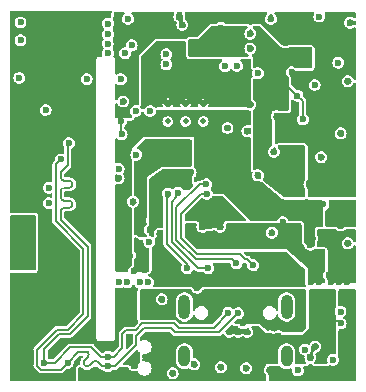
<source format=gbr>
%TF.GenerationSoftware,KiCad,Pcbnew,7.0.5*%
%TF.CreationDate,2023-08-19T21:38:06+03:00*%
%TF.ProjectId,models-heart,6d6f6465-6c73-42d6-9865-6172742e6b69,rev?*%
%TF.SameCoordinates,Original*%
%TF.FileFunction,Copper,L3,Inr*%
%TF.FilePolarity,Positive*%
%FSLAX46Y46*%
G04 Gerber Fmt 4.6, Leading zero omitted, Abs format (unit mm)*
G04 Created by KiCad (PCBNEW 7.0.5) date 2023-08-19 21:38:06*
%MOMM*%
%LPD*%
G01*
G04 APERTURE LIST*
%TA.AperFunction,ComponentPad*%
%ADD10C,0.500000*%
%TD*%
%TA.AperFunction,ComponentPad*%
%ADD11O,1.000000X1.800000*%
%TD*%
%TA.AperFunction,ComponentPad*%
%ADD12O,1.000000X2.100000*%
%TD*%
%TA.AperFunction,ViaPad*%
%ADD13C,0.600000*%
%TD*%
%TA.AperFunction,Conductor*%
%ADD14C,0.200000*%
%TD*%
G04 APERTURE END LIST*
D10*
%TO.N,GND*%
%TO.C,U6*%
X74775000Y-36687500D03*
X76275000Y-36687500D03*
X77775000Y-36687500D03*
X74775000Y-35187500D03*
X76275000Y-35187500D03*
X77775000Y-35187500D03*
%TD*%
D11*
%TO.N,GND*%
%TO.C,P1*%
X84820000Y-56575000D03*
D12*
X84820000Y-52395000D03*
D11*
X76180000Y-56575000D03*
D12*
X76180000Y-52395000D03*
%TD*%
D13*
%TO.N,+5V*%
X62600000Y-45500000D03*
X82700000Y-54865500D03*
X73469286Y-58200964D03*
X89399500Y-53788443D03*
X87804424Y-52600000D03*
X74750000Y-54775500D03*
X67600000Y-58000000D03*
X83438285Y-54865500D03*
X77000000Y-58049503D03*
X62200000Y-49000000D03*
X63280000Y-46980000D03*
X87200000Y-53200000D03*
X84137422Y-54849500D03*
X69701792Y-58200470D03*
X87213555Y-52611836D03*
X88200000Y-53200000D03*
%TO.N,GND*%
X75500000Y-48750000D03*
X86843484Y-56665226D03*
X74049503Y-50300000D03*
X67500000Y-29000000D03*
X80000000Y-49500000D03*
X74250000Y-51750000D03*
X79200000Y-45600000D03*
X62000000Y-54500000D03*
X81500000Y-37500000D03*
X71935108Y-57352888D03*
X75449503Y-50300000D03*
X84000000Y-50300000D03*
X66000000Y-29000000D03*
X66000000Y-34000000D03*
X62000000Y-56000000D03*
X62000000Y-31000000D03*
X73050000Y-33700000D03*
X62300000Y-57200000D03*
X67500000Y-55000000D03*
X83750000Y-39250000D03*
X83589859Y-46104315D03*
X66300000Y-47000000D03*
X71450000Y-52550000D03*
X76000000Y-28500000D03*
X90000000Y-47000000D03*
X67000500Y-50100000D03*
X81750000Y-35250000D03*
X80400000Y-50300000D03*
X75000000Y-48250000D03*
X78300000Y-50300000D03*
X80000000Y-54500000D03*
X69700000Y-55800000D03*
X76100000Y-50300000D03*
X87750000Y-39700498D03*
X74100500Y-46163000D03*
X81800000Y-50300000D03*
X85400000Y-50300000D03*
X63000000Y-50500000D03*
X90200000Y-28325500D03*
X64200000Y-54600000D03*
X70600000Y-41500000D03*
X66400000Y-53300000D03*
X74500000Y-48000000D03*
X67000000Y-49000000D03*
X82500000Y-50300000D03*
X81400000Y-57570550D03*
X66000000Y-30500000D03*
X77704973Y-45619892D03*
X81750000Y-30500000D03*
X77250000Y-50750000D03*
X63000000Y-32000000D03*
X79262767Y-57485765D03*
X76800000Y-50300000D03*
X82400000Y-41250000D03*
X78300000Y-45500000D03*
X78499502Y-44974689D03*
X71000000Y-35000000D03*
X64900000Y-52800000D03*
X77000000Y-57250000D03*
X84700000Y-50300000D03*
X81100000Y-50300000D03*
X75187000Y-58000000D03*
X71250000Y-53750000D03*
X81750000Y-29250000D03*
X79700000Y-50300000D03*
X77650694Y-50289261D03*
X89400000Y-45500000D03*
X80750000Y-54500000D03*
X75750000Y-27799500D03*
X71500000Y-54955498D03*
X78500498Y-44300000D03*
X65500000Y-50000000D03*
X83200000Y-50300000D03*
X74750000Y-50300000D03*
X62000000Y-51000000D03*
X79825500Y-37238589D03*
X62700000Y-52000000D03*
X81500000Y-54500000D03*
X65400000Y-49000000D03*
X79000000Y-50300000D03*
X71831081Y-43476874D03*
X62000000Y-53000000D03*
X72141151Y-56739279D03*
X86100497Y-50300000D03*
X69700000Y-27600497D03*
X62900000Y-53800000D03*
X89411956Y-37695645D03*
X87250000Y-55750000D03*
X83500000Y-28000000D03*
X90000000Y-33274500D03*
X67500000Y-45500000D03*
%TO.N,BAT +*%
X89949503Y-50300000D03*
X89025500Y-49100000D03*
X88427181Y-49708743D03*
X89125790Y-49673399D03*
X88561358Y-46690820D03*
X88600000Y-50300000D03*
X89250000Y-50300000D03*
X83400000Y-57734500D03*
X90000000Y-56649500D03*
X88365483Y-46161835D03*
X88000000Y-46750000D03*
X90200000Y-51275500D03*
%TO.N,+PWR (5V0 {slash} 3V3)*%
X82499502Y-44750000D03*
X86750000Y-45000000D03*
X84499502Y-44250000D03*
X70599500Y-43274500D03*
X87950500Y-43700000D03*
X71551089Y-48051089D03*
X86499132Y-44346955D03*
X70599500Y-44271086D03*
X87014364Y-46595986D03*
X71249825Y-44025824D03*
X86812476Y-47117762D03*
%TO.N,+3V3*%
X88500000Y-41750000D03*
X85800000Y-33500000D03*
X85250000Y-32500000D03*
X84750000Y-30000000D03*
X89471147Y-41684587D03*
X85800000Y-32800000D03*
X85000000Y-28500000D03*
X88000000Y-35699502D03*
X84000000Y-36250000D03*
X70862500Y-37763000D03*
X70794369Y-36660000D03*
X86750000Y-42000000D03*
X89573384Y-29646767D03*
%TO.N,ESP GPIO 0*%
X69700000Y-30900000D03*
X76400000Y-49100000D03*
X72049500Y-35800000D03*
X73275498Y-35800000D03*
X74793496Y-42792996D03*
X67900000Y-33100000D03*
X70800000Y-33100000D03*
%TO.N,ESP RST*%
X69676089Y-30100000D03*
X71150498Y-30900000D03*
X87600000Y-27800000D03*
%TO.N,Net-(D1-K)*%
X85788000Y-57750500D03*
%TO.N,Net-(D1-A)*%
X88761111Y-56865312D03*
%TO.N,Net-(D2-K)*%
X86400000Y-56000000D03*
%TO.N,Net-(D2-A)*%
X89392451Y-52784903D03*
%TO.N,+5V0 USB*%
X86200000Y-53000000D03*
X84017218Y-53606164D03*
X72400000Y-50300000D03*
X72820048Y-51861012D03*
X78500000Y-53000000D03*
X86100000Y-53600000D03*
X81162130Y-53775591D03*
X73500000Y-51300000D03*
X73453685Y-51905260D03*
X78193738Y-53545500D03*
X72250500Y-47000498D03*
X82500000Y-53000000D03*
X73100000Y-50300000D03*
X79054904Y-52892462D03*
X72800000Y-49250000D03*
X71900000Y-49350000D03*
X86000000Y-54250000D03*
%TO.N,/USB D+*%
X69687531Y-57401095D03*
X66300000Y-57100000D03*
X65700000Y-39900000D03*
X80719811Y-52916898D03*
%TO.N,/USB D-*%
X64300000Y-57100000D03*
X69704112Y-56601765D03*
X79900000Y-52894502D03*
X66400000Y-38520000D03*
%TO.N,RTS*%
X64424500Y-35718500D03*
X62200000Y-33000000D03*
%TO.N,ESP RxD*%
X69692168Y-29283730D03*
X71712041Y-30240566D03*
%TO.N,Net-(U3-TXD)*%
X62300000Y-29800000D03*
X64700000Y-43600000D03*
%TO.N,ESP TxD*%
X69700000Y-28400000D03*
X71400000Y-28000000D03*
%TO.N,Net-(U3-RXD)*%
X64700500Y-42300000D03*
X62300000Y-28300000D03*
%TO.N,Net-(U5-EN)*%
X87200000Y-33600000D03*
%TO.N,HEAD_LIGHT_PIN*%
X78200000Y-49099500D03*
X72100000Y-39500000D03*
X75615158Y-42715159D03*
%TO.N,ESP ADC*%
X89200000Y-31700000D03*
%TO.N,BAT -*%
X86900000Y-49700000D03*
X87614597Y-48114597D03*
X84500000Y-45200000D03*
X86900000Y-50300000D03*
X76606277Y-45581312D03*
X87556855Y-49686239D03*
X87600000Y-50300000D03*
%TO.N,MOTOR_A*%
X80625000Y-31975000D03*
X74649502Y-30999500D03*
%TO.N,MOTOR_B*%
X79605790Y-32015344D03*
X74649655Y-31847169D03*
%TO.N,RIGHT_TURN_LIGHT_PIN*%
X78038847Y-41987821D03*
X80584465Y-48704902D03*
%TO.N,LEFT_TURN_LIGHT_PIN*%
X78069178Y-42805312D03*
X82000000Y-48850000D03*
%TO.N,MOT A*%
X75900000Y-41000000D03*
X76700000Y-41000000D03*
X76400000Y-41600000D03*
X73437598Y-45035763D03*
X73225983Y-45833807D03*
%TO.N,MOT B*%
X72499500Y-45500000D03*
X76300000Y-39100000D03*
X76300000Y-38500000D03*
X76084659Y-39625500D03*
X72499500Y-46186050D03*
%TO.N,+PWR*%
X86200000Y-36500000D03*
X85200000Y-41500000D03*
X85750000Y-34500000D03*
X85200000Y-42100000D03*
X79250000Y-28750000D03*
X77793098Y-30700500D03*
X86470750Y-31525071D03*
X84574346Y-41787173D03*
X84750000Y-42500000D03*
X78800000Y-30000000D03*
X85800000Y-41800000D03*
X77250000Y-30250000D03*
%TO.N,+PWR SENSE*%
X82400000Y-32600000D03*
%TO.N,+PWR HOLD*%
X70600000Y-40700000D03*
%TO.N,BTN+*%
X70650000Y-50300000D03*
X71350000Y-50300000D03*
X73200000Y-46900000D03*
%TD*%
D14*
%TO.N,+5V*%
X89399500Y-53788443D02*
X89209586Y-53598529D01*
X89209586Y-53598529D02*
X87500000Y-53598529D01*
X67800470Y-58200470D02*
X69701792Y-58200470D01*
X87500000Y-53500000D02*
X87500000Y-53598529D01*
X75073629Y-57000000D02*
X74750000Y-57000000D01*
X63280000Y-46180000D02*
X62600000Y-45500000D01*
X63280000Y-46980000D02*
X63280000Y-46180000D01*
X77120547Y-58170050D02*
X77000000Y-58049503D01*
X62200000Y-48060000D02*
X62200000Y-49000000D01*
X69801322Y-58300000D02*
X69701792Y-58200470D01*
X84137922Y-54850000D02*
X86248529Y-54850000D01*
X82066583Y-58170050D02*
X77120547Y-58170050D01*
X87200000Y-53200000D02*
X87204424Y-53200000D01*
X63280000Y-46980000D02*
X62200000Y-48060000D01*
X84137422Y-54849500D02*
X84137922Y-54850000D01*
X73469286Y-58200964D02*
X73469286Y-57930714D01*
X73469286Y-58200964D02*
X73370250Y-58300000D01*
X82581739Y-56405183D02*
X82581739Y-57654894D01*
X87204424Y-53200000D02*
X87804424Y-52600000D01*
X67600000Y-58000000D02*
X67800470Y-58200470D01*
X74400000Y-57000000D02*
X74750000Y-57000000D01*
X86248529Y-54850000D02*
X87500000Y-53598529D01*
X77000000Y-58049503D02*
X76800497Y-57850000D01*
X76800497Y-57850000D02*
X75923629Y-57850000D01*
X87200000Y-53200000D02*
X87500000Y-53500000D01*
X84137422Y-54849500D02*
X82581739Y-56405183D01*
X75923629Y-57850000D02*
X75073629Y-57000000D01*
X74750000Y-57000000D02*
X74750000Y-54775500D01*
X73469286Y-57930714D02*
X74400000Y-57000000D01*
X73370250Y-58300000D02*
X69801322Y-58300000D01*
X82581739Y-57654894D02*
X82066583Y-58170050D01*
%TO.N,BAT +*%
X84349500Y-58350000D02*
X89650000Y-58350000D01*
X90000000Y-58000000D02*
X90000000Y-56649500D01*
X88427181Y-47177181D02*
X88000000Y-46750000D01*
X90200000Y-51275500D02*
X90200000Y-56449500D01*
X83400000Y-57734500D02*
X83734000Y-57734500D01*
X90200000Y-56449500D02*
X90000000Y-56649500D01*
X89650000Y-58350000D02*
X90000000Y-58000000D01*
X83734000Y-57734500D02*
X84349500Y-58350000D01*
X88427181Y-49708743D02*
X88427181Y-47177181D01*
%TO.N,+PWR (5V0 {slash} 3V3)*%
X85500000Y-45000000D02*
X84750000Y-44250000D01*
X77600000Y-37600000D02*
X82499502Y-42499502D01*
X72500000Y-37600000D02*
X77600000Y-37600000D01*
X82499502Y-44750000D02*
X82999502Y-44250000D01*
X70600000Y-47500000D02*
X71151089Y-48051089D01*
X85500000Y-45000000D02*
X86750000Y-45000000D01*
X71151089Y-48051089D02*
X71551089Y-48051089D01*
X82499502Y-42499502D02*
X82499502Y-44750000D01*
X71300000Y-42574000D02*
X71300000Y-38800000D01*
X86812476Y-45062476D02*
X86812476Y-47117762D01*
X70599500Y-43274500D02*
X71300000Y-42574000D01*
X71300000Y-38800000D02*
X72500000Y-37600000D01*
X70599500Y-43274500D02*
X70600000Y-43275000D01*
X86750000Y-45000000D02*
X86812476Y-45062476D01*
X70600000Y-43275000D02*
X70600000Y-47500000D01*
X84750000Y-44250000D02*
X84499502Y-44250000D01*
X82999502Y-44250000D02*
X84499502Y-44250000D01*
%TO.N,+3V3*%
X89186560Y-41400000D02*
X88850000Y-41400000D01*
X71800000Y-31150000D02*
X73550000Y-29400000D01*
X85800498Y-33500000D02*
X88000000Y-35699502D01*
X70794369Y-36660000D02*
X70794369Y-37694869D01*
X88850000Y-41400000D02*
X88500000Y-41750000D01*
X84900000Y-28600000D02*
X85000000Y-28500000D01*
X86399502Y-37300000D02*
X88000000Y-35699502D01*
X85250000Y-32500000D02*
X85800000Y-32500000D01*
X70794369Y-37694869D02*
X70862500Y-37763000D01*
X88500000Y-36199502D02*
X88000000Y-35699502D01*
X89471147Y-41684587D02*
X89186560Y-41400000D01*
X85800000Y-32500000D02*
X85800000Y-32800000D01*
X85000000Y-28500000D02*
X85000000Y-29543534D01*
X89573384Y-29646767D02*
X85103233Y-29646767D01*
X71800000Y-35100000D02*
X71800000Y-31150000D01*
X87500000Y-32500000D02*
X89573384Y-30426616D01*
X88500000Y-41750000D02*
X88500000Y-36199502D01*
X89573384Y-30426616D02*
X89573384Y-29646767D01*
X84000000Y-36250000D02*
X84000000Y-36550000D01*
X83251471Y-28600000D02*
X84900000Y-28600000D01*
X85250000Y-32500000D02*
X87500000Y-32500000D01*
X78501471Y-28150000D02*
X82801471Y-28150000D01*
X77251472Y-29400000D02*
X78501471Y-28150000D01*
X85800000Y-32800000D02*
X85800000Y-33499502D01*
X70794369Y-36660000D02*
X70794369Y-36105631D01*
X84000000Y-36550000D02*
X84750000Y-37300000D01*
X86750000Y-42000000D02*
X88250000Y-42000000D01*
X70794369Y-36105631D02*
X71800000Y-35100000D01*
X85000000Y-29543534D02*
X85103233Y-29646767D01*
X85800000Y-33499502D02*
X85800000Y-33499502D01*
X82801471Y-28150000D02*
X83251471Y-28600000D01*
X85800000Y-33499502D02*
X85800000Y-33500000D01*
X73550000Y-29400000D02*
X77251472Y-29400000D01*
X84750000Y-37300000D02*
X86399502Y-37300000D01*
X85800000Y-33500000D02*
X85800498Y-33500000D01*
X88250000Y-42000000D02*
X88500000Y-41750000D01*
X85103233Y-29646767D02*
X84750000Y-30000000D01*
%TO.N,ESP GPIO 0*%
X76400000Y-48765685D02*
X76400000Y-49100000D01*
X74700000Y-43168629D02*
X74700000Y-47065685D01*
X74700000Y-47065685D02*
X76400000Y-48765685D01*
X74793496Y-42792996D02*
X74793496Y-43075133D01*
X74793496Y-43075133D02*
X74700000Y-43168629D01*
%TO.N,+5V0 USB*%
X83300000Y-53800000D02*
X83493836Y-53606164D01*
X78500000Y-53000000D02*
X79500000Y-52000000D01*
X72250000Y-48600000D02*
X72250000Y-48750000D01*
X85600000Y-54250000D02*
X83750000Y-54250000D01*
X83300000Y-53800000D02*
X82500000Y-53000000D01*
X86000000Y-54250000D02*
X85600000Y-54250000D01*
X74001471Y-52350000D02*
X74450000Y-52350000D01*
X83750000Y-54250000D02*
X83300000Y-53800000D01*
X81500000Y-52000000D02*
X82500000Y-53000000D01*
X71900000Y-49350000D02*
X72250000Y-49000000D01*
X75845000Y-53745000D02*
X77755000Y-53745000D01*
X72250500Y-47000498D02*
X72250000Y-47000998D01*
X83493836Y-53606164D02*
X84017218Y-53606164D01*
X77755000Y-53745000D02*
X78500000Y-53000000D01*
X79500000Y-52000000D02*
X81500000Y-52000000D01*
X73500000Y-51848529D02*
X74001471Y-52350000D01*
X73500000Y-51300000D02*
X73500000Y-51848529D01*
X74450000Y-52350000D02*
X75845000Y-53745000D01*
X72250000Y-49000000D02*
X72250000Y-48600000D01*
X85600000Y-54100000D02*
X86100000Y-53600000D01*
X85600000Y-54250000D02*
X85600000Y-54100000D01*
X72250000Y-47000998D02*
X72250000Y-48600000D01*
%TO.N,/USB D+*%
X74998529Y-54175500D02*
X75350000Y-54526971D01*
X67200000Y-56200000D02*
X68000000Y-56200000D01*
X66300000Y-54300000D02*
X65400000Y-54300000D01*
X65300000Y-40300000D02*
X65300000Y-45151471D01*
X68848527Y-57048527D02*
X68848528Y-57048528D01*
X65300000Y-45151471D02*
X67600000Y-47451471D01*
X65700000Y-57700000D02*
X66300000Y-57100000D01*
X70298905Y-57401095D02*
X72100000Y-55600000D01*
X75350000Y-54545000D02*
X79098031Y-54545000D01*
X68000000Y-56624264D02*
X67717157Y-56907106D01*
X67999999Y-56624265D02*
X68000000Y-56624264D01*
X63700000Y-57348529D02*
X64051471Y-57700000D01*
X67600000Y-53000000D02*
X66300000Y-54300000D01*
X69201095Y-57401095D02*
X69687531Y-57401095D01*
X66300000Y-57100000D02*
X67200000Y-56200000D01*
X68141422Y-57331369D02*
X68141421Y-57331370D01*
X74000000Y-54200000D02*
X74024500Y-54175500D01*
X74024500Y-54175500D02*
X74998529Y-54175500D01*
X64051471Y-57700000D02*
X65700000Y-57700000D01*
X68141421Y-57331370D02*
X68424263Y-57048527D01*
X68848528Y-57048528D02*
X69201095Y-57401095D01*
X79098031Y-54545000D02*
X80719811Y-52923220D01*
X72100000Y-54865686D02*
X72765686Y-54200000D01*
X80719811Y-52923220D02*
X80719811Y-52916898D01*
X75350000Y-54526971D02*
X75350000Y-54545000D01*
X72100000Y-55600000D02*
X72100000Y-54865686D01*
X67600000Y-47451471D02*
X67600000Y-53000000D01*
X65700000Y-39900000D02*
X65300000Y-40300000D01*
X69687531Y-57401095D02*
X70298905Y-57401095D01*
X63700000Y-56000000D02*
X63700000Y-57348529D01*
X65400000Y-54300000D02*
X63700000Y-56000000D01*
X72765686Y-54200000D02*
X74000000Y-54200000D01*
X67717119Y-56907068D02*
G75*
G03*
X67717157Y-57331370I212181J-212132D01*
G01*
X67999967Y-56624232D02*
G75*
G03*
X68000000Y-56200000I-212067J212132D01*
G01*
X68848526Y-57048528D02*
G75*
G03*
X68424264Y-57048528I-212131J-212131D01*
G01*
X67717168Y-57331359D02*
G75*
G03*
X68141422Y-57331369I212132J212159D01*
G01*
%TO.N,/USB D-*%
X70900000Y-54706969D02*
X71256969Y-54350000D01*
X66300000Y-38620000D02*
X66300000Y-40400000D01*
X66300000Y-40400000D02*
X65700000Y-41000000D01*
X69101765Y-56601765D02*
X68300000Y-55800000D01*
X66465686Y-54700000D02*
X65565686Y-54700000D01*
X65565686Y-54700000D02*
X64300000Y-55965686D01*
X64300000Y-55965686D02*
X64300000Y-57100000D01*
X65200000Y-57100000D02*
X64300000Y-57100000D01*
X66400000Y-44000000D02*
X66000000Y-44000000D01*
X66000000Y-41700000D02*
X66400000Y-41700000D01*
X69704112Y-56601765D02*
X69101765Y-56601765D01*
X65700000Y-44300000D02*
X65700000Y-44985785D01*
X68300000Y-55800000D02*
X66500000Y-55800000D01*
X68000000Y-53165686D02*
X66465686Y-54700000D01*
X71256969Y-54350000D02*
X72050000Y-54350000D01*
X66400000Y-42300000D02*
X66000000Y-42300000D01*
X65700000Y-41000000D02*
X65700000Y-41400000D01*
X68000000Y-47285785D02*
X68000000Y-53165686D01*
X65700000Y-44985785D02*
X68000000Y-47285785D01*
X70900000Y-55900000D02*
X70900000Y-54706969D01*
X72624501Y-53775500D02*
X75309814Y-53775500D01*
X66500000Y-55800000D02*
X65200000Y-57100000D01*
X66400000Y-38520000D02*
X66300000Y-38620000D01*
X78649502Y-54145000D02*
X79900000Y-52894502D01*
X65700000Y-42600000D02*
X65700000Y-43100000D01*
X72050000Y-54350000D02*
X72624501Y-53775500D01*
X66000000Y-43400000D02*
X66400000Y-43400000D01*
X70198235Y-56601765D02*
X70900000Y-55900000D01*
X75679314Y-54145000D02*
X78649502Y-54145000D01*
X75309814Y-53775500D02*
X75679314Y-54145000D01*
X69704112Y-56601765D02*
X70198235Y-56601765D01*
X65700000Y-41400000D02*
G75*
G03*
X66000000Y-41700000I300000J0D01*
G01*
X65700000Y-43100000D02*
G75*
G03*
X66000000Y-43400000I300000J0D01*
G01*
X66400000Y-44000000D02*
G75*
G03*
X66700000Y-43700000I0J300000D01*
G01*
X66400000Y-42300000D02*
G75*
G03*
X66700000Y-42000000I0J300000D01*
G01*
X66000000Y-42300000D02*
G75*
G03*
X65700000Y-42600000I0J-300000D01*
G01*
X66000000Y-44000000D02*
G75*
G03*
X65700000Y-44300000I0J-300000D01*
G01*
X66700000Y-42000000D02*
G75*
G03*
X66400000Y-41700000I-300000J0D01*
G01*
X66700000Y-43700000D02*
G75*
G03*
X66400000Y-43400000I-300000J0D01*
G01*
%TO.N,HEAD_LIGHT_PIN*%
X75100000Y-46899999D02*
X77299500Y-49099500D01*
X77299500Y-49099500D02*
X78200000Y-49099500D01*
X75615158Y-42715159D02*
X75500000Y-42830317D01*
X75500000Y-42830317D02*
X75500000Y-43100000D01*
X75500000Y-43100000D02*
X75100000Y-43500000D01*
X75100000Y-43500000D02*
X75100000Y-46899999D01*
%TO.N,BAT -*%
X76606277Y-45581312D02*
X77824965Y-46800000D01*
X84500000Y-45200000D02*
X85000000Y-45700000D01*
X86314597Y-48114597D02*
X85000000Y-46800000D01*
X85000000Y-45700000D02*
X85000000Y-46800000D01*
X77824965Y-46800000D02*
X85000000Y-46800000D01*
X87614597Y-48114597D02*
X86314597Y-48114597D01*
%TO.N,RIGHT_TURN_LIGHT_PIN*%
X78038847Y-41987821D02*
X77460001Y-41987821D01*
X75500000Y-43947822D02*
X75500000Y-46734314D01*
X77460001Y-41987821D02*
X75500000Y-43947822D01*
X77115186Y-48349500D02*
X80229063Y-48349500D01*
X80229063Y-48349500D02*
X80584465Y-48704902D01*
X75500000Y-46734314D02*
X77115186Y-48349500D01*
%TO.N,LEFT_TURN_LIGHT_PIN*%
X78069178Y-42805312D02*
X77594688Y-42805312D01*
X75900000Y-46568628D02*
X77231372Y-47900000D01*
X77594688Y-42805312D02*
X75900000Y-44500000D01*
X75900000Y-44500000D02*
X75900000Y-46568628D01*
X81500000Y-48350000D02*
X82000000Y-48850000D01*
X80850000Y-47900000D02*
X81300000Y-48350000D01*
X77231372Y-47900000D02*
X80850000Y-47900000D01*
X81300000Y-48350000D02*
X81500000Y-48350000D01*
%TO.N,MOT A*%
X75900000Y-41000000D02*
X75600000Y-41300000D01*
X76400000Y-41300000D02*
X75600000Y-41300000D01*
X73437598Y-45622192D02*
X73437598Y-45035763D01*
X75500000Y-41300000D02*
X75600000Y-41300000D01*
X76400000Y-41600000D02*
X75900000Y-41600000D01*
X73225983Y-45833807D02*
X73437598Y-45622192D01*
X76700000Y-41000000D02*
X76400000Y-41300000D01*
X74100000Y-41300000D02*
X75500000Y-41300000D01*
X75900000Y-41600000D02*
X75600000Y-41300000D01*
X73437598Y-45035763D02*
X73437598Y-41962402D01*
X73437598Y-41962402D02*
X74100000Y-41300000D01*
%TO.N,MOT B*%
X72800000Y-40200000D02*
X72800000Y-45199500D01*
X72499500Y-45500000D02*
X72499500Y-46186050D01*
X76300000Y-39410159D02*
X76084659Y-39625500D01*
X76300000Y-38500000D02*
X76300000Y-39410159D01*
X73374500Y-39625500D02*
X72800000Y-40200000D01*
X72800000Y-45199500D02*
X72499500Y-45500000D01*
X76084659Y-39625500D02*
X73374500Y-39625500D01*
%TO.N,+PWR*%
X86200000Y-34950000D02*
X85750000Y-34500000D01*
X85500000Y-41800000D02*
X85200000Y-42100000D01*
X83925000Y-41675000D02*
X84462173Y-41675000D01*
X85750000Y-34500000D02*
X84650000Y-33400000D01*
X84750000Y-42500000D02*
X83925000Y-41675000D01*
X83150000Y-40900000D02*
X83150000Y-34900000D01*
X85224929Y-31525071D02*
X86470750Y-31525071D01*
X84750000Y-42500000D02*
X84800000Y-42500000D01*
X85800000Y-41800000D02*
X85500000Y-41800000D01*
X83150000Y-34900000D02*
X84650000Y-33400000D01*
X84650000Y-32100000D02*
X82450000Y-29900000D01*
X82450000Y-29900000D02*
X80400000Y-29900000D01*
X85500000Y-41800000D02*
X85200000Y-41500000D01*
X77250000Y-30250000D02*
X78750000Y-28750000D01*
X84650000Y-32100000D02*
X85224929Y-31525071D01*
X84574346Y-41787173D02*
X84912827Y-41787173D01*
X84462173Y-41675000D02*
X84574346Y-41787173D01*
X84800000Y-42500000D02*
X85200000Y-42100000D01*
X86200000Y-36500000D02*
X86200000Y-34950000D01*
X84650000Y-33400000D02*
X84650000Y-32100000D01*
X83925000Y-41675000D02*
X83150000Y-40900000D01*
X84912827Y-41787173D02*
X85200000Y-41500000D01*
X80400000Y-29900000D02*
X79250000Y-28750000D01*
X78750000Y-28750000D02*
X79250000Y-28750000D01*
X85200000Y-42100000D02*
X85200000Y-41500000D01*
%TD*%
%TA.AperFunction,Conductor*%
%TO.N,GND*%
G36*
X69972667Y-27319407D02*
G01*
X70008631Y-27368907D01*
X70008631Y-27430093D01*
X70006875Y-27435044D01*
X70003721Y-27443241D01*
X69993777Y-27512399D01*
X69993777Y-27549420D01*
X69993777Y-27570890D01*
X69995665Y-27584024D01*
X69996008Y-27586405D01*
X69996008Y-27614586D01*
X69987988Y-27670368D01*
X69980050Y-27697405D01*
X69924506Y-27819028D01*
X69923688Y-27821475D01*
X69922508Y-27824473D01*
X69918167Y-27839256D01*
X69883628Y-27889761D01*
X69826000Y-27910319D01*
X69795288Y-27906349D01*
X69771964Y-27899500D01*
X69771961Y-27899500D01*
X69628039Y-27899500D01*
X69628035Y-27899500D01*
X69489949Y-27940046D01*
X69489942Y-27940049D01*
X69368873Y-28017855D01*
X69274622Y-28126628D01*
X69214834Y-28257543D01*
X69194353Y-28399997D01*
X69194353Y-28400002D01*
X69214834Y-28542456D01*
X69273944Y-28671887D01*
X69274623Y-28673373D01*
X69360529Y-28772515D01*
X69384346Y-28828874D01*
X69370487Y-28888469D01*
X69360529Y-28902175D01*
X69266791Y-29010356D01*
X69207002Y-29141273D01*
X69186521Y-29283727D01*
X69186521Y-29283732D01*
X69207002Y-29426186D01*
X69266791Y-29557103D01*
X69319346Y-29617755D01*
X69343164Y-29674114D01*
X69329306Y-29733709D01*
X69319347Y-29747416D01*
X69250712Y-29826626D01*
X69190923Y-29957543D01*
X69170442Y-30099997D01*
X69170442Y-30100002D01*
X69190923Y-30242456D01*
X69250712Y-30373373D01*
X69316213Y-30448966D01*
X69340031Y-30505325D01*
X69326172Y-30564921D01*
X69316214Y-30578627D01*
X69274623Y-30626626D01*
X69214834Y-30757543D01*
X69194353Y-30899997D01*
X69194353Y-30900002D01*
X69214834Y-31042456D01*
X69222560Y-31059373D01*
X69229535Y-31120160D01*
X69199449Y-31173437D01*
X69143793Y-31198855D01*
X69132507Y-31199500D01*
X69055727Y-31199500D01*
X69028636Y-31195721D01*
X69028207Y-31195599D01*
X68988385Y-31199289D01*
X68983816Y-31199500D01*
X68972156Y-31199500D01*
X68960696Y-31201641D01*
X68956170Y-31202272D01*
X68916344Y-31205964D01*
X68916334Y-31205966D01*
X68915929Y-31206169D01*
X68890012Y-31214855D01*
X68889570Y-31214937D01*
X68889568Y-31214938D01*
X68855573Y-31235986D01*
X68851580Y-31238211D01*
X68815769Y-31256043D01*
X68815465Y-31256378D01*
X68794435Y-31273840D01*
X68794053Y-31274076D01*
X68794047Y-31274081D01*
X68769944Y-31305998D01*
X68767023Y-31309516D01*
X68740085Y-31339064D01*
X68740081Y-31339070D01*
X68739918Y-31339493D01*
X68726616Y-31363374D01*
X68726348Y-31363728D01*
X68726344Y-31363736D01*
X68715398Y-31402202D01*
X68713945Y-31406536D01*
X68699500Y-31443825D01*
X68699500Y-31444272D01*
X68695722Y-31471361D01*
X68695599Y-31471790D01*
X68695599Y-31471794D01*
X68699289Y-31511615D01*
X68699500Y-31516184D01*
X68699500Y-54944272D01*
X68695722Y-54971361D01*
X68695599Y-54971790D01*
X68695599Y-54971794D01*
X68699289Y-55011615D01*
X68699500Y-55016184D01*
X68699500Y-55027845D01*
X68701641Y-55039305D01*
X68702272Y-55043831D01*
X68705964Y-55083656D01*
X68705965Y-55083661D01*
X68706167Y-55084066D01*
X68714855Y-55109987D01*
X68714937Y-55110428D01*
X68714940Y-55110436D01*
X68735990Y-55144433D01*
X68738213Y-55148424D01*
X68744442Y-55160931D01*
X68756042Y-55184228D01*
X68756369Y-55184526D01*
X68773842Y-55205567D01*
X68774079Y-55205950D01*
X68774081Y-55205952D01*
X68805995Y-55230052D01*
X68809509Y-55232970D01*
X68839067Y-55259916D01*
X68839483Y-55260077D01*
X68863377Y-55273385D01*
X68863736Y-55273656D01*
X68902200Y-55284599D01*
X68906518Y-55286046D01*
X68943827Y-55300500D01*
X68944273Y-55300500D01*
X68971364Y-55304279D01*
X68971793Y-55304401D01*
X69011614Y-55300711D01*
X69016184Y-55300500D01*
X69944273Y-55300500D01*
X69971364Y-55304279D01*
X69971793Y-55304401D01*
X70011614Y-55300711D01*
X70016184Y-55300500D01*
X70027844Y-55300500D01*
X70039315Y-55298355D01*
X70043819Y-55297726D01*
X70083660Y-55294035D01*
X70084054Y-55293838D01*
X70110000Y-55285141D01*
X70110433Y-55285061D01*
X70144434Y-55264008D01*
X70148410Y-55261792D01*
X70184228Y-55243958D01*
X70184519Y-55243638D01*
X70205576Y-55226151D01*
X70205952Y-55225919D01*
X70230049Y-55194007D01*
X70232973Y-55190487D01*
X70241963Y-55180624D01*
X70259916Y-55160933D01*
X70260076Y-55160521D01*
X70273395Y-55136609D01*
X70273656Y-55136264D01*
X70284605Y-55097778D01*
X70286043Y-55093487D01*
X70300500Y-55056173D01*
X70300500Y-55055726D01*
X70304279Y-55028635D01*
X70304401Y-55028207D01*
X70300711Y-54988384D01*
X70300500Y-54983815D01*
X70300500Y-50850316D01*
X70319407Y-50792125D01*
X70368907Y-50756161D01*
X70430093Y-50756161D01*
X70439471Y-50759813D01*
X70439946Y-50759952D01*
X70439947Y-50759953D01*
X70487232Y-50773837D01*
X70578035Y-50800499D01*
X70578036Y-50800499D01*
X70578039Y-50800500D01*
X70578041Y-50800500D01*
X70721959Y-50800500D01*
X70721961Y-50800500D01*
X70860053Y-50759953D01*
X70946476Y-50704412D01*
X71005652Y-50688857D01*
X71053523Y-50704412D01*
X71135132Y-50756859D01*
X71139947Y-50759953D01*
X71233417Y-50787398D01*
X71278035Y-50800499D01*
X71278036Y-50800499D01*
X71278039Y-50800500D01*
X71278041Y-50800500D01*
X71421959Y-50800500D01*
X71421961Y-50800500D01*
X71560053Y-50759953D01*
X71681128Y-50682143D01*
X71775377Y-50573373D01*
X71779346Y-50564680D01*
X71784947Y-50552419D01*
X71826319Y-50507341D01*
X71886286Y-50495190D01*
X71941942Y-50520608D01*
X71965053Y-50552419D01*
X71974621Y-50573370D01*
X71974622Y-50573371D01*
X71974623Y-50573373D01*
X72068872Y-50682143D01*
X72068873Y-50682144D01*
X72185133Y-50756859D01*
X72223864Y-50804225D01*
X72227358Y-50865310D01*
X72224993Y-50871957D01*
X72225182Y-50872019D01*
X72204556Y-50935499D01*
X72194500Y-50998996D01*
X72194500Y-50999000D01*
X72194500Y-51750002D01*
X72194500Y-52974953D01*
X72194500Y-53392540D01*
X72200863Y-53443280D01*
X72200864Y-53443287D01*
X72200865Y-53443288D01*
X72212933Y-53490651D01*
X72220061Y-53513143D01*
X72220062Y-53513145D01*
X72271779Y-53590597D01*
X72288369Y-53649490D01*
X72267174Y-53706887D01*
X72259451Y-53715576D01*
X71954525Y-54020503D01*
X71900008Y-54048281D01*
X71884521Y-54049500D01*
X71322133Y-54049500D01*
X71308457Y-54047267D01*
X71308286Y-54048494D01*
X71299202Y-54047226D01*
X71258855Y-54049092D01*
X71251175Y-54049447D01*
X71248899Y-54049500D01*
X71229122Y-54049500D01*
X71225627Y-54050153D01*
X71218814Y-54050943D01*
X71186978Y-54052414D01*
X71177974Y-54056389D01*
X71156195Y-54063132D01*
X71146537Y-54064937D01*
X71146535Y-54064938D01*
X71119440Y-54081714D01*
X71113372Y-54084913D01*
X71084203Y-54097793D01*
X71077249Y-54104747D01*
X71059372Y-54118907D01*
X71051017Y-54124080D01*
X71031808Y-54149515D01*
X71027304Y-54154692D01*
X70733592Y-54448404D01*
X70722361Y-54456519D01*
X70723090Y-54457484D01*
X70715771Y-54463010D01*
X70683372Y-54498549D01*
X70681796Y-54500200D01*
X70667830Y-54514167D01*
X70667817Y-54514182D01*
X70665813Y-54517107D01*
X70661561Y-54522473D01*
X70640084Y-54546034D01*
X70640083Y-54546036D01*
X70636529Y-54555209D01*
X70625896Y-54575381D01*
X70620346Y-54583484D01*
X70620342Y-54583493D01*
X70613045Y-54614514D01*
X70611016Y-54621067D01*
X70599500Y-54650793D01*
X70599500Y-54660620D01*
X70596870Y-54683287D01*
X70595387Y-54689595D01*
X70594621Y-54692850D01*
X70597531Y-54713711D01*
X70599025Y-54724421D01*
X70599500Y-54731267D01*
X70599500Y-55734520D01*
X70580593Y-55792711D01*
X70570503Y-55804524D01*
X70164794Y-56210232D01*
X70110278Y-56238009D01*
X70049846Y-56228438D01*
X70041582Y-56222850D01*
X70041197Y-56223450D01*
X69914169Y-56141814D01*
X69914166Y-56141812D01*
X69914165Y-56141812D01*
X69914162Y-56141811D01*
X69776076Y-56101265D01*
X69776073Y-56101265D01*
X69632151Y-56101265D01*
X69632147Y-56101265D01*
X69494061Y-56141811D01*
X69494054Y-56141814D01*
X69372988Y-56219619D01*
X69372983Y-56219623D01*
X69336590Y-56261623D01*
X69284194Y-56293219D01*
X69223233Y-56287983D01*
X69191767Y-56266796D01*
X68558565Y-55633594D01*
X68550479Y-55622344D01*
X68549487Y-55623094D01*
X68543958Y-55615772D01*
X68508428Y-55583382D01*
X68506775Y-55581804D01*
X68492797Y-55567826D01*
X68489859Y-55565813D01*
X68484496Y-55561564D01*
X68460933Y-55540084D01*
X68451762Y-55536531D01*
X68431586Y-55525895D01*
X68423484Y-55520345D01*
X68423479Y-55520343D01*
X68392457Y-55513046D01*
X68385902Y-55511016D01*
X68356177Y-55499501D01*
X68356174Y-55499500D01*
X68356173Y-55499500D01*
X68356172Y-55499500D01*
X68346348Y-55499500D01*
X68323683Y-55496870D01*
X68314119Y-55494621D01*
X68314118Y-55494621D01*
X68282547Y-55499025D01*
X68275701Y-55499500D01*
X66565165Y-55499500D01*
X66551489Y-55497267D01*
X66551318Y-55498494D01*
X66542234Y-55497226D01*
X66501887Y-55499092D01*
X66494207Y-55499447D01*
X66491931Y-55499500D01*
X66472153Y-55499500D01*
X66468658Y-55500153D01*
X66461845Y-55500943D01*
X66430011Y-55502414D01*
X66430007Y-55502415D01*
X66421013Y-55506386D01*
X66399228Y-55513132D01*
X66389571Y-55514937D01*
X66389565Y-55514940D01*
X66362465Y-55531718D01*
X66356396Y-55534917D01*
X66327238Y-55547792D01*
X66327231Y-55547796D01*
X66320286Y-55554742D01*
X66302406Y-55568905D01*
X66294048Y-55574080D01*
X66274839Y-55599515D01*
X66270335Y-55604692D01*
X65104525Y-56770504D01*
X65050008Y-56798281D01*
X65034521Y-56799500D01*
X64747083Y-56799500D01*
X64688892Y-56780593D01*
X64672264Y-56765331D01*
X64661888Y-56753357D01*
X64631128Y-56717857D01*
X64631127Y-56717856D01*
X64626491Y-56712506D01*
X64628523Y-56710744D01*
X64603066Y-56668505D01*
X64600499Y-56646105D01*
X64600499Y-56403480D01*
X64600499Y-56131162D01*
X64619406Y-56072974D01*
X64629489Y-56061167D01*
X65661161Y-55029496D01*
X65715678Y-55001719D01*
X65731165Y-55000500D01*
X66400522Y-55000500D01*
X66414197Y-55002732D01*
X66414369Y-55001506D01*
X66423450Y-55002772D01*
X66423451Y-55002773D01*
X66423451Y-55002772D01*
X66423452Y-55002773D01*
X66432193Y-55002368D01*
X66471479Y-55000552D01*
X66473756Y-55000500D01*
X66493527Y-55000500D01*
X66493530Y-55000500D01*
X66497023Y-54999846D01*
X66503827Y-54999056D01*
X66535678Y-54997585D01*
X66544662Y-54993617D01*
X66566463Y-54986865D01*
X66576119Y-54985061D01*
X66603229Y-54968274D01*
X66609275Y-54965088D01*
X66638451Y-54952206D01*
X66645395Y-54945260D01*
X66663287Y-54931089D01*
X66671638Y-54925919D01*
X66690851Y-54900474D01*
X66695348Y-54895308D01*
X67432993Y-54157663D01*
X68166407Y-53424249D01*
X68177665Y-53416180D01*
X68176905Y-53415173D01*
X68184221Y-53409647D01*
X68184228Y-53409644D01*
X68216643Y-53374084D01*
X68218155Y-53372501D01*
X68232175Y-53358483D01*
X68234188Y-53355543D01*
X68238437Y-53350178D01*
X68259916Y-53326619D01*
X68263465Y-53317455D01*
X68274111Y-53297261D01*
X68275188Y-53295689D01*
X68279657Y-53289166D01*
X68286956Y-53258129D01*
X68288980Y-53251594D01*
X68300500Y-53221859D01*
X68300500Y-53212034D01*
X68303129Y-53189369D01*
X68305379Y-53179805D01*
X68302102Y-53156318D01*
X68300975Y-53148232D01*
X68300500Y-53141385D01*
X68300500Y-47350953D01*
X68302731Y-47337280D01*
X68301505Y-47337109D01*
X68302773Y-47328017D01*
X68301263Y-47295347D01*
X68300552Y-47279992D01*
X68300500Y-47277713D01*
X68300500Y-47257945D01*
X68300500Y-47257941D01*
X68299846Y-47254449D01*
X68299056Y-47247644D01*
X68297585Y-47215793D01*
X68293615Y-47206802D01*
X68286864Y-47185000D01*
X68285061Y-47175353D01*
X68285061Y-47175352D01*
X68268276Y-47148243D01*
X68265084Y-47142186D01*
X68252206Y-47113020D01*
X68252205Y-47113018D01*
X68245256Y-47106069D01*
X68231090Y-47088184D01*
X68225919Y-47079833D01*
X68200483Y-47060624D01*
X68195306Y-47056119D01*
X66029496Y-44890310D01*
X66001719Y-44835793D01*
X66000500Y-44820306D01*
X66000500Y-44399500D01*
X66019407Y-44341309D01*
X66068907Y-44305345D01*
X66099500Y-44300500D01*
X66467660Y-44300500D01*
X66599584Y-44270390D01*
X66599584Y-44270389D01*
X66599588Y-44270389D01*
X66721507Y-44211675D01*
X66827305Y-44127305D01*
X66911675Y-44021507D01*
X66970389Y-43899588D01*
X67000500Y-43767660D01*
X67000500Y-43700000D01*
X67000500Y-43652405D01*
X67000500Y-43632340D01*
X66970389Y-43500412D01*
X66911675Y-43378493D01*
X66827305Y-43272695D01*
X66721507Y-43188325D01*
X66599588Y-43129611D01*
X66599586Y-43129610D01*
X66599584Y-43129609D01*
X66467660Y-43099500D01*
X66456173Y-43099500D01*
X66099500Y-43099500D01*
X66041309Y-43080593D01*
X66005345Y-43031093D01*
X66000500Y-43000500D01*
X66000500Y-42699500D01*
X66019407Y-42641309D01*
X66068907Y-42605345D01*
X66099500Y-42600500D01*
X66467660Y-42600500D01*
X66599584Y-42570390D01*
X66599584Y-42570389D01*
X66599588Y-42570389D01*
X66721507Y-42511675D01*
X66827305Y-42427305D01*
X66911675Y-42321507D01*
X66970389Y-42199588D01*
X67000500Y-42067660D01*
X67000500Y-42000000D01*
X67000500Y-41952405D01*
X67000500Y-41932340D01*
X66970389Y-41800412D01*
X66911675Y-41678493D01*
X66827305Y-41572695D01*
X66721507Y-41488325D01*
X66599588Y-41429611D01*
X66599586Y-41429610D01*
X66599584Y-41429609D01*
X66467660Y-41399500D01*
X66456173Y-41399500D01*
X66099500Y-41399500D01*
X66041309Y-41380593D01*
X66005345Y-41331093D01*
X66000500Y-41300500D01*
X66000500Y-41165477D01*
X66019407Y-41107286D01*
X66029490Y-41095480D01*
X66466403Y-40658566D01*
X66477664Y-40650493D01*
X66476905Y-40649487D01*
X66484221Y-40643961D01*
X66484228Y-40643958D01*
X66516632Y-40608411D01*
X66518186Y-40606783D01*
X66532174Y-40592797D01*
X66534181Y-40589865D01*
X66538440Y-40584490D01*
X66559916Y-40560933D01*
X66563465Y-40551770D01*
X66574106Y-40531582D01*
X66579656Y-40523481D01*
X66586955Y-40492443D01*
X66588977Y-40485914D01*
X66600500Y-40456173D01*
X66600500Y-40446348D01*
X66603129Y-40423683D01*
X66605379Y-40414119D01*
X66600975Y-40382546D01*
X66600500Y-40375699D01*
X66600500Y-39040150D01*
X66619407Y-38981959D01*
X66645977Y-38956866D01*
X66682541Y-38933368D01*
X66731128Y-38902143D01*
X66825377Y-38793373D01*
X66885165Y-38662457D01*
X66905647Y-38520000D01*
X66885165Y-38377543D01*
X66825377Y-38246627D01*
X66731128Y-38137857D01*
X66731127Y-38137856D01*
X66731126Y-38137855D01*
X66610057Y-38060049D01*
X66610054Y-38060047D01*
X66610053Y-38060047D01*
X66610050Y-38060046D01*
X66471964Y-38019500D01*
X66471961Y-38019500D01*
X66328039Y-38019500D01*
X66328035Y-38019500D01*
X66189949Y-38060046D01*
X66189942Y-38060049D01*
X66068873Y-38137855D01*
X65974622Y-38246628D01*
X65914834Y-38377543D01*
X65894352Y-38519997D01*
X65894352Y-38520002D01*
X65914834Y-38662456D01*
X65974623Y-38793373D01*
X65975316Y-38794173D01*
X65975660Y-38794989D01*
X65978453Y-38799334D01*
X65977701Y-38799816D01*
X65999136Y-38850531D01*
X65999500Y-38859008D01*
X65999500Y-39334062D01*
X65980593Y-39392253D01*
X65931093Y-39428217D01*
X65872609Y-39429052D01*
X65771964Y-39399500D01*
X65771961Y-39399500D01*
X65628039Y-39399500D01*
X65628035Y-39399500D01*
X65489949Y-39440046D01*
X65489942Y-39440049D01*
X65368873Y-39517855D01*
X65274622Y-39626628D01*
X65214834Y-39757543D01*
X65194353Y-39899997D01*
X65194353Y-39900003D01*
X65197441Y-39921482D01*
X65187007Y-39981771D01*
X65169453Y-40005574D01*
X65133590Y-40041437D01*
X65122361Y-40049550D01*
X65123090Y-40050515D01*
X65115771Y-40056041D01*
X65083372Y-40091580D01*
X65081796Y-40093231D01*
X65067830Y-40107198D01*
X65067817Y-40107213D01*
X65065813Y-40110138D01*
X65061561Y-40115504D01*
X65040084Y-40139065D01*
X65040083Y-40139067D01*
X65036529Y-40148240D01*
X65025896Y-40168412D01*
X65020346Y-40176515D01*
X65020342Y-40176524D01*
X65013045Y-40207545D01*
X65011016Y-40214098D01*
X64999500Y-40243824D01*
X64999500Y-40253651D01*
X64996870Y-40276318D01*
X64994620Y-40285880D01*
X64999024Y-40317454D01*
X64999499Y-40324299D01*
X64999500Y-41733915D01*
X64980593Y-41792106D01*
X64931093Y-41828070D01*
X64872609Y-41828905D01*
X64772464Y-41799500D01*
X64772461Y-41799500D01*
X64628539Y-41799500D01*
X64628535Y-41799500D01*
X64490449Y-41840046D01*
X64490442Y-41840049D01*
X64369373Y-41917855D01*
X64275122Y-42026628D01*
X64215334Y-42157543D01*
X64194852Y-42299997D01*
X64194852Y-42300002D01*
X64215334Y-42442456D01*
X64259352Y-42538840D01*
X64275123Y-42573373D01*
X64369372Y-42682143D01*
X64369373Y-42682144D01*
X64401499Y-42702790D01*
X64490447Y-42759953D01*
X64596903Y-42791211D01*
X64628535Y-42800499D01*
X64628536Y-42800499D01*
X64628539Y-42800500D01*
X64628541Y-42800500D01*
X64772459Y-42800500D01*
X64772461Y-42800500D01*
X64872609Y-42771094D01*
X64933769Y-42772841D01*
X64982222Y-42810204D01*
X64999500Y-42866084D01*
X64999500Y-43034062D01*
X64980593Y-43092253D01*
X64931093Y-43128217D01*
X64872609Y-43129052D01*
X64771964Y-43099500D01*
X64771961Y-43099500D01*
X64628039Y-43099500D01*
X64628035Y-43099500D01*
X64489949Y-43140046D01*
X64489942Y-43140049D01*
X64368873Y-43217855D01*
X64274622Y-43326628D01*
X64214834Y-43457543D01*
X64194352Y-43599997D01*
X64194352Y-43600002D01*
X64214834Y-43742456D01*
X64260504Y-43842457D01*
X64274623Y-43873373D01*
X64361271Y-43973371D01*
X64368873Y-43982144D01*
X64430125Y-44021508D01*
X64489947Y-44059953D01*
X64596403Y-44091211D01*
X64628035Y-44100499D01*
X64628036Y-44100499D01*
X64628039Y-44100500D01*
X64628041Y-44100500D01*
X64771959Y-44100500D01*
X64771961Y-44100500D01*
X64872610Y-44070947D01*
X64933769Y-44072694D01*
X64982222Y-44110057D01*
X64999500Y-44165937D01*
X64999500Y-45086306D01*
X64997280Y-45099984D01*
X64998494Y-45100154D01*
X64997226Y-45109237D01*
X64999447Y-45157254D01*
X64999500Y-45159540D01*
X64999500Y-45179313D01*
X65000152Y-45182803D01*
X65000943Y-45189620D01*
X65002414Y-45221458D01*
X65002415Y-45221465D01*
X65006384Y-45230453D01*
X65013133Y-45252244D01*
X65014939Y-45261904D01*
X65031717Y-45289004D01*
X65034915Y-45295071D01*
X65045319Y-45318631D01*
X65047794Y-45324236D01*
X65054745Y-45331187D01*
X65068907Y-45349067D01*
X65074081Y-45357423D01*
X65099511Y-45376627D01*
X65104690Y-45381133D01*
X67270504Y-47546946D01*
X67298281Y-47601463D01*
X67299500Y-47616950D01*
X67299500Y-52834520D01*
X67280593Y-52892711D01*
X67270504Y-52904524D01*
X66204525Y-53970504D01*
X66150008Y-53998281D01*
X66134521Y-53999500D01*
X65465164Y-53999500D01*
X65451488Y-53997267D01*
X65451317Y-53998494D01*
X65442233Y-53997226D01*
X65401886Y-53999092D01*
X65394206Y-53999447D01*
X65391930Y-53999500D01*
X65372153Y-53999500D01*
X65368658Y-54000153D01*
X65361845Y-54000943D01*
X65330010Y-54002414D01*
X65330006Y-54002415D01*
X65321015Y-54006385D01*
X65299227Y-54013132D01*
X65289570Y-54014937D01*
X65289564Y-54014939D01*
X65262466Y-54031717D01*
X65256399Y-54034915D01*
X65227237Y-54047792D01*
X65227233Y-54047795D01*
X65220284Y-54054744D01*
X65202409Y-54068903D01*
X65194048Y-54074080D01*
X65174839Y-54099515D01*
X65170335Y-54104692D01*
X63533590Y-55741437D01*
X63522361Y-55749550D01*
X63523090Y-55750515D01*
X63515771Y-55756041D01*
X63483372Y-55791580D01*
X63481796Y-55793231D01*
X63467830Y-55807198D01*
X63467817Y-55807213D01*
X63465813Y-55810138D01*
X63461561Y-55815504D01*
X63440084Y-55839065D01*
X63440083Y-55839067D01*
X63436529Y-55848240D01*
X63425896Y-55868412D01*
X63420346Y-55876515D01*
X63420342Y-55876524D01*
X63413045Y-55907545D01*
X63411016Y-55914098D01*
X63399500Y-55943824D01*
X63399500Y-55953651D01*
X63396870Y-55976318D01*
X63394621Y-55985879D01*
X63399025Y-56017452D01*
X63399500Y-56024298D01*
X63399500Y-57283364D01*
X63397280Y-57297042D01*
X63398494Y-57297212D01*
X63397226Y-57306295D01*
X63398653Y-57337137D01*
X63399349Y-57352206D01*
X63399447Y-57354312D01*
X63399500Y-57356598D01*
X63399500Y-57376371D01*
X63400152Y-57379861D01*
X63400942Y-57386675D01*
X63401049Y-57388976D01*
X63402414Y-57418516D01*
X63402415Y-57418523D01*
X63406384Y-57427511D01*
X63413133Y-57449302D01*
X63414939Y-57458962D01*
X63431717Y-57486062D01*
X63434915Y-57492129D01*
X63447709Y-57521101D01*
X63447794Y-57521294D01*
X63454745Y-57528245D01*
X63468907Y-57546125D01*
X63474081Y-57554481D01*
X63499511Y-57573685D01*
X63504690Y-57578191D01*
X63792907Y-57866407D01*
X63801008Y-57877647D01*
X63801987Y-57876909D01*
X63807515Y-57884230D01*
X63843040Y-57916616D01*
X63844694Y-57918195D01*
X63852418Y-57925918D01*
X63858674Y-57932174D01*
X63861599Y-57934178D01*
X63866976Y-57938437D01*
X63890535Y-57959914D01*
X63890536Y-57959914D01*
X63890538Y-57959916D01*
X63899701Y-57963466D01*
X63919887Y-57974105D01*
X63927990Y-57979656D01*
X63959024Y-57986955D01*
X63965561Y-57988979D01*
X63995298Y-58000500D01*
X64005123Y-58000500D01*
X64027787Y-58003129D01*
X64037352Y-58005379D01*
X64065116Y-58001506D01*
X64068924Y-58000975D01*
X64075770Y-58000500D01*
X65634836Y-58000500D01*
X65648511Y-58002732D01*
X65648683Y-58001506D01*
X65657764Y-58002772D01*
X65657765Y-58002773D01*
X65657765Y-58002772D01*
X65657766Y-58002773D01*
X65666507Y-58002368D01*
X65705793Y-58000552D01*
X65708070Y-58000500D01*
X65727841Y-58000500D01*
X65727844Y-58000500D01*
X65731337Y-57999846D01*
X65738141Y-57999056D01*
X65769992Y-57997585D01*
X65778976Y-57993617D01*
X65800777Y-57986865D01*
X65810433Y-57985061D01*
X65837543Y-57968274D01*
X65843589Y-57965088D01*
X65872765Y-57952206D01*
X65879709Y-57945260D01*
X65897601Y-57931089D01*
X65905952Y-57925919D01*
X65925165Y-57900474D01*
X65929662Y-57895308D01*
X66195475Y-57629496D01*
X66249991Y-57601719D01*
X66265478Y-57600500D01*
X66371959Y-57600500D01*
X66371961Y-57600500D01*
X66510053Y-57559953D01*
X66631128Y-57482143D01*
X66725377Y-57373373D01*
X66785165Y-57242457D01*
X66798014Y-57153089D01*
X66805647Y-57100002D01*
X66805647Y-57100000D01*
X66804047Y-57088870D01*
X66802558Y-57078517D01*
X66812990Y-57018228D01*
X66830547Y-56994423D01*
X67295476Y-56529496D01*
X67349992Y-56501719D01*
X67365479Y-56500500D01*
X67459703Y-56500500D01*
X67517894Y-56519407D01*
X67553858Y-56568907D01*
X67553858Y-56630093D01*
X67529715Y-56669495D01*
X67456774Y-56742453D01*
X67456768Y-56742460D01*
X67384789Y-56857040D01*
X67384786Y-56857046D01*
X67340104Y-56984781D01*
X67331153Y-57064294D01*
X67327134Y-57100002D01*
X67324966Y-57119258D01*
X67333033Y-57190803D01*
X67320764Y-57250746D01*
X67275605Y-57292029D01*
X67250143Y-57299676D01*
X67236240Y-57301877D01*
X67231718Y-57302646D01*
X67231713Y-57302647D01*
X67147617Y-57338591D01*
X67098118Y-57374555D01*
X67070372Y-57398797D01*
X67023464Y-57477307D01*
X67023462Y-57477310D01*
X67004556Y-57535499D01*
X66994500Y-57598996D01*
X66994500Y-58600500D01*
X66975593Y-58658691D01*
X66926093Y-58694655D01*
X66895500Y-58699500D01*
X61499500Y-58699500D01*
X61441309Y-58680593D01*
X61405345Y-58631093D01*
X61400500Y-58600500D01*
X61400500Y-49601923D01*
X61419407Y-49543732D01*
X61468907Y-49507768D01*
X61513588Y-49503931D01*
X61524500Y-49505500D01*
X61524502Y-49505500D01*
X63475995Y-49505500D01*
X63476000Y-49505500D01*
X63519684Y-49500803D01*
X63571195Y-49489597D01*
X63581373Y-49487110D01*
X63662085Y-49444100D01*
X63714889Y-49398345D01*
X63732843Y-49380754D01*
X63732844Y-49380751D01*
X63732846Y-49380750D01*
X63777488Y-49300941D01*
X63777490Y-49300937D01*
X63784424Y-49277324D01*
X63797175Y-49233898D01*
X63805500Y-49176000D01*
X63805500Y-44724000D01*
X63800803Y-44680316D01*
X63789597Y-44628805D01*
X63787110Y-44618627D01*
X63744100Y-44537915D01*
X63698345Y-44485111D01*
X63680754Y-44467157D01*
X63680753Y-44467156D01*
X63680752Y-44467155D01*
X63680750Y-44467153D01*
X63600941Y-44422511D01*
X63600937Y-44422509D01*
X63533904Y-44402826D01*
X63533895Y-44402824D01*
X63486780Y-44396050D01*
X63476000Y-44394500D01*
X61524500Y-44394500D01*
X61524497Y-44394500D01*
X61510080Y-44396050D01*
X61450202Y-44383470D01*
X61409154Y-44338097D01*
X61400500Y-44297617D01*
X61400500Y-35718502D01*
X63918852Y-35718502D01*
X63939334Y-35860956D01*
X63999122Y-35991871D01*
X63999123Y-35991873D01*
X64093372Y-36100643D01*
X64093373Y-36100644D01*
X64214442Y-36178450D01*
X64214447Y-36178453D01*
X64320903Y-36209711D01*
X64352535Y-36218999D01*
X64352536Y-36218999D01*
X64352539Y-36219000D01*
X64352541Y-36219000D01*
X64496459Y-36219000D01*
X64496461Y-36219000D01*
X64634553Y-36178453D01*
X64755628Y-36100643D01*
X64849877Y-35991873D01*
X64909665Y-35860957D01*
X64930147Y-35718500D01*
X64909665Y-35576043D01*
X64849877Y-35445127D01*
X64755628Y-35336357D01*
X64755627Y-35336356D01*
X64755626Y-35336355D01*
X64634557Y-35258549D01*
X64634554Y-35258547D01*
X64634553Y-35258547D01*
X64634550Y-35258546D01*
X64496464Y-35218000D01*
X64496461Y-35218000D01*
X64352539Y-35218000D01*
X64352535Y-35218000D01*
X64214449Y-35258546D01*
X64214442Y-35258549D01*
X64093373Y-35336355D01*
X63999122Y-35445128D01*
X63939334Y-35576043D01*
X63918852Y-35718497D01*
X63918852Y-35718502D01*
X61400500Y-35718502D01*
X61400500Y-33000002D01*
X61694352Y-33000002D01*
X61714834Y-33142456D01*
X61766892Y-33256444D01*
X61774623Y-33273373D01*
X61861271Y-33373371D01*
X61868873Y-33382144D01*
X61968836Y-33446386D01*
X61989947Y-33459953D01*
X62088798Y-33488978D01*
X62128035Y-33500499D01*
X62128036Y-33500499D01*
X62128039Y-33500500D01*
X62128041Y-33500500D01*
X62271959Y-33500500D01*
X62271961Y-33500500D01*
X62410053Y-33459953D01*
X62531128Y-33382143D01*
X62625377Y-33273373D01*
X62685165Y-33142457D01*
X62691269Y-33100002D01*
X67394353Y-33100002D01*
X67414834Y-33242456D01*
X67454169Y-33328586D01*
X67474623Y-33373373D01*
X67568872Y-33482143D01*
X67568873Y-33482144D01*
X67655641Y-33537906D01*
X67689947Y-33559953D01*
X67796403Y-33591211D01*
X67828035Y-33600499D01*
X67828036Y-33600499D01*
X67828039Y-33600500D01*
X67828041Y-33600500D01*
X67971959Y-33600500D01*
X67971961Y-33600500D01*
X68110053Y-33559953D01*
X68231128Y-33482143D01*
X68325377Y-33373373D01*
X68385165Y-33242457D01*
X68401863Y-33126319D01*
X68405647Y-33100002D01*
X68405647Y-33099997D01*
X68385165Y-32957543D01*
X68325377Y-32826628D01*
X68325377Y-32826627D01*
X68231128Y-32717857D01*
X68231127Y-32717856D01*
X68231126Y-32717855D01*
X68110057Y-32640049D01*
X68110054Y-32640047D01*
X68110053Y-32640047D01*
X68110050Y-32640046D01*
X67971964Y-32599500D01*
X67971961Y-32599500D01*
X67828039Y-32599500D01*
X67828035Y-32599500D01*
X67689949Y-32640046D01*
X67689942Y-32640049D01*
X67568873Y-32717855D01*
X67474622Y-32826628D01*
X67414834Y-32957543D01*
X67394353Y-33099997D01*
X67394353Y-33100002D01*
X62691269Y-33100002D01*
X62699671Y-33041567D01*
X62705647Y-33000002D01*
X62705647Y-32999997D01*
X62685165Y-32857543D01*
X62671046Y-32826627D01*
X62625377Y-32726627D01*
X62531128Y-32617857D01*
X62531127Y-32617856D01*
X62531126Y-32617855D01*
X62410057Y-32540049D01*
X62410054Y-32540047D01*
X62410053Y-32540047D01*
X62410050Y-32540046D01*
X62271964Y-32499500D01*
X62271961Y-32499500D01*
X62128039Y-32499500D01*
X62128035Y-32499500D01*
X61989949Y-32540046D01*
X61989942Y-32540049D01*
X61868873Y-32617855D01*
X61774622Y-32726628D01*
X61714834Y-32857543D01*
X61694352Y-32999997D01*
X61694352Y-33000002D01*
X61400500Y-33000002D01*
X61400500Y-29800002D01*
X61794352Y-29800002D01*
X61814834Y-29942456D01*
X61843169Y-30004500D01*
X61874623Y-30073373D01*
X61968872Y-30182143D01*
X61968873Y-30182144D01*
X62089942Y-30259950D01*
X62089947Y-30259953D01*
X62196403Y-30291211D01*
X62228035Y-30300499D01*
X62228036Y-30300499D01*
X62228039Y-30300500D01*
X62228041Y-30300500D01*
X62371959Y-30300500D01*
X62371961Y-30300500D01*
X62510053Y-30259953D01*
X62631128Y-30182143D01*
X62725377Y-30073373D01*
X62785165Y-29942457D01*
X62805647Y-29800000D01*
X62785165Y-29657543D01*
X62725377Y-29526627D01*
X62631128Y-29417857D01*
X62631127Y-29417856D01*
X62631126Y-29417855D01*
X62510057Y-29340049D01*
X62510054Y-29340047D01*
X62510053Y-29340047D01*
X62510050Y-29340046D01*
X62371964Y-29299500D01*
X62371961Y-29299500D01*
X62228039Y-29299500D01*
X62228035Y-29299500D01*
X62089949Y-29340046D01*
X62089942Y-29340049D01*
X61968873Y-29417855D01*
X61874622Y-29526628D01*
X61814834Y-29657543D01*
X61794352Y-29799997D01*
X61794352Y-29800002D01*
X61400500Y-29800002D01*
X61400500Y-28300002D01*
X61794352Y-28300002D01*
X61814834Y-28442456D01*
X61860504Y-28542457D01*
X61874623Y-28573373D01*
X61959982Y-28671883D01*
X61968873Y-28682144D01*
X62076638Y-28751400D01*
X62089947Y-28759953D01*
X62195647Y-28790989D01*
X62228035Y-28800499D01*
X62228036Y-28800499D01*
X62228039Y-28800500D01*
X62228041Y-28800500D01*
X62371959Y-28800500D01*
X62371961Y-28800500D01*
X62510053Y-28759953D01*
X62631128Y-28682143D01*
X62725377Y-28573373D01*
X62785165Y-28442457D01*
X62805647Y-28300000D01*
X62804351Y-28290989D01*
X62785165Y-28157543D01*
X62783370Y-28153613D01*
X62725377Y-28026627D01*
X62631128Y-27917857D01*
X62631127Y-27917856D01*
X62631126Y-27917855D01*
X62510057Y-27840049D01*
X62510054Y-27840047D01*
X62510053Y-27840047D01*
X62510050Y-27840046D01*
X62371964Y-27799500D01*
X62371961Y-27799500D01*
X62228039Y-27799500D01*
X62228035Y-27799500D01*
X62089949Y-27840046D01*
X62089942Y-27840049D01*
X61968873Y-27917855D01*
X61874622Y-28026628D01*
X61814834Y-28157543D01*
X61794352Y-28299997D01*
X61794352Y-28300002D01*
X61400500Y-28300002D01*
X61400500Y-27399500D01*
X61419407Y-27341309D01*
X61468907Y-27305345D01*
X61499500Y-27300500D01*
X69914476Y-27300500D01*
X69972667Y-27319407D01*
G37*
%TD.AperFunction*%
%TA.AperFunction,Conductor*%
G36*
X75243071Y-57709010D02*
G01*
X75297149Y-57724888D01*
X75322780Y-57736592D01*
X75370194Y-57767063D01*
X75391487Y-57785514D01*
X75428400Y-57828113D01*
X75443635Y-57851819D01*
X75467049Y-57903089D01*
X75474987Y-57930125D01*
X75483008Y-57985907D01*
X75483008Y-58014087D01*
X75474987Y-58069872D01*
X75467049Y-58096907D01*
X75443634Y-58148180D01*
X75428398Y-58171887D01*
X75391489Y-58214481D01*
X75370194Y-58232933D01*
X75322780Y-58263404D01*
X75297151Y-58275109D01*
X75243073Y-58290989D01*
X75215179Y-58295000D01*
X75158820Y-58295000D01*
X75130929Y-58290990D01*
X75109480Y-58284692D01*
X75076846Y-58275110D01*
X75051215Y-58263404D01*
X75003804Y-58232935D01*
X74982511Y-58214486D01*
X74945595Y-58171881D01*
X74930365Y-58148182D01*
X74906950Y-58096912D01*
X74899011Y-58069876D01*
X74890990Y-58014081D01*
X74890990Y-57985923D01*
X74899013Y-57930111D01*
X74906946Y-57903094D01*
X74930368Y-57851808D01*
X74945594Y-57828116D01*
X74982512Y-57785511D01*
X75003800Y-57767065D01*
X75051214Y-57736593D01*
X75076842Y-57724889D01*
X75130924Y-57709010D01*
X75158816Y-57705000D01*
X75215181Y-57705000D01*
X75243071Y-57709010D01*
G37*
%TD.AperFunction*%
%TA.AperFunction,Conductor*%
G36*
X81456071Y-57279560D02*
G01*
X81490676Y-57289720D01*
X81510145Y-57295436D01*
X81535774Y-57307140D01*
X81583193Y-57337613D01*
X81604490Y-57356066D01*
X81641401Y-57398664D01*
X81656633Y-57422367D01*
X81659112Y-57427793D01*
X81680049Y-57473639D01*
X81687987Y-57500675D01*
X81696008Y-57556457D01*
X81696008Y-57584637D01*
X81687987Y-57640422D01*
X81680049Y-57667457D01*
X81656634Y-57718730D01*
X81641398Y-57742437D01*
X81604489Y-57785031D01*
X81583194Y-57803483D01*
X81535780Y-57833954D01*
X81510151Y-57845659D01*
X81456073Y-57861539D01*
X81428179Y-57865550D01*
X81371820Y-57865550D01*
X81343929Y-57861540D01*
X81322480Y-57855242D01*
X81289846Y-57845660D01*
X81264215Y-57833954D01*
X81216804Y-57803485D01*
X81195511Y-57785036D01*
X81158595Y-57742431D01*
X81143365Y-57718732D01*
X81143364Y-57718730D01*
X81119949Y-57667460D01*
X81112011Y-57640426D01*
X81103990Y-57584631D01*
X81103990Y-57556473D01*
X81112013Y-57500661D01*
X81119946Y-57473644D01*
X81143368Y-57422358D01*
X81158594Y-57398666D01*
X81195512Y-57356061D01*
X81216800Y-57337615D01*
X81264214Y-57307143D01*
X81289842Y-57295439D01*
X81343924Y-57279560D01*
X81371816Y-57275550D01*
X81428182Y-57275550D01*
X81456071Y-57279560D01*
G37*
%TD.AperFunction*%
%TA.AperFunction,Conductor*%
G36*
X79318838Y-57194775D02*
G01*
X79353443Y-57204935D01*
X79372912Y-57210651D01*
X79398541Y-57222355D01*
X79445960Y-57252828D01*
X79467257Y-57271281D01*
X79504168Y-57313879D01*
X79519400Y-57337582D01*
X79527041Y-57354312D01*
X79542816Y-57388854D01*
X79550754Y-57415891D01*
X79558774Y-57471670D01*
X79558775Y-57499844D01*
X79552815Y-57541310D01*
X79550754Y-57555640D01*
X79542815Y-57582678D01*
X79519402Y-57633944D01*
X79504168Y-57657649D01*
X79467257Y-57700246D01*
X79445961Y-57718698D01*
X79398547Y-57749169D01*
X79372918Y-57760874D01*
X79318840Y-57776754D01*
X79290946Y-57780765D01*
X79234587Y-57780765D01*
X79206696Y-57776755D01*
X79185247Y-57770457D01*
X79152613Y-57760875D01*
X79126982Y-57749169D01*
X79079571Y-57718700D01*
X79058278Y-57700251D01*
X79021362Y-57657646D01*
X79006132Y-57633947D01*
X78994340Y-57608126D01*
X78982716Y-57582675D01*
X78974778Y-57555640D01*
X78966757Y-57499844D01*
X78966757Y-57471688D01*
X78974780Y-57415876D01*
X78982713Y-57388859D01*
X79006135Y-57337573D01*
X79021361Y-57313881D01*
X79058279Y-57271276D01*
X79079567Y-57252830D01*
X79126981Y-57222358D01*
X79152609Y-57210654D01*
X79206691Y-57194775D01*
X79234583Y-57190765D01*
X79290949Y-57190765D01*
X79318838Y-57194775D01*
G37*
%TD.AperFunction*%
%TA.AperFunction,Conductor*%
G36*
X72211444Y-56010268D02*
G01*
X72254709Y-56053533D01*
X72257963Y-56060591D01*
X72264967Y-56077500D01*
X72275464Y-56102841D01*
X72338946Y-56185573D01*
X72365073Y-56219623D01*
X72371718Y-56228282D01*
X72386475Y-56239605D01*
X72421132Y-56290029D01*
X72419531Y-56351194D01*
X72412423Y-56366811D01*
X72410679Y-56369899D01*
X72395509Y-56403481D01*
X72395509Y-56403482D01*
X72388067Y-56470781D01*
X72385457Y-56494382D01*
X72392432Y-56555165D01*
X72392433Y-56555171D01*
X72392433Y-56555174D01*
X72409660Y-56617099D01*
X72409661Y-56617103D01*
X72409663Y-56617107D01*
X72421202Y-56642374D01*
X72429139Y-56669407D01*
X72437158Y-56725181D01*
X72437159Y-56753357D01*
X72427942Y-56817471D01*
X72427934Y-56817485D01*
X72422118Y-56857986D01*
X72418876Y-56880536D01*
X72419845Y-56883379D01*
X72418365Y-56888164D01*
X72419503Y-56896810D01*
X72419637Y-56899465D01*
X72421669Y-56914027D01*
X72421654Y-56914029D01*
X72421938Y-56915306D01*
X72422599Y-56920323D01*
X72427117Y-56954665D01*
X72427129Y-56954743D01*
X72427402Y-56956817D01*
X72429052Y-56969352D01*
X72429674Y-56974071D01*
X72436601Y-57004954D01*
X72437735Y-57010012D01*
X72438212Y-57010817D01*
X72438416Y-57011729D01*
X72440608Y-57017252D01*
X72439732Y-57017599D01*
X72451599Y-57070520D01*
X72427337Y-57126689D01*
X72413300Y-57139811D01*
X72371720Y-57171716D01*
X72371713Y-57171723D01*
X72275462Y-57297160D01*
X72275462Y-57297161D01*
X72214957Y-57443233D01*
X72214955Y-57443241D01*
X72203960Y-57526760D01*
X72177619Y-57581985D01*
X72123848Y-57611180D01*
X72118507Y-57612020D01*
X72105220Y-57613737D01*
X72084873Y-57616366D01*
X71991179Y-57643878D01*
X71963288Y-57647888D01*
X71906928Y-57647888D01*
X71879037Y-57643878D01*
X71845204Y-57633944D01*
X71824954Y-57627998D01*
X71799323Y-57616292D01*
X71751912Y-57585823D01*
X71730619Y-57567374D01*
X71693703Y-57524769D01*
X71678472Y-57501067D01*
X71665430Y-57472507D01*
X71637590Y-57427797D01*
X71637587Y-57427793D01*
X71605725Y-57388826D01*
X71603737Y-57386678D01*
X71588648Y-57370371D01*
X71561769Y-57354312D01*
X71510139Y-57323464D01*
X71510136Y-57323463D01*
X71510135Y-57323462D01*
X71451945Y-57304556D01*
X71451946Y-57304556D01*
X71388449Y-57294500D01*
X71388446Y-57294500D01*
X71069479Y-57294500D01*
X71011288Y-57275593D01*
X70975324Y-57226093D01*
X70975324Y-57164907D01*
X70999475Y-57125496D01*
X71273588Y-56851383D01*
X72096497Y-56028472D01*
X72151012Y-56000697D01*
X72211444Y-56010268D01*
G37*
%TD.AperFunction*%
%TA.AperFunction,Conductor*%
G36*
X77056071Y-56959010D02*
G01*
X77090676Y-56969170D01*
X77110145Y-56974886D01*
X77135774Y-56986590D01*
X77183193Y-57017063D01*
X77204490Y-57035516D01*
X77241401Y-57078114D01*
X77256635Y-57101819D01*
X77280049Y-57153089D01*
X77287987Y-57180125D01*
X77296008Y-57235907D01*
X77296008Y-57264087D01*
X77287987Y-57319872D01*
X77280049Y-57346907D01*
X77256634Y-57398180D01*
X77241399Y-57421886D01*
X77204492Y-57464479D01*
X77183207Y-57482925D01*
X77178786Y-57485767D01*
X77177512Y-57486586D01*
X77135779Y-57513405D01*
X77110151Y-57525109D01*
X77056073Y-57540989D01*
X77028179Y-57545000D01*
X76971820Y-57545000D01*
X76943927Y-57540989D01*
X76889847Y-57525109D01*
X76864218Y-57513405D01*
X76844409Y-57500675D01*
X76816170Y-57482526D01*
X76797643Y-57467137D01*
X76795138Y-57464479D01*
X76791099Y-57460192D01*
X76790904Y-57459985D01*
X76764759Y-57404667D01*
X76776122Y-57344546D01*
X76781482Y-57335854D01*
X76804370Y-57302694D01*
X76804373Y-57302690D01*
X76864648Y-57143758D01*
X76864651Y-57143749D01*
X76877001Y-57042040D01*
X76902785Y-56986552D01*
X76956259Y-56956817D01*
X76975611Y-56955730D01*
X76975611Y-56955000D01*
X76979500Y-56955000D01*
X77028182Y-56955000D01*
X77056071Y-56959010D01*
G37*
%TD.AperFunction*%
%TA.AperFunction,Conductor*%
G36*
X87306071Y-55459010D02*
G01*
X87360149Y-55474888D01*
X87385780Y-55486592D01*
X87433194Y-55517063D01*
X87454487Y-55535514D01*
X87491400Y-55578113D01*
X87506633Y-55601817D01*
X87513007Y-55615772D01*
X87530049Y-55653089D01*
X87537987Y-55680125D01*
X87546008Y-55735909D01*
X87546008Y-55764088D01*
X87537988Y-55819871D01*
X87530049Y-55846909D01*
X87506633Y-55898182D01*
X87491398Y-55921887D01*
X87454490Y-55964480D01*
X87433197Y-55982931D01*
X87385780Y-56013405D01*
X87360146Y-56025112D01*
X87269866Y-56051620D01*
X87269860Y-56051622D01*
X87214240Y-56077496D01*
X87214232Y-56077500D01*
X87165525Y-56109778D01*
X87138926Y-56130754D01*
X87087581Y-56206431D01*
X87087578Y-56206436D01*
X87065353Y-56263439D01*
X87055101Y-56298823D01*
X87055101Y-56298825D01*
X87055101Y-56298826D01*
X87058042Y-56390235D01*
X87070103Y-56436209D01*
X87077981Y-56466238D01*
X87078574Y-56468770D01*
X87078989Y-56470775D01*
X87078989Y-56470776D01*
X87078990Y-56470779D01*
X87078991Y-56470781D01*
X87089768Y-56494379D01*
X87123533Y-56568314D01*
X87131471Y-56595350D01*
X87139492Y-56651133D01*
X87139492Y-56679313D01*
X87131471Y-56735098D01*
X87123533Y-56762133D01*
X87100118Y-56813407D01*
X87084884Y-56837112D01*
X87029015Y-56901589D01*
X87005382Y-56935112D01*
X87005377Y-56935121D01*
X87000258Y-56944185D01*
X86955179Y-56985555D01*
X86914056Y-56994500D01*
X86771016Y-56994500D01*
X86771016Y-56992895D01*
X86717362Y-56978856D01*
X86686753Y-56947841D01*
X86673176Y-56926036D01*
X86657958Y-56901596D01*
X86602080Y-56837109D01*
X86586848Y-56813406D01*
X86563433Y-56762135D01*
X86555494Y-56735097D01*
X86554068Y-56725181D01*
X86547474Y-56679312D01*
X86547474Y-56651143D01*
X86551991Y-56619727D01*
X86552870Y-56610966D01*
X86554088Y-56589654D01*
X86550583Y-56565286D01*
X86561016Y-56504997D01*
X86604893Y-56462353D01*
X86607452Y-56461140D01*
X86610042Y-56459956D01*
X86610053Y-56459953D01*
X86731128Y-56382143D01*
X86825377Y-56273373D01*
X86885165Y-56142457D01*
X86895155Y-56072974D01*
X86905647Y-56000002D01*
X86905647Y-55999997D01*
X86885165Y-55857544D01*
X86880308Y-55846909D01*
X86875422Y-55836211D01*
X86868446Y-55775426D01*
X86898531Y-55722148D01*
X86909259Y-55713593D01*
X86911034Y-55712369D01*
X86952406Y-55667292D01*
X86987936Y-55613706D01*
X86993365Y-55601816D01*
X87008593Y-55578119D01*
X87045515Y-55535507D01*
X87066795Y-55517068D01*
X87114220Y-55486590D01*
X87139842Y-55474889D01*
X87193924Y-55459010D01*
X87221816Y-55455000D01*
X87278181Y-55455000D01*
X87306071Y-55459010D01*
G37*
%TD.AperFunction*%
%TA.AperFunction,Conductor*%
G36*
X71774770Y-54669407D02*
G01*
X71810734Y-54718907D01*
X71810734Y-54780093D01*
X71808894Y-54785261D01*
X71799501Y-54809507D01*
X71799500Y-54809515D01*
X71799500Y-54819337D01*
X71796870Y-54842004D01*
X71794621Y-54851565D01*
X71799025Y-54883138D01*
X71799500Y-54889984D01*
X71799500Y-55434521D01*
X71780593Y-55492712D01*
X71770503Y-55504525D01*
X71369503Y-55905524D01*
X71314987Y-55933301D01*
X71254555Y-55923730D01*
X71211290Y-55880465D01*
X71200500Y-55835520D01*
X71200500Y-54872448D01*
X71219407Y-54814257D01*
X71229496Y-54802444D01*
X71352444Y-54679496D01*
X71406961Y-54651719D01*
X71422448Y-54650500D01*
X71716579Y-54650500D01*
X71774770Y-54669407D01*
G37*
%TD.AperFunction*%
%TA.AperFunction,Conductor*%
G36*
X80268334Y-53896409D02*
G01*
X80297941Y-53919481D01*
X80306807Y-53929628D01*
X80385317Y-53976536D01*
X80443508Y-53995443D01*
X80454766Y-53997226D01*
X80507006Y-54005500D01*
X80507010Y-54005500D01*
X80654762Y-54005500D01*
X80712953Y-54024407D01*
X80731554Y-54044100D01*
X80732117Y-54043613D01*
X80736752Y-54048962D01*
X80736753Y-54048964D01*
X80830964Y-54157690D01*
X80831003Y-54157735D01*
X80885818Y-54192962D01*
X80952077Y-54235544D01*
X81058533Y-54266802D01*
X81090165Y-54276090D01*
X81090166Y-54276090D01*
X81090169Y-54276091D01*
X81090171Y-54276091D01*
X81234089Y-54276091D01*
X81234091Y-54276091D01*
X81372183Y-54235544D01*
X81493258Y-54157734D01*
X81493296Y-54157689D01*
X81493339Y-54157663D01*
X81498611Y-54153096D01*
X81499401Y-54154007D01*
X81545689Y-54126089D01*
X81606650Y-54131319D01*
X81652895Y-54171383D01*
X81660198Y-54187949D01*
X81660456Y-54187841D01*
X81686434Y-54249319D01*
X81686435Y-54249320D01*
X81686436Y-54249321D01*
X81720422Y-54303904D01*
X81720423Y-54303906D01*
X81720425Y-54303908D01*
X81741400Y-54328114D01*
X81756635Y-54351820D01*
X81780048Y-54403087D01*
X81787987Y-54430123D01*
X81796008Y-54485907D01*
X81796008Y-54514087D01*
X81787987Y-54569872D01*
X81780049Y-54596907D01*
X81756634Y-54648180D01*
X81741398Y-54671887D01*
X81704489Y-54714481D01*
X81683194Y-54732933D01*
X81635780Y-54763404D01*
X81610151Y-54775109D01*
X81556073Y-54790989D01*
X81528179Y-54795000D01*
X81471820Y-54795000D01*
X81443927Y-54790989D01*
X81389847Y-54775109D01*
X81364217Y-54763404D01*
X81289625Y-54715467D01*
X81289623Y-54715466D01*
X81242024Y-54692901D01*
X81194170Y-54677351D01*
X81194151Y-54677346D01*
X81169816Y-54671056D01*
X81078414Y-54674040D01*
X81019236Y-54689595D01*
X81019234Y-54689595D01*
X80960378Y-54715466D01*
X80960376Y-54715467D01*
X80946123Y-54724627D01*
X80885781Y-54763406D01*
X80860150Y-54775111D01*
X80833111Y-54783050D01*
X80806070Y-54790990D01*
X80778181Y-54795000D01*
X80721820Y-54795000D01*
X80693927Y-54790989D01*
X80639847Y-54775109D01*
X80614217Y-54763404D01*
X80539625Y-54715467D01*
X80539623Y-54715466D01*
X80492024Y-54692901D01*
X80444170Y-54677351D01*
X80444151Y-54677346D01*
X80419816Y-54671056D01*
X80328414Y-54674040D01*
X80269236Y-54689595D01*
X80269234Y-54689595D01*
X80210378Y-54715466D01*
X80210376Y-54715467D01*
X80196123Y-54724627D01*
X80135781Y-54763406D01*
X80110150Y-54775111D01*
X80083111Y-54783050D01*
X80056070Y-54790990D01*
X80028181Y-54795000D01*
X79971820Y-54795000D01*
X79943929Y-54790990D01*
X79906816Y-54780093D01*
X79889846Y-54775110D01*
X79864215Y-54763404D01*
X79816807Y-54732937D01*
X79795510Y-54714483D01*
X79758598Y-54671883D01*
X79743366Y-54648182D01*
X79739446Y-54639600D01*
X79732550Y-54624500D01*
X79732240Y-54623840D01*
X79731626Y-54622532D01*
X79729308Y-54617728D01*
X79704991Y-54583488D01*
X79689541Y-54561732D01*
X79667906Y-54540097D01*
X79640131Y-54485583D01*
X79649702Y-54425151D01*
X79667905Y-54400095D01*
X80153387Y-53914613D01*
X80207902Y-53886838D01*
X80268334Y-53896409D01*
G37*
%TD.AperFunction*%
%TA.AperFunction,Conductor*%
G36*
X74306071Y-51459010D02*
G01*
X74340676Y-51469170D01*
X74360145Y-51474886D01*
X74385774Y-51486590D01*
X74433193Y-51517063D01*
X74454490Y-51535516D01*
X74491401Y-51578114D01*
X74506635Y-51601819D01*
X74530049Y-51653089D01*
X74537987Y-51680125D01*
X74546008Y-51735909D01*
X74546008Y-51764088D01*
X74537988Y-51819871D01*
X74530049Y-51846909D01*
X74506633Y-51898182D01*
X74491398Y-51921887D01*
X74454489Y-51964481D01*
X74433194Y-51982933D01*
X74385780Y-52013404D01*
X74360151Y-52025109D01*
X74306073Y-52040989D01*
X74278179Y-52045000D01*
X74221820Y-52045000D01*
X74193929Y-52040990D01*
X74172480Y-52034692D01*
X74139846Y-52025110D01*
X74114215Y-52013404D01*
X74066804Y-51982935D01*
X74045511Y-51964486D01*
X74008595Y-51921881D01*
X73993365Y-51898182D01*
X73969950Y-51846912D01*
X73962011Y-51819876D01*
X73953990Y-51764081D01*
X73953990Y-51735923D01*
X73962013Y-51680111D01*
X73969946Y-51653094D01*
X73993368Y-51601808D01*
X74008594Y-51578116D01*
X74045512Y-51535511D01*
X74066800Y-51517065D01*
X74114214Y-51486593D01*
X74139842Y-51474889D01*
X74193924Y-51459010D01*
X74221816Y-51455000D01*
X74278182Y-51455000D01*
X74306071Y-51459010D01*
G37*
%TD.AperFunction*%
%TA.AperFunction,Conductor*%
G36*
X74156572Y-45872010D02*
G01*
X74186192Y-45880707D01*
X74193304Y-45882522D01*
X74214177Y-45887062D01*
X74287100Y-45889665D01*
X74287115Y-45889662D01*
X74291506Y-45889428D01*
X74291572Y-45890657D01*
X74346699Y-45900197D01*
X74389342Y-45944074D01*
X74399500Y-45987756D01*
X74399500Y-47000520D01*
X74397280Y-47014198D01*
X74398494Y-47014368D01*
X74397226Y-47023451D01*
X74399447Y-47071468D01*
X74399500Y-47073754D01*
X74399500Y-47093527D01*
X74400152Y-47097017D01*
X74400943Y-47103834D01*
X74402414Y-47135672D01*
X74402415Y-47135679D01*
X74406384Y-47144667D01*
X74413133Y-47166458D01*
X74414939Y-47176118D01*
X74431717Y-47203218D01*
X74434915Y-47209285D01*
X74441960Y-47225239D01*
X74447794Y-47238450D01*
X74454745Y-47245401D01*
X74468907Y-47263281D01*
X74473750Y-47271102D01*
X74474081Y-47271637D01*
X74499511Y-47290841D01*
X74504690Y-47295347D01*
X75945251Y-48735907D01*
X75973028Y-48790424D01*
X75965301Y-48847037D01*
X75914833Y-48957545D01*
X75894353Y-49099997D01*
X75894353Y-49100002D01*
X75914834Y-49242456D01*
X75958440Y-49337937D01*
X75974623Y-49373373D01*
X76068872Y-49482143D01*
X76068873Y-49482144D01*
X76165279Y-49544100D01*
X76189947Y-49559953D01*
X76296403Y-49591211D01*
X76328035Y-49600499D01*
X76328036Y-49600499D01*
X76328039Y-49600500D01*
X76328041Y-49600500D01*
X76471959Y-49600500D01*
X76471961Y-49600500D01*
X76610053Y-49559953D01*
X76731128Y-49482143D01*
X76825377Y-49373373D01*
X76867415Y-49281322D01*
X76908788Y-49236244D01*
X76968754Y-49224093D01*
X77024410Y-49249511D01*
X77027473Y-49252444D01*
X77040936Y-49265907D01*
X77049037Y-49277147D01*
X77050016Y-49276409D01*
X77055544Y-49283730D01*
X77091069Y-49316116D01*
X77092723Y-49317695D01*
X77106701Y-49331672D01*
X77106703Y-49331674D01*
X77109628Y-49333678D01*
X77115005Y-49337937D01*
X77138564Y-49359414D01*
X77138565Y-49359414D01*
X77138567Y-49359416D01*
X77147730Y-49362966D01*
X77167916Y-49373605D01*
X77176019Y-49379156D01*
X77207053Y-49386455D01*
X77213590Y-49388479D01*
X77243327Y-49400000D01*
X77253152Y-49400000D01*
X77275816Y-49402629D01*
X77285381Y-49404879D01*
X77309994Y-49401445D01*
X77316953Y-49400475D01*
X77323799Y-49400000D01*
X77752917Y-49400000D01*
X77811108Y-49418907D01*
X77827733Y-49434167D01*
X77868872Y-49481643D01*
X77989947Y-49559453D01*
X78052313Y-49577765D01*
X78128035Y-49599999D01*
X78128036Y-49599999D01*
X78128039Y-49600000D01*
X78128041Y-49600000D01*
X78271959Y-49600000D01*
X78271961Y-49600000D01*
X78410053Y-49559453D01*
X78531128Y-49481643D01*
X78625377Y-49372873D01*
X78685165Y-49241957D01*
X78694648Y-49175999D01*
X78705647Y-49099502D01*
X78705647Y-49099497D01*
X78685165Y-48957043D01*
X78636280Y-48850002D01*
X78625377Y-48826127D01*
X78614721Y-48813829D01*
X78590905Y-48757471D01*
X78604764Y-48697876D01*
X78651005Y-48657808D01*
X78689542Y-48650000D01*
X79985140Y-48650000D01*
X80043331Y-48668907D01*
X80079295Y-48718407D01*
X80083132Y-48734911D01*
X80099299Y-48847358D01*
X80149620Y-48957543D01*
X80159088Y-48978275D01*
X80171376Y-48992456D01*
X80253338Y-49087046D01*
X80371132Y-49162747D01*
X80374412Y-49164855D01*
X80480868Y-49196113D01*
X80512500Y-49205401D01*
X80512501Y-49205401D01*
X80512504Y-49205402D01*
X80512506Y-49205402D01*
X80656424Y-49205402D01*
X80656426Y-49205402D01*
X80794518Y-49164855D01*
X80915593Y-49087045D01*
X81009842Y-48978275D01*
X81069630Y-48847359D01*
X81085654Y-48735907D01*
X81087921Y-48720143D01*
X81114917Y-48665236D01*
X81169031Y-48636682D01*
X81221673Y-48641917D01*
X81243827Y-48650500D01*
X81253652Y-48650500D01*
X81276316Y-48653129D01*
X81285881Y-48655379D01*
X81310494Y-48651945D01*
X81317453Y-48650975D01*
X81324299Y-48650500D01*
X81334521Y-48650500D01*
X81392712Y-48669407D01*
X81404525Y-48679496D01*
X81469453Y-48744424D01*
X81497230Y-48798941D01*
X81497441Y-48828514D01*
X81494354Y-48849997D01*
X81494353Y-48850002D01*
X81514834Y-48992456D01*
X81558032Y-49087045D01*
X81574623Y-49123373D01*
X81645700Y-49205401D01*
X81668873Y-49232144D01*
X81775924Y-49300941D01*
X81789947Y-49309953D01*
X81871518Y-49333904D01*
X81928035Y-49350499D01*
X81928036Y-49350499D01*
X81928039Y-49350500D01*
X81928041Y-49350500D01*
X82071959Y-49350500D01*
X82071961Y-49350500D01*
X82210053Y-49309953D01*
X82331128Y-49232143D01*
X82425377Y-49123373D01*
X82485165Y-48992457D01*
X82505647Y-48850000D01*
X82505267Y-48847359D01*
X82485165Y-48707543D01*
X82465844Y-48665236D01*
X82425377Y-48576627D01*
X82331128Y-48467857D01*
X82331127Y-48467856D01*
X82331126Y-48467855D01*
X82210057Y-48390049D01*
X82210054Y-48390047D01*
X82210053Y-48390047D01*
X82210050Y-48390046D01*
X82071964Y-48349500D01*
X82071961Y-48349500D01*
X81965479Y-48349500D01*
X81907288Y-48330593D01*
X81895475Y-48320504D01*
X81758565Y-48183594D01*
X81750479Y-48172344D01*
X81749487Y-48173094D01*
X81743958Y-48165772D01*
X81708428Y-48133382D01*
X81706775Y-48131804D01*
X81692797Y-48117826D01*
X81689859Y-48115813D01*
X81684496Y-48111564D01*
X81660933Y-48090084D01*
X81651762Y-48086531D01*
X81631586Y-48075895D01*
X81623484Y-48070345D01*
X81623479Y-48070343D01*
X81592457Y-48063046D01*
X81585902Y-48061016D01*
X81556177Y-48049501D01*
X81556174Y-48049500D01*
X81556173Y-48049500D01*
X81556172Y-48049500D01*
X81546348Y-48049500D01*
X81523683Y-48046870D01*
X81514119Y-48044621D01*
X81514118Y-48044621D01*
X81482547Y-48049025D01*
X81475701Y-48049500D01*
X81465479Y-48049500D01*
X81407288Y-48030593D01*
X81395475Y-48020504D01*
X81249475Y-47874504D01*
X81221698Y-47819987D01*
X81231269Y-47759555D01*
X81274534Y-47716290D01*
X81319479Y-47705500D01*
X84684228Y-47705500D01*
X84742419Y-47724407D01*
X84749997Y-47730504D01*
X86169696Y-48992457D01*
X86361272Y-49162747D01*
X86392203Y-49215539D01*
X86394500Y-49236741D01*
X86394500Y-49691903D01*
X86394353Y-49693960D01*
X86394353Y-49706054D01*
X86394500Y-49708108D01*
X86394500Y-50252061D01*
X86394762Y-50259405D01*
X86394763Y-50259413D01*
X86395806Y-50273994D01*
X86395051Y-50295139D01*
X86394353Y-50299996D01*
X86394353Y-50300002D01*
X86414834Y-50442456D01*
X86465946Y-50554373D01*
X86472921Y-50615160D01*
X86442835Y-50668437D01*
X86387179Y-50693855D01*
X86375893Y-50694500D01*
X77795343Y-50694500D01*
X77761592Y-50698861D01*
X77743106Y-50701250D01*
X77743103Y-50701250D01*
X77743101Y-50701251D01*
X77694420Y-50714047D01*
X77694405Y-50714051D01*
X77670554Y-50721908D01*
X77670547Y-50721912D01*
X77595264Y-50773837D01*
X77553892Y-50818915D01*
X77518361Y-50872502D01*
X77518358Y-50872508D01*
X77506631Y-50898186D01*
X77491398Y-50921887D01*
X77454492Y-50964479D01*
X77433196Y-50982932D01*
X77385780Y-51013404D01*
X77360151Y-51025109D01*
X77306073Y-51040989D01*
X77278179Y-51045000D01*
X77221820Y-51045000D01*
X77193929Y-51040990D01*
X77172480Y-51034692D01*
X77139846Y-51025110D01*
X77114217Y-51013406D01*
X77066799Y-50982932D01*
X77045508Y-50964482D01*
X77045505Y-50964479D01*
X77016582Y-50931099D01*
X77008598Y-50921884D01*
X76993366Y-50898185D01*
X76981638Y-50872503D01*
X76953795Y-50827786D01*
X76921934Y-50788822D01*
X76904860Y-50770372D01*
X76904855Y-50770369D01*
X76904853Y-50770367D01*
X76826353Y-50723466D01*
X76826350Y-50723464D01*
X76826348Y-50723463D01*
X76826346Y-50723462D01*
X76768156Y-50704556D01*
X76768157Y-50704556D01*
X76704660Y-50694500D01*
X76704657Y-50694500D01*
X73624107Y-50694500D01*
X73565916Y-50675593D01*
X73529952Y-50626093D01*
X73529952Y-50564907D01*
X73534054Y-50554373D01*
X73585165Y-50442456D01*
X73605647Y-50300002D01*
X73605647Y-50299997D01*
X73585165Y-50157543D01*
X73525377Y-50026628D01*
X73525377Y-50026627D01*
X73431128Y-49917857D01*
X73431127Y-49917856D01*
X73431126Y-49917855D01*
X73310057Y-49840049D01*
X73310054Y-49840048D01*
X73310053Y-49840047D01*
X73262812Y-49826176D01*
X73171166Y-49799266D01*
X73120659Y-49764730D01*
X73100098Y-49707103D01*
X73117336Y-49648396D01*
X73126810Y-49637775D01*
X73126489Y-49637497D01*
X73137831Y-49624407D01*
X73148482Y-49612113D01*
X73176745Y-49589575D01*
X73181368Y-49587110D01*
X73181373Y-49587110D01*
X73262085Y-49544100D01*
X73314889Y-49498345D01*
X73332843Y-49480754D01*
X73332844Y-49480751D01*
X73332846Y-49480750D01*
X73377488Y-49400941D01*
X73377490Y-49400937D01*
X73385585Y-49373370D01*
X73397175Y-49333898D01*
X73405500Y-49276000D01*
X73405500Y-47510787D01*
X73405238Y-47503456D01*
X73403715Y-47482149D01*
X73395469Y-47449842D01*
X73399397Y-47388785D01*
X73437868Y-47342077D01*
X73531128Y-47282143D01*
X73625377Y-47173373D01*
X73685165Y-47042457D01*
X73705647Y-46900000D01*
X73704746Y-46893734D01*
X73685165Y-46757543D01*
X73670927Y-46726366D01*
X73663952Y-46665579D01*
X73694038Y-46612302D01*
X73703065Y-46605125D01*
X73702990Y-46605023D01*
X73704205Y-46604132D01*
X73704212Y-46604128D01*
X73724487Y-46589269D01*
X73780035Y-46516615D01*
X73809057Y-46453058D01*
X73818082Y-46429593D01*
X73825531Y-46338441D01*
X73824253Y-46329554D01*
X73822769Y-46319236D01*
X73823948Y-46312417D01*
X73817195Y-46265445D01*
X73804491Y-46177084D01*
X73804491Y-46148915D01*
X73812513Y-46093117D01*
X73820447Y-46066094D01*
X73843868Y-46014809D01*
X73859094Y-45991118D01*
X73896013Y-45948511D01*
X73917300Y-45930065D01*
X73964722Y-45899590D01*
X73990350Y-45887887D01*
X74044425Y-45872010D01*
X74072315Y-45868000D01*
X74128681Y-45868000D01*
X74156572Y-45872010D01*
G37*
%TD.AperFunction*%
%TA.AperFunction,Conductor*%
G36*
X90056075Y-46709010D02*
G01*
X90110141Y-46724884D01*
X90135775Y-46736590D01*
X90159486Y-46751828D01*
X90183188Y-46767061D01*
X90183198Y-46767067D01*
X90204493Y-46785520D01*
X90241399Y-46828112D01*
X90256633Y-46851816D01*
X90275776Y-46893732D01*
X90298192Y-46931513D01*
X90305374Y-46941107D01*
X90325111Y-46999022D01*
X90308288Y-47053428D01*
X90309312Y-47054086D01*
X90275779Y-47106263D01*
X90275769Y-47106281D01*
X90256632Y-47148183D01*
X90241399Y-47171886D01*
X90204493Y-47214478D01*
X90183198Y-47232931D01*
X90135779Y-47263406D01*
X90110147Y-47275112D01*
X90101289Y-47277713D01*
X90056073Y-47290989D01*
X90028183Y-47294999D01*
X89971816Y-47294999D01*
X89943926Y-47290989D01*
X89889851Y-47275112D01*
X89864222Y-47263408D01*
X89816802Y-47232933D01*
X89795510Y-47214483D01*
X89758597Y-47171883D01*
X89743366Y-47148185D01*
X89719947Y-47096905D01*
X89712012Y-47069876D01*
X89710170Y-47057061D01*
X89703991Y-47014083D01*
X89703991Y-46985914D01*
X89712013Y-46930117D01*
X89719947Y-46903094D01*
X89743368Y-46851809D01*
X89758594Y-46828118D01*
X89795513Y-46785511D01*
X89816800Y-46767065D01*
X89864222Y-46736590D01*
X89889850Y-46724887D01*
X89943925Y-46709010D01*
X89971815Y-46705000D01*
X90028185Y-46705000D01*
X90056075Y-46709010D01*
G37*
%TD.AperFunction*%
%TA.AperFunction,Conductor*%
G36*
X83645933Y-45813324D02*
G01*
X83686505Y-45825237D01*
X83700000Y-45829199D01*
X83725634Y-45840905D01*
X83773055Y-45871381D01*
X83794349Y-45889833D01*
X83831257Y-45932426D01*
X83846492Y-45956131D01*
X83869908Y-46007404D01*
X83877847Y-46034442D01*
X83885867Y-46090225D01*
X83885867Y-46118403D01*
X83877847Y-46174186D01*
X83869908Y-46201224D01*
X83846492Y-46252497D01*
X83831257Y-46276202D01*
X83794349Y-46318795D01*
X83773056Y-46337246D01*
X83725639Y-46367720D01*
X83700006Y-46379427D01*
X83672970Y-46387365D01*
X83645932Y-46395304D01*
X83618042Y-46399314D01*
X83561675Y-46399314D01*
X83533785Y-46395304D01*
X83479710Y-46379427D01*
X83454081Y-46367723D01*
X83406661Y-46337248D01*
X83385369Y-46318798D01*
X83348456Y-46276198D01*
X83333224Y-46252497D01*
X83309806Y-46201220D01*
X83301871Y-46174191D01*
X83293850Y-46118398D01*
X83293850Y-46090229D01*
X83301872Y-46034432D01*
X83309808Y-46007404D01*
X83333227Y-45956124D01*
X83348453Y-45932433D01*
X83385372Y-45889826D01*
X83406659Y-45871380D01*
X83454081Y-45840905D01*
X83479709Y-45829202D01*
X83533784Y-45813325D01*
X83561674Y-45809315D01*
X83618044Y-45809315D01*
X83645933Y-45813324D01*
G37*
%TD.AperFunction*%
%TA.AperFunction,Conductor*%
G36*
X78620115Y-42996589D02*
G01*
X78620152Y-42996423D01*
X78623604Y-42997173D01*
X78623610Y-42997175D01*
X78681508Y-43005500D01*
X79373872Y-43005500D01*
X79432063Y-43024407D01*
X79443876Y-43034496D01*
X81334876Y-44925496D01*
X81362653Y-44980013D01*
X81353082Y-45040445D01*
X81309817Y-45083710D01*
X81264872Y-45094500D01*
X79800883Y-45094500D01*
X79793551Y-45094762D01*
X79793542Y-45094762D01*
X79793532Y-45094763D01*
X79772253Y-45096284D01*
X79772248Y-45096284D01*
X79772245Y-45096285D01*
X79701535Y-45114333D01*
X79701531Y-45114334D01*
X79701530Y-45114335D01*
X79637984Y-45143356D01*
X79615796Y-45155179D01*
X79550472Y-45219183D01*
X79512694Y-45277966D01*
X79500425Y-45299901D01*
X79500424Y-45299902D01*
X79500425Y-45299902D01*
X79481885Y-45381133D01*
X79480074Y-45389066D01*
X79480074Y-45475246D01*
X79480091Y-45475280D01*
X79480302Y-45476677D01*
X79496008Y-45585909D01*
X79496008Y-45614088D01*
X79487988Y-45669871D01*
X79480049Y-45696909D01*
X79456633Y-45748182D01*
X79441398Y-45771887D01*
X79404490Y-45814480D01*
X79383197Y-45832931D01*
X79335780Y-45863405D01*
X79310147Y-45875112D01*
X79284921Y-45882519D01*
X79256073Y-45890989D01*
X79228183Y-45894999D01*
X79171816Y-45894999D01*
X79143926Y-45890989D01*
X79116888Y-45883050D01*
X79089850Y-45875111D01*
X79064220Y-45863407D01*
X79016802Y-45832933D01*
X78995508Y-45814482D01*
X78994505Y-45813325D01*
X78958600Y-45771887D01*
X78953861Y-45766418D01*
X78953852Y-45766408D01*
X78953847Y-45766402D01*
X78933113Y-45745668D01*
X78906439Y-45722555D01*
X78906436Y-45722553D01*
X78829762Y-45680686D01*
X78762725Y-45661002D01*
X78744341Y-45656806D01*
X78738215Y-45655408D01*
X78738214Y-45655408D01*
X78646931Y-45661001D01*
X78579895Y-45680685D01*
X78579891Y-45680686D01*
X78579890Y-45680687D01*
X78556815Y-45691224D01*
X78526682Y-45704986D01*
X78526675Y-45704990D01*
X78435777Y-45763407D01*
X78410145Y-45775113D01*
X78391141Y-45780693D01*
X78356073Y-45790989D01*
X78328184Y-45794999D01*
X78271820Y-45794999D01*
X78243930Y-45790989D01*
X78208870Y-45780695D01*
X78208863Y-45780693D01*
X78165612Y-45772892D01*
X78113025Y-45769134D01*
X78102541Y-45768653D01*
X78102536Y-45768653D01*
X78012983Y-45787191D01*
X77934490Y-45823048D01*
X77933635Y-45823607D01*
X77840758Y-45883295D01*
X77815128Y-45895000D01*
X77773794Y-45907137D01*
X77773791Y-45907139D01*
X77761045Y-45910881D01*
X77733157Y-45914891D01*
X77676789Y-45914891D01*
X77648899Y-45910881D01*
X77594824Y-45895004D01*
X77569195Y-45883300D01*
X77521775Y-45852825D01*
X77500483Y-45834375D01*
X77463570Y-45791775D01*
X77448339Y-45768077D01*
X77424920Y-45716797D01*
X77416985Y-45689768D01*
X77416656Y-45687477D01*
X77408964Y-45633975D01*
X77408964Y-45605805D01*
X77419814Y-45530332D01*
X77422814Y-45516542D01*
X77427807Y-45499539D01*
X77434038Y-45412400D01*
X77424094Y-45343242D01*
X77424090Y-45343222D01*
X77419003Y-45318631D01*
X77419003Y-45318630D01*
X77419002Y-45318628D01*
X77419002Y-45318627D01*
X77375992Y-45237915D01*
X77330237Y-45185111D01*
X77312646Y-45167157D01*
X77312645Y-45167156D01*
X77312644Y-45167155D01*
X77312642Y-45167153D01*
X77232833Y-45122511D01*
X77232829Y-45122509D01*
X77165796Y-45102826D01*
X77165787Y-45102824D01*
X77118672Y-45096050D01*
X77107892Y-45094500D01*
X77107891Y-45094500D01*
X76739090Y-45094500D01*
X76711199Y-45090490D01*
X76678240Y-45080812D01*
X76678238Y-45080812D01*
X76534316Y-45080812D01*
X76534313Y-45080812D01*
X76501355Y-45090490D01*
X76473464Y-45094500D01*
X76324497Y-45094500D01*
X76310080Y-45096050D01*
X76250202Y-45083470D01*
X76209154Y-45038097D01*
X76200500Y-44997617D01*
X76200500Y-44665478D01*
X76219407Y-44607287D01*
X76229490Y-44595480D01*
X77620437Y-43204532D01*
X77674952Y-43176757D01*
X77735384Y-43186328D01*
X77743947Y-43191245D01*
X77859125Y-43265265D01*
X77965581Y-43296523D01*
X77997213Y-43305811D01*
X77997214Y-43305811D01*
X77997217Y-43305812D01*
X77997219Y-43305812D01*
X78141137Y-43305812D01*
X78141139Y-43305812D01*
X78279231Y-43265265D01*
X78400306Y-43187455D01*
X78494555Y-43078685D01*
X78507001Y-43051430D01*
X78548371Y-43006354D01*
X78608338Y-42994202D01*
X78620115Y-42996589D01*
G37*
%TD.AperFunction*%
%TA.AperFunction,Conductor*%
G36*
X90649793Y-43316526D02*
G01*
X90690843Y-43361897D01*
X90699500Y-43402382D01*
X90699500Y-45498076D01*
X90680593Y-45556267D01*
X90631093Y-45592231D01*
X90586416Y-45596069D01*
X90577659Y-45594810D01*
X90575500Y-45594500D01*
X89858934Y-45594500D01*
X89853084Y-45594918D01*
X89829684Y-45596592D01*
X89794751Y-45601615D01*
X89712900Y-45632143D01*
X89712898Y-45632144D01*
X89654120Y-45669917D01*
X89654116Y-45669921D01*
X89609921Y-45708216D01*
X89609906Y-45708231D01*
X89604483Y-45714489D01*
X89583195Y-45732933D01*
X89535779Y-45763406D01*
X89510147Y-45775112D01*
X89510144Y-45775113D01*
X89456073Y-45790989D01*
X89428183Y-45794999D01*
X89371816Y-45794999D01*
X89343926Y-45790989D01*
X89308859Y-45780693D01*
X89289850Y-45775111D01*
X89264222Y-45763408D01*
X89216803Y-45732934D01*
X89195508Y-45714481D01*
X89190093Y-45708232D01*
X89190072Y-45708209D01*
X89169362Y-45687499D01*
X89169353Y-45687491D01*
X89169348Y-45687486D01*
X89149076Y-45669921D01*
X89142677Y-45664376D01*
X89066003Y-45622510D01*
X88998961Y-45602824D01*
X88951978Y-45596069D01*
X88941066Y-45594500D01*
X88941065Y-45594500D01*
X88201923Y-45594500D01*
X88143732Y-45575593D01*
X88107768Y-45526093D01*
X88103931Y-45481410D01*
X88104612Y-45476677D01*
X88105500Y-45470500D01*
X88105500Y-44248717D01*
X88124407Y-44190526D01*
X88155465Y-44165133D01*
X88154596Y-44163781D01*
X88211353Y-44127306D01*
X88281628Y-44082143D01*
X88375877Y-43973373D01*
X88435665Y-43842457D01*
X88448330Y-43754368D01*
X88456147Y-43700002D01*
X88456147Y-43699997D01*
X88435665Y-43557543D01*
X88398824Y-43476873D01*
X88384553Y-43445626D01*
X88377579Y-43384840D01*
X88407665Y-43331563D01*
X88463321Y-43306145D01*
X88474607Y-43305500D01*
X90575498Y-43305500D01*
X90575500Y-43305500D01*
X90589914Y-43303950D01*
X90649793Y-43316526D01*
G37*
%TD.AperFunction*%
%TA.AperFunction,Conductor*%
G36*
X71871955Y-43168728D02*
G01*
X71883461Y-43176123D01*
X71936666Y-43200421D01*
X71941225Y-43201759D01*
X71966855Y-43213463D01*
X72014280Y-43243941D01*
X72035572Y-43262391D01*
X72072479Y-43304984D01*
X72087713Y-43328688D01*
X72111130Y-43379963D01*
X72119069Y-43407001D01*
X72127089Y-43462784D01*
X72127089Y-43490962D01*
X72119069Y-43546745D01*
X72111130Y-43573783D01*
X72087714Y-43625056D01*
X72072479Y-43648761D01*
X72035571Y-43691354D01*
X72014276Y-43709806D01*
X71966856Y-43740281D01*
X71941238Y-43751983D01*
X71934967Y-43753824D01*
X71933149Y-43754359D01*
X71933139Y-43754362D01*
X71933120Y-43754368D01*
X71926172Y-43756681D01*
X71906171Y-43764141D01*
X71906170Y-43764141D01*
X71868427Y-43786536D01*
X71808734Y-43799969D01*
X71764386Y-43784679D01*
X71698686Y-43742456D01*
X71647881Y-43709805D01*
X71626586Y-43691352D01*
X71608421Y-43670389D01*
X71589678Y-43648758D01*
X71574445Y-43625054D01*
X71551032Y-43573787D01*
X71543093Y-43546750D01*
X71535072Y-43490957D01*
X71535072Y-43462788D01*
X71543094Y-43406991D01*
X71551030Y-43379963D01*
X71574449Y-43328683D01*
X71589672Y-43304995D01*
X71626595Y-43262384D01*
X71647879Y-43243942D01*
X71732134Y-43189796D01*
X71732133Y-43189795D01*
X71764914Y-43168730D01*
X71824089Y-43153177D01*
X71871955Y-43168728D01*
G37*
%TD.AperFunction*%
%TA.AperFunction,Conductor*%
G36*
X70528039Y-41200500D02*
G01*
X70528041Y-41200500D01*
X70671960Y-41200500D01*
X70671961Y-41200500D01*
X70675135Y-41199568D01*
X70677895Y-41199646D01*
X70678972Y-41199492D01*
X70678998Y-41199678D01*
X70736295Y-41201311D01*
X70784750Y-41238671D01*
X70793084Y-41253427D01*
X70799086Y-41266569D01*
X70799086Y-41266570D01*
X70799089Y-41266574D01*
X70830713Y-41315779D01*
X70841398Y-41328110D01*
X70856629Y-41351810D01*
X70869775Y-41380593D01*
X70880049Y-41403090D01*
X70887987Y-41430126D01*
X70896008Y-41485910D01*
X70896008Y-41514089D01*
X70887988Y-41569871D01*
X70880049Y-41596909D01*
X70856633Y-41648182D01*
X70841398Y-41671887D01*
X70804490Y-41714480D01*
X70783197Y-41732931D01*
X70735780Y-41763405D01*
X70710147Y-41775112D01*
X70686178Y-41782150D01*
X70656073Y-41790989D01*
X70628183Y-41794999D01*
X70571815Y-41794999D01*
X70543927Y-41790989D01*
X70530972Y-41787185D01*
X70513822Y-41782150D01*
X70513807Y-41782146D01*
X70506712Y-41780334D01*
X70506680Y-41780326D01*
X70485832Y-41775792D01*
X70485835Y-41775792D01*
X70412906Y-41773187D01*
X70412903Y-41773187D01*
X70412900Y-41773187D01*
X70412896Y-41773187D01*
X70408493Y-41773424D01*
X70408427Y-41772200D01*
X70353277Y-41762642D01*
X70310646Y-41718753D01*
X70300500Y-41675095D01*
X70300500Y-41265937D01*
X70319407Y-41207746D01*
X70368907Y-41171782D01*
X70427389Y-41170947D01*
X70528039Y-41200500D01*
G37*
%TD.AperFunction*%
%TA.AperFunction,Conductor*%
G36*
X82456075Y-40959010D02*
G01*
X82510141Y-40974884D01*
X82535775Y-40986590D01*
X82583196Y-41017066D01*
X82604490Y-41035518D01*
X82641398Y-41078111D01*
X82656633Y-41101816D01*
X82680049Y-41153089D01*
X82687988Y-41180127D01*
X82696008Y-41235910D01*
X82696008Y-41264088D01*
X82687988Y-41319871D01*
X82680049Y-41346909D01*
X82649879Y-41412971D01*
X82648545Y-41414423D01*
X82634420Y-41446823D01*
X82623769Y-41470147D01*
X82582398Y-41515226D01*
X82533714Y-41528024D01*
X82529773Y-41528024D01*
X82471884Y-41536347D01*
X82461493Y-41539398D01*
X82456071Y-41540990D01*
X82428182Y-41545000D01*
X82371818Y-41545000D01*
X82343928Y-41540990D01*
X82308409Y-41530561D01*
X82289849Y-41525111D01*
X82264219Y-41513406D01*
X82243358Y-41500000D01*
X82216805Y-41482935D01*
X82195510Y-41464483D01*
X82158597Y-41421883D01*
X82143366Y-41398185D01*
X82119947Y-41346905D01*
X82112012Y-41319876D01*
X82103990Y-41264083D01*
X82103990Y-41235920D01*
X82112013Y-41180109D01*
X82119816Y-41153595D01*
X82119744Y-41153564D01*
X82119993Y-41152995D01*
X82119995Y-41152988D01*
X82120045Y-41152879D01*
X82121305Y-41150006D01*
X82124850Y-41141572D01*
X82140218Y-41078708D01*
X82140218Y-41078697D01*
X82140426Y-41077420D01*
X82140629Y-41077023D01*
X82141148Y-41074904D01*
X82141655Y-41075028D01*
X82168392Y-41023000D01*
X82210263Y-40998255D01*
X82247843Y-40987220D01*
X82247844Y-40987221D01*
X82293988Y-40973672D01*
X82343925Y-40959010D01*
X82371815Y-40955000D01*
X82428185Y-40955000D01*
X82456075Y-40959010D01*
G37*
%TD.AperFunction*%
%TA.AperFunction,Conductor*%
G36*
X87806074Y-39409507D02*
G01*
X87848223Y-39421883D01*
X87860141Y-39425382D01*
X87885775Y-39437088D01*
X87933196Y-39467564D01*
X87954490Y-39486016D01*
X87991398Y-39528609D01*
X88006633Y-39552314D01*
X88030049Y-39603587D01*
X88037988Y-39630625D01*
X88046008Y-39686408D01*
X88046008Y-39714586D01*
X88037988Y-39770369D01*
X88030049Y-39797407D01*
X88006633Y-39848680D01*
X87991398Y-39872385D01*
X87954490Y-39914978D01*
X87933197Y-39933429D01*
X87885780Y-39963903D01*
X87860147Y-39975610D01*
X87839165Y-39981771D01*
X87806073Y-39991487D01*
X87778183Y-39995497D01*
X87721816Y-39995497D01*
X87693926Y-39991487D01*
X87639851Y-39975610D01*
X87614222Y-39963906D01*
X87566802Y-39933431D01*
X87545510Y-39914981D01*
X87508597Y-39872381D01*
X87493365Y-39848680D01*
X87469947Y-39797403D01*
X87462012Y-39770374D01*
X87453991Y-39714581D01*
X87453991Y-39686412D01*
X87462013Y-39630615D01*
X87469949Y-39603587D01*
X87493368Y-39552307D01*
X87508594Y-39528616D01*
X87545513Y-39486009D01*
X87566800Y-39467563D01*
X87614222Y-39437088D01*
X87639850Y-39425385D01*
X87693925Y-39409508D01*
X87721815Y-39405498D01*
X87778185Y-39405498D01*
X87806074Y-39409507D01*
G37*
%TD.AperFunction*%
%TA.AperFunction,Conductor*%
G36*
X83846146Y-38868560D02*
G01*
X83890503Y-38910704D01*
X83897375Y-38926667D01*
X83897533Y-38927014D01*
X83897534Y-38927016D01*
X83926559Y-38990571D01*
X83958182Y-39039776D01*
X83987082Y-39073129D01*
X83991396Y-39078107D01*
X84006630Y-39101812D01*
X84030048Y-39153090D01*
X84037987Y-39180126D01*
X84046008Y-39235909D01*
X84046008Y-39264088D01*
X84037988Y-39319871D01*
X84030049Y-39346909D01*
X84006633Y-39398182D01*
X83991398Y-39421887D01*
X83954490Y-39464480D01*
X83933197Y-39482931D01*
X83885780Y-39513405D01*
X83860147Y-39525112D01*
X83833111Y-39533050D01*
X83806073Y-39540989D01*
X83778183Y-39544999D01*
X83721816Y-39544999D01*
X83693926Y-39540989D01*
X83651772Y-39528612D01*
X83639850Y-39525111D01*
X83614222Y-39513408D01*
X83566802Y-39482933D01*
X83545510Y-39464483D01*
X83508597Y-39421883D01*
X83493365Y-39398182D01*
X83469947Y-39346905D01*
X83462012Y-39319876D01*
X83453991Y-39264083D01*
X83453991Y-39235914D01*
X83462013Y-39180117D01*
X83469947Y-39153094D01*
X83493367Y-39101810D01*
X83508597Y-39078115D01*
X83545511Y-39035515D01*
X83566802Y-39017065D01*
X83654140Y-38960938D01*
X83688351Y-38933368D01*
X83725627Y-38896091D01*
X83731703Y-38889697D01*
X83785489Y-38860537D01*
X83846146Y-38868560D01*
G37*
%TD.AperFunction*%
%TA.AperFunction,Conductor*%
G36*
X89468031Y-37404655D02*
G01*
X89522097Y-37420529D01*
X89547731Y-37432235D01*
X89595152Y-37462711D01*
X89616446Y-37481163D01*
X89653354Y-37523756D01*
X89668589Y-37547461D01*
X89692005Y-37598734D01*
X89699944Y-37625772D01*
X89707964Y-37681555D01*
X89707964Y-37709733D01*
X89699944Y-37765516D01*
X89692005Y-37792554D01*
X89668589Y-37843827D01*
X89653354Y-37867532D01*
X89616446Y-37910125D01*
X89595153Y-37928576D01*
X89547736Y-37959050D01*
X89522103Y-37970757D01*
X89495066Y-37978695D01*
X89468029Y-37986634D01*
X89440139Y-37990644D01*
X89383772Y-37990644D01*
X89355882Y-37986634D01*
X89301807Y-37970757D01*
X89276178Y-37959053D01*
X89228758Y-37928578D01*
X89207466Y-37910128D01*
X89170553Y-37867528D01*
X89155321Y-37843827D01*
X89131903Y-37792550D01*
X89123968Y-37765521D01*
X89115947Y-37709728D01*
X89115947Y-37681559D01*
X89123969Y-37625762D01*
X89131905Y-37598734D01*
X89155324Y-37547454D01*
X89170550Y-37523763D01*
X89207469Y-37481156D01*
X89228756Y-37462710D01*
X89276178Y-37432235D01*
X89301806Y-37420532D01*
X89355881Y-37404655D01*
X89383771Y-37400645D01*
X89440141Y-37400645D01*
X89468031Y-37404655D01*
G37*
%TD.AperFunction*%
%TA.AperFunction,Conductor*%
G36*
X81556072Y-37209009D02*
G01*
X81581191Y-37216385D01*
X81588296Y-37218198D01*
X81609166Y-37222739D01*
X81682100Y-37225344D01*
X81682115Y-37225341D01*
X81686507Y-37225107D01*
X81686573Y-37226336D01*
X81741699Y-37235876D01*
X81784342Y-37279753D01*
X81794500Y-37323435D01*
X81794500Y-37455517D01*
X81794762Y-37462865D01*
X81796548Y-37487834D01*
X81796719Y-37489425D01*
X81796718Y-37510575D01*
X81796548Y-37512149D01*
X81796545Y-37512190D01*
X81794763Y-37537105D01*
X81794762Y-37537122D01*
X81794500Y-37544466D01*
X81794500Y-37677324D01*
X81775593Y-37735515D01*
X81726093Y-37771479D01*
X81695500Y-37776324D01*
X81635562Y-37776324D01*
X81577672Y-37784647D01*
X81577668Y-37784648D01*
X81556071Y-37790990D01*
X81528180Y-37795000D01*
X81471818Y-37795000D01*
X81443928Y-37790990D01*
X81421281Y-37784340D01*
X81389849Y-37775111D01*
X81364219Y-37763406D01*
X81316807Y-37732937D01*
X81295510Y-37714483D01*
X81258597Y-37671883D01*
X81243366Y-37648185D01*
X81219947Y-37596905D01*
X81212012Y-37569876D01*
X81208790Y-37547464D01*
X81203991Y-37514083D01*
X81203991Y-37485914D01*
X81212013Y-37430117D01*
X81219947Y-37403094D01*
X81243368Y-37351809D01*
X81258594Y-37328118D01*
X81295513Y-37285511D01*
X81316800Y-37267065D01*
X81364222Y-37236590D01*
X81389850Y-37224887D01*
X81391172Y-37224499D01*
X81397307Y-37222697D01*
X81443925Y-37209010D01*
X81471815Y-37205000D01*
X81528183Y-37205000D01*
X81556072Y-37209009D01*
G37*
%TD.AperFunction*%
%TA.AperFunction,Conductor*%
G36*
X79881575Y-36947599D02*
G01*
X79935641Y-36963473D01*
X79961275Y-36975179D01*
X80008696Y-37005655D01*
X80029990Y-37024107D01*
X80066898Y-37066700D01*
X80082133Y-37090405D01*
X80105549Y-37141678D01*
X80113488Y-37168716D01*
X80121508Y-37224499D01*
X80121508Y-37252677D01*
X80113488Y-37308460D01*
X80105549Y-37335498D01*
X80082133Y-37386771D01*
X80066898Y-37410476D01*
X80029990Y-37453069D01*
X80008697Y-37471520D01*
X79961280Y-37501994D01*
X79935647Y-37513701D01*
X79908610Y-37521639D01*
X79881573Y-37529578D01*
X79853683Y-37533588D01*
X79797316Y-37533588D01*
X79769426Y-37529578D01*
X79715351Y-37513701D01*
X79689722Y-37501997D01*
X79642302Y-37471522D01*
X79621010Y-37453072D01*
X79584097Y-37410472D01*
X79568865Y-37386771D01*
X79545447Y-37335494D01*
X79537512Y-37308465D01*
X79529491Y-37252672D01*
X79529491Y-37224503D01*
X79537513Y-37168706D01*
X79545449Y-37141678D01*
X79568868Y-37090398D01*
X79584094Y-37066707D01*
X79621013Y-37024100D01*
X79642300Y-37005654D01*
X79689722Y-36975179D01*
X79715350Y-36963476D01*
X79769425Y-36947599D01*
X79797315Y-36943589D01*
X79853685Y-36943589D01*
X79881575Y-36947599D01*
G37*
%TD.AperFunction*%
%TA.AperFunction,Conductor*%
G36*
X76253691Y-29924407D02*
G01*
X76289655Y-29973907D01*
X76294500Y-30004500D01*
X76294500Y-30499999D01*
X76294500Y-31076000D01*
X76297631Y-31105122D01*
X76299197Y-31119687D01*
X76299198Y-31119692D01*
X76310410Y-31171227D01*
X76312888Y-31181367D01*
X76312889Y-31181370D01*
X76312890Y-31181373D01*
X76355900Y-31262085D01*
X76401655Y-31314889D01*
X76401667Y-31314901D01*
X76419247Y-31332844D01*
X76419249Y-31332846D01*
X76499058Y-31377488D01*
X76499062Y-31377490D01*
X76566095Y-31397173D01*
X76566102Y-31397175D01*
X76624000Y-31405500D01*
X76624001Y-31405500D01*
X79291809Y-31405500D01*
X79350000Y-31424407D01*
X79385964Y-31473907D01*
X79385964Y-31535093D01*
X79350000Y-31584593D01*
X79345332Y-31587784D01*
X79274663Y-31633199D01*
X79180412Y-31741972D01*
X79120624Y-31872887D01*
X79100143Y-32015341D01*
X79100143Y-32015346D01*
X79120624Y-32157800D01*
X79153283Y-32229312D01*
X79180413Y-32288717D01*
X79239704Y-32357143D01*
X79274663Y-32397488D01*
X79332960Y-32434953D01*
X79395737Y-32475297D01*
X79478166Y-32499500D01*
X79533825Y-32515843D01*
X79533826Y-32515843D01*
X79533829Y-32515844D01*
X79533831Y-32515844D01*
X79677749Y-32515844D01*
X79677751Y-32515844D01*
X79815843Y-32475297D01*
X79936918Y-32397487D01*
X80031167Y-32288717D01*
X80037379Y-32275113D01*
X80078749Y-32230036D01*
X80138715Y-32217883D01*
X80194372Y-32243299D01*
X80202243Y-32251397D01*
X80293872Y-32357143D01*
X80293873Y-32357144D01*
X80356650Y-32397488D01*
X80414947Y-32434953D01*
X80521403Y-32466211D01*
X80553035Y-32475499D01*
X80553036Y-32475499D01*
X80553039Y-32475500D01*
X80553041Y-32475500D01*
X80696959Y-32475500D01*
X80696961Y-32475500D01*
X80835053Y-32434953D01*
X80956128Y-32357143D01*
X81050377Y-32248373D01*
X81110165Y-32117457D01*
X81124846Y-32015346D01*
X81130647Y-31975002D01*
X81130647Y-31974997D01*
X81110165Y-31832543D01*
X81077177Y-31760310D01*
X81050377Y-31701627D01*
X80956128Y-31592857D01*
X80948233Y-31587783D01*
X80909503Y-31540417D01*
X80906011Y-31479332D01*
X80939090Y-31427860D01*
X80996107Y-31405661D01*
X81001758Y-31405500D01*
X81495552Y-31405500D01*
X81495557Y-31405500D01*
X81526239Y-31402202D01*
X81539220Y-31400807D01*
X81539223Y-31400806D01*
X81539235Y-31400805D01*
X81590744Y-31389601D01*
X81600924Y-31387113D01*
X81648943Y-31361525D01*
X81709189Y-31350847D01*
X81764206Y-31377620D01*
X81792980Y-31431617D01*
X81794499Y-31448896D01*
X81794499Y-32035025D01*
X81794500Y-32035037D01*
X81799192Y-32078696D01*
X81810388Y-32130183D01*
X81810390Y-32130190D01*
X81812875Y-32140365D01*
X81812876Y-32140367D01*
X81855877Y-32221084D01*
X81901626Y-32273893D01*
X81901627Y-32273894D01*
X81920266Y-32292923D01*
X81947478Y-32347724D01*
X81939596Y-32403324D01*
X81914833Y-32457545D01*
X81894353Y-32599997D01*
X81894353Y-32600002D01*
X81914833Y-32742454D01*
X81941116Y-32800004D01*
X81948090Y-32860790D01*
X81918003Y-32914067D01*
X81915895Y-32915948D01*
X81885115Y-32942619D01*
X81885097Y-32942636D01*
X81867154Y-32960216D01*
X81867152Y-32960218D01*
X81822510Y-33040027D01*
X81822508Y-33040031D01*
X81802826Y-33107060D01*
X81802824Y-33107069D01*
X81797736Y-33142457D01*
X81794500Y-33164965D01*
X81794500Y-34748013D01*
X81797376Y-34774762D01*
X81799196Y-34791693D01*
X81799197Y-34791698D01*
X81810393Y-34843172D01*
X81810400Y-34843200D01*
X81812888Y-34853382D01*
X81855898Y-34934094D01*
X81901653Y-34986898D01*
X81901660Y-34986904D01*
X81901662Y-34986906D01*
X81939282Y-35019504D01*
X81949270Y-35029492D01*
X81991397Y-35078109D01*
X82006631Y-35101812D01*
X82008664Y-35106263D01*
X82030049Y-35153090D01*
X82037987Y-35180126D01*
X82046008Y-35235909D01*
X82046008Y-35264088D01*
X82037988Y-35319871D01*
X82030049Y-35346909D01*
X82006633Y-35398182D01*
X81991399Y-35421887D01*
X81950644Y-35468920D01*
X81937947Y-35481171D01*
X81911650Y-35502363D01*
X81874323Y-35539691D01*
X81874278Y-35539738D01*
X81874275Y-35539739D01*
X81873927Y-35540088D01*
X81873817Y-35539978D01*
X81820068Y-35568108D01*
X81776236Y-35561655D01*
X81775290Y-35564878D01*
X81589336Y-35510279D01*
X81589333Y-35510278D01*
X81582475Y-35509076D01*
X81572138Y-35507264D01*
X81570201Y-35506884D01*
X81534869Y-35499198D01*
X81534865Y-35499197D01*
X81522381Y-35497855D01*
X81491178Y-35494500D01*
X78283549Y-35494500D01*
X78225358Y-35475593D01*
X78189394Y-35426093D01*
X78189394Y-35364907D01*
X78193496Y-35354374D01*
X78211210Y-35315585D01*
X78211212Y-35315577D01*
X78229627Y-35187502D01*
X78229627Y-35187497D01*
X78216921Y-35099130D01*
X77850550Y-35465503D01*
X77796033Y-35493281D01*
X77780546Y-35494500D01*
X77769455Y-35494500D01*
X77711264Y-35475593D01*
X77699452Y-35465504D01*
X77453939Y-35219992D01*
X77675000Y-35219992D01*
X77713197Y-35272565D01*
X77759162Y-35287500D01*
X77790838Y-35287500D01*
X77836803Y-35272565D01*
X77875000Y-35219992D01*
X77875000Y-35155008D01*
X77836803Y-35102435D01*
X77790838Y-35087500D01*
X77759162Y-35087500D01*
X77713197Y-35102435D01*
X77675000Y-35155008D01*
X77675000Y-35219992D01*
X77453939Y-35219992D01*
X77333078Y-35099131D01*
X77333077Y-35099131D01*
X77320373Y-35187496D01*
X77320373Y-35187502D01*
X77338787Y-35315577D01*
X77338789Y-35315585D01*
X77356504Y-35354374D01*
X77363479Y-35415160D01*
X77333393Y-35468437D01*
X77277737Y-35493855D01*
X77266451Y-35494500D01*
X76783549Y-35494500D01*
X76725358Y-35475593D01*
X76689394Y-35426093D01*
X76689394Y-35364907D01*
X76693496Y-35354374D01*
X76711210Y-35315585D01*
X76711212Y-35315577D01*
X76729627Y-35187502D01*
X76729627Y-35187497D01*
X76716921Y-35099130D01*
X76350550Y-35465503D01*
X76296033Y-35493281D01*
X76280546Y-35494500D01*
X76269455Y-35494500D01*
X76211264Y-35475593D01*
X76199452Y-35465504D01*
X75953939Y-35219992D01*
X76175000Y-35219992D01*
X76213197Y-35272565D01*
X76259162Y-35287500D01*
X76290838Y-35287500D01*
X76336803Y-35272565D01*
X76375000Y-35219992D01*
X76375000Y-35155008D01*
X76336803Y-35102435D01*
X76290838Y-35087500D01*
X76259162Y-35087500D01*
X76213197Y-35102435D01*
X76175000Y-35155008D01*
X76175000Y-35219992D01*
X75953939Y-35219992D01*
X75833078Y-35099131D01*
X75833077Y-35099131D01*
X75820373Y-35187496D01*
X75820373Y-35187502D01*
X75838787Y-35315577D01*
X75838789Y-35315585D01*
X75856504Y-35354374D01*
X75863479Y-35415160D01*
X75833393Y-35468437D01*
X75777737Y-35493855D01*
X75766451Y-35494500D01*
X75283549Y-35494500D01*
X75225358Y-35475593D01*
X75189394Y-35426093D01*
X75189394Y-35364907D01*
X75193496Y-35354374D01*
X75211210Y-35315585D01*
X75211212Y-35315577D01*
X75229627Y-35187502D01*
X75229627Y-35187497D01*
X75216921Y-35099130D01*
X74850550Y-35465503D01*
X74796033Y-35493281D01*
X74780546Y-35494500D01*
X74769455Y-35494500D01*
X74711264Y-35475593D01*
X74699452Y-35465504D01*
X74453939Y-35219992D01*
X74675000Y-35219992D01*
X74713197Y-35272565D01*
X74759162Y-35287500D01*
X74790838Y-35287500D01*
X74836803Y-35272565D01*
X74875000Y-35219992D01*
X74875000Y-35155008D01*
X74836803Y-35102435D01*
X74790838Y-35087500D01*
X74759162Y-35087500D01*
X74713197Y-35102435D01*
X74675000Y-35155008D01*
X74675000Y-35219992D01*
X74453939Y-35219992D01*
X74333078Y-35099131D01*
X74333077Y-35099131D01*
X74320373Y-35187496D01*
X74320373Y-35187502D01*
X74338787Y-35315577D01*
X74338789Y-35315585D01*
X74356504Y-35354374D01*
X74363479Y-35415160D01*
X74333393Y-35468437D01*
X74277737Y-35493855D01*
X74266451Y-35494500D01*
X73902969Y-35494500D01*
X73873720Y-35496592D01*
X73838792Y-35501614D01*
X73838789Y-35501614D01*
X73838788Y-35501615D01*
X73838786Y-35501615D01*
X73838785Y-35501616D01*
X73782583Y-35522578D01*
X73721454Y-35525198D01*
X73673168Y-35494652D01*
X73606626Y-35417857D01*
X73606625Y-35417856D01*
X73606624Y-35417855D01*
X73485555Y-35340049D01*
X73485552Y-35340047D01*
X73485551Y-35340047D01*
X73485548Y-35340046D01*
X73347462Y-35299500D01*
X73347459Y-35299500D01*
X73203537Y-35299500D01*
X73203533Y-35299500D01*
X73065447Y-35340046D01*
X73065440Y-35340049D01*
X72944371Y-35417855D01*
X72850120Y-35526628D01*
X72838773Y-35551473D01*
X72797399Y-35596549D01*
X72737432Y-35608697D01*
X72726692Y-35606861D01*
X72697433Y-35600183D01*
X72627564Y-35600183D01*
X72602472Y-35601721D01*
X72602469Y-35601721D01*
X72602466Y-35601722D01*
X72595534Y-35603156D01*
X72594901Y-35600098D01*
X72546974Y-35601631D01*
X72496350Y-35567267D01*
X72484489Y-35547673D01*
X72474878Y-35526629D01*
X72474877Y-35526628D01*
X72474877Y-35526627D01*
X72448744Y-35496468D01*
X72424927Y-35440110D01*
X72437162Y-35383310D01*
X72477490Y-35311215D01*
X72497175Y-35244176D01*
X72505500Y-35186278D01*
X72505500Y-34744706D01*
X74685758Y-34744706D01*
X74775000Y-34833947D01*
X74864239Y-34744706D01*
X76185758Y-34744706D01*
X76275000Y-34833947D01*
X76364239Y-34744706D01*
X77685758Y-34744706D01*
X77775000Y-34833947D01*
X77864239Y-34744706D01*
X77864239Y-34744705D01*
X77839702Y-34737500D01*
X77710298Y-34737500D01*
X77685758Y-34744706D01*
X76364239Y-34744706D01*
X76364239Y-34744705D01*
X76339702Y-34737500D01*
X76210298Y-34737500D01*
X76185758Y-34744706D01*
X74864239Y-34744706D01*
X74864239Y-34744705D01*
X74839702Y-34737500D01*
X74710298Y-34737500D01*
X74685758Y-34744706D01*
X72505500Y-34744706D01*
X72505500Y-31226126D01*
X72524407Y-31167936D01*
X72534496Y-31156123D01*
X72691117Y-30999502D01*
X74143855Y-30999502D01*
X74164336Y-31141956D01*
X74207279Y-31235986D01*
X74224125Y-31272873D01*
X74298400Y-31358592D01*
X74322217Y-31414951D01*
X74308358Y-31474546D01*
X74298400Y-31488252D01*
X74224278Y-31573795D01*
X74164489Y-31704712D01*
X74144008Y-31847166D01*
X74144008Y-31847171D01*
X74164489Y-31989625D01*
X74222869Y-32117456D01*
X74224278Y-32120542D01*
X74318527Y-32229312D01*
X74318528Y-32229313D01*
X74410963Y-32288717D01*
X74439602Y-32307122D01*
X74497367Y-32324083D01*
X74577690Y-32347668D01*
X74577691Y-32347668D01*
X74577694Y-32347669D01*
X74577696Y-32347669D01*
X74721614Y-32347669D01*
X74721616Y-32347669D01*
X74859708Y-32307122D01*
X74980783Y-32229312D01*
X75075032Y-32120542D01*
X75134820Y-31989626D01*
X75141647Y-31942140D01*
X75155302Y-31847171D01*
X75155302Y-31847166D01*
X75134820Y-31704712D01*
X75133411Y-31701627D01*
X75075032Y-31573796D01*
X75041496Y-31535093D01*
X75000757Y-31488077D01*
X74976939Y-31431718D01*
X74990798Y-31372122D01*
X75000757Y-31358415D01*
X75007315Y-31350847D01*
X75074879Y-31272873D01*
X75134667Y-31141957D01*
X75155149Y-30999500D01*
X75134667Y-30857043D01*
X75074879Y-30726127D01*
X74980630Y-30617357D01*
X74980629Y-30617356D01*
X74980628Y-30617355D01*
X74859559Y-30539549D01*
X74859556Y-30539547D01*
X74859555Y-30539547D01*
X74859552Y-30539546D01*
X74721466Y-30499000D01*
X74721463Y-30499000D01*
X74577541Y-30499000D01*
X74577537Y-30499000D01*
X74439451Y-30539546D01*
X74439444Y-30539549D01*
X74318375Y-30617355D01*
X74224124Y-30726128D01*
X74164336Y-30857043D01*
X74143855Y-30999497D01*
X74143855Y-30999502D01*
X72691117Y-30999502D01*
X73756123Y-29934496D01*
X73810640Y-29906719D01*
X73826127Y-29905500D01*
X76195500Y-29905500D01*
X76253691Y-29924407D01*
G37*
%TD.AperFunction*%
%TA.AperFunction,Conductor*%
G36*
X71056075Y-34709010D02*
G01*
X71110141Y-34724884D01*
X71135775Y-34736590D01*
X71183196Y-34767066D01*
X71204490Y-34785518D01*
X71241398Y-34828111D01*
X71256633Y-34851816D01*
X71280049Y-34903089D01*
X71287988Y-34930127D01*
X71296008Y-34985910D01*
X71296008Y-35014088D01*
X71287988Y-35069871D01*
X71280049Y-35096909D01*
X71256633Y-35148182D01*
X71241398Y-35171887D01*
X71204490Y-35214480D01*
X71183197Y-35232931D01*
X71135780Y-35263405D01*
X71110147Y-35275112D01*
X71083111Y-35283050D01*
X71056073Y-35290989D01*
X71028183Y-35294999D01*
X70971816Y-35294999D01*
X70943926Y-35290989D01*
X70889851Y-35275112D01*
X70864222Y-35263408D01*
X70816802Y-35232933D01*
X70795509Y-35214483D01*
X70758598Y-35171885D01*
X70743364Y-35148180D01*
X70724223Y-35106266D01*
X70702629Y-35069871D01*
X70701810Y-35068490D01*
X70701807Y-35068486D01*
X70694622Y-35058887D01*
X70674888Y-35000972D01*
X70691712Y-34946569D01*
X70690689Y-34945912D01*
X70698284Y-34934094D01*
X70724223Y-34893733D01*
X70743363Y-34851819D01*
X70758593Y-34828119D01*
X70795516Y-34785507D01*
X70816800Y-34767065D01*
X70864222Y-34736590D01*
X70889850Y-34724887D01*
X70943925Y-34709010D01*
X70971815Y-34705000D01*
X71028185Y-34705000D01*
X71056075Y-34709010D01*
G37*
%TD.AperFunction*%
%TA.AperFunction,Conductor*%
G36*
X90056075Y-32983510D02*
G01*
X90110141Y-32999384D01*
X90135775Y-33011090D01*
X90159486Y-33026328D01*
X90183188Y-33041561D01*
X90183198Y-33041567D01*
X90204493Y-33060020D01*
X90241399Y-33102612D01*
X90256633Y-33126316D01*
X90275776Y-33168232D01*
X90298192Y-33206013D01*
X90305374Y-33215607D01*
X90325111Y-33273522D01*
X90308288Y-33327928D01*
X90309312Y-33328586D01*
X90275779Y-33380763D01*
X90275769Y-33380781D01*
X90256632Y-33422683D01*
X90241399Y-33446386D01*
X90204493Y-33488978D01*
X90183198Y-33507431D01*
X90135779Y-33537906D01*
X90110147Y-33549612D01*
X90083111Y-33557550D01*
X90056073Y-33565489D01*
X90028183Y-33569499D01*
X89971816Y-33569499D01*
X89943926Y-33565489D01*
X89889851Y-33549612D01*
X89864222Y-33537908D01*
X89816802Y-33507433D01*
X89795510Y-33488983D01*
X89758597Y-33446383D01*
X89743366Y-33422685D01*
X89719947Y-33371405D01*
X89712012Y-33344376D01*
X89709742Y-33328586D01*
X89703991Y-33288583D01*
X89703991Y-33260414D01*
X89712013Y-33204617D01*
X89719947Y-33177594D01*
X89743368Y-33126309D01*
X89758594Y-33102618D01*
X89795513Y-33060011D01*
X89816800Y-33041565D01*
X89864222Y-33011090D01*
X89889850Y-32999387D01*
X89943925Y-32983510D01*
X89971815Y-32979500D01*
X90028185Y-32979500D01*
X90056075Y-32983510D01*
G37*
%TD.AperFunction*%
%TA.AperFunction,Conductor*%
G36*
X81806075Y-30209010D02*
G01*
X81860141Y-30224884D01*
X81885775Y-30236590D01*
X81933196Y-30267066D01*
X81954490Y-30285518D01*
X81991398Y-30328111D01*
X82006633Y-30351816D01*
X82030049Y-30403089D01*
X82037988Y-30430127D01*
X82046008Y-30485910D01*
X82046008Y-30514088D01*
X82037988Y-30569871D01*
X82030049Y-30596909D01*
X82006633Y-30648182D01*
X81991398Y-30671887D01*
X81954490Y-30714480D01*
X81933196Y-30732932D01*
X81844768Y-30789762D01*
X81843270Y-30790687D01*
X81829783Y-30798692D01*
X81829780Y-30798694D01*
X81829777Y-30798696D01*
X81824573Y-30802592D01*
X81822084Y-30804319D01*
X81820107Y-30805935D01*
X81808468Y-30814647D01*
X81750552Y-30834381D01*
X81692098Y-30816304D01*
X81684312Y-30810211D01*
X81681646Y-30807901D01*
X81680079Y-30806728D01*
X81679744Y-30806252D01*
X81678979Y-30805590D01*
X81679143Y-30805400D01*
X81678793Y-30804904D01*
X81566803Y-30732933D01*
X81545507Y-30714480D01*
X81508598Y-30671885D01*
X81493364Y-30648180D01*
X81469951Y-30596913D01*
X81462012Y-30569876D01*
X81453991Y-30514083D01*
X81453991Y-30485914D01*
X81462013Y-30430117D01*
X81469949Y-30403089D01*
X81493368Y-30351809D01*
X81508594Y-30328118D01*
X81545513Y-30285511D01*
X81566800Y-30267065D01*
X81614222Y-30236590D01*
X81639850Y-30224887D01*
X81693925Y-30209010D01*
X81721815Y-30205000D01*
X81778185Y-30205000D01*
X81806075Y-30209010D01*
G37*
%TD.AperFunction*%
%TA.AperFunction,Conductor*%
G36*
X81781452Y-28887900D02*
G01*
X81824337Y-28916777D01*
X81862232Y-28960510D01*
X81864292Y-28962887D01*
X81908499Y-29001193D01*
X81933193Y-29017063D01*
X81954488Y-29035515D01*
X81991400Y-29078114D01*
X82006635Y-29101819D01*
X82030049Y-29153089D01*
X82037987Y-29180125D01*
X82046008Y-29235909D01*
X82046008Y-29264088D01*
X82037988Y-29319871D01*
X82030049Y-29346909D01*
X82006633Y-29398182D01*
X81991398Y-29421887D01*
X81954490Y-29464480D01*
X81933197Y-29482931D01*
X81885780Y-29513405D01*
X81860147Y-29525112D01*
X81833111Y-29533050D01*
X81806073Y-29540989D01*
X81778183Y-29544999D01*
X81721816Y-29544999D01*
X81693926Y-29540989D01*
X81666888Y-29533050D01*
X81639850Y-29525111D01*
X81614222Y-29513408D01*
X81566802Y-29482933D01*
X81545510Y-29464483D01*
X81508597Y-29421883D01*
X81493365Y-29398182D01*
X81469947Y-29346905D01*
X81462012Y-29319876D01*
X81453991Y-29264083D01*
X81453991Y-29235914D01*
X81462013Y-29180117D01*
X81469949Y-29153089D01*
X81493366Y-29101812D01*
X81508592Y-29078121D01*
X81545511Y-29035513D01*
X81566807Y-29017061D01*
X81591501Y-29001193D01*
X81614973Y-28983622D01*
X81638903Y-28962887D01*
X81641643Y-28960513D01*
X81641643Y-28960512D01*
X81641646Y-28960510D01*
X81670265Y-28922278D01*
X81720272Y-28887026D01*
X81781452Y-28887900D01*
G37*
%TD.AperFunction*%
%TA.AperFunction,Conductor*%
G36*
X75946432Y-27418907D02*
G01*
X75982396Y-27468407D01*
X75986912Y-27507068D01*
X75984579Y-27535598D01*
X75994522Y-27604755D01*
X75994523Y-27604759D01*
X76001058Y-27627015D01*
X76011001Y-27660878D01*
X76015335Y-27670368D01*
X76030050Y-27702591D01*
X76037987Y-27729625D01*
X76046008Y-27785409D01*
X76046008Y-27813588D01*
X76035057Y-27889761D01*
X76034097Y-27896436D01*
X76033469Y-27899916D01*
X76028537Y-27922583D01*
X76025931Y-27995514D01*
X76025931Y-27995524D01*
X76035869Y-28064646D01*
X76035878Y-28064699D01*
X76040966Y-28089295D01*
X76040967Y-28089298D01*
X76083972Y-28170001D01*
X76083978Y-28170009D01*
X76129719Y-28222798D01*
X76129723Y-28222802D01*
X76129730Y-28222810D01*
X76173935Y-28261113D01*
X76177503Y-28263406D01*
X76183199Y-28267067D01*
X76204490Y-28285517D01*
X76241397Y-28328109D01*
X76256632Y-28351814D01*
X76280049Y-28403089D01*
X76287988Y-28430127D01*
X76296008Y-28485910D01*
X76296008Y-28514088D01*
X76287988Y-28569871D01*
X76280049Y-28596909D01*
X76256633Y-28648182D01*
X76241398Y-28671887D01*
X76204490Y-28714480D01*
X76183197Y-28732931D01*
X76135780Y-28763405D01*
X76110147Y-28775112D01*
X76086202Y-28782143D01*
X76056073Y-28790989D01*
X76028183Y-28794999D01*
X75971816Y-28794999D01*
X75943926Y-28790989D01*
X75889851Y-28775112D01*
X75864222Y-28763408D01*
X75816802Y-28732933D01*
X75795510Y-28714483D01*
X75758597Y-28671883D01*
X75743365Y-28648182D01*
X75719947Y-28596905D01*
X75712012Y-28569876D01*
X75703990Y-28514083D01*
X75703990Y-28485920D01*
X75715907Y-28403029D01*
X75716528Y-28399590D01*
X75716917Y-28397799D01*
X75716924Y-28397774D01*
X75721463Y-28376904D01*
X75724067Y-28303978D01*
X75714123Y-28234820D01*
X75712141Y-28225239D01*
X75709032Y-28210210D01*
X75709029Y-28210202D01*
X75666026Y-28129499D01*
X75666021Y-28129492D01*
X75620280Y-28076703D01*
X75620275Y-28076698D01*
X75620269Y-28076691D01*
X75576063Y-28038385D01*
X75576062Y-28038384D01*
X75566799Y-28032431D01*
X75545507Y-28013980D01*
X75508598Y-27971385D01*
X75493364Y-27947680D01*
X75479743Y-27917855D01*
X75469950Y-27896411D01*
X75462012Y-27869376D01*
X75459488Y-27851819D01*
X75453990Y-27813583D01*
X75453990Y-27785420D01*
X75462013Y-27729610D01*
X75469949Y-27702587D01*
X75488997Y-27660881D01*
X75499244Y-27633410D01*
X75509188Y-27599546D01*
X75515421Y-27512400D01*
X75515419Y-27512391D01*
X75515231Y-27507098D01*
X75516564Y-27507050D01*
X75525954Y-27452799D01*
X75569832Y-27410157D01*
X75613512Y-27400000D01*
X75888241Y-27400000D01*
X75946432Y-27418907D01*
G37*
%TD.AperFunction*%
%TA.AperFunction,Conductor*%
G36*
X90256074Y-28034510D02*
G01*
X90269269Y-28038384D01*
X90310145Y-28050385D01*
X90335774Y-28062089D01*
X90383191Y-28092561D01*
X90395167Y-28100258D01*
X90397360Y-28101667D01*
X90397366Y-28101670D01*
X90436637Y-28121328D01*
X90436660Y-28121339D01*
X90485984Y-28139735D01*
X90486022Y-28139749D01*
X90486033Y-28139753D01*
X90486039Y-28139755D01*
X90495949Y-28143165D01*
X90587100Y-28150619D01*
X90587101Y-28150618D01*
X90587103Y-28150619D01*
X90592651Y-28150449D01*
X90592692Y-28151805D01*
X90646700Y-28161151D01*
X90689342Y-28205029D01*
X90699500Y-28248710D01*
X90699500Y-28401085D01*
X90680593Y-28459276D01*
X90631093Y-28495240D01*
X90606554Y-28499900D01*
X90517604Y-28505349D01*
X90450571Y-28525031D01*
X90450567Y-28525033D01*
X90397365Y-28549328D01*
X90397349Y-28549338D01*
X90335780Y-28588906D01*
X90310148Y-28600612D01*
X90283111Y-28608550D01*
X90256073Y-28616489D01*
X90228184Y-28620499D01*
X90171816Y-28620499D01*
X90143926Y-28616489D01*
X90089851Y-28600612D01*
X90064222Y-28588908D01*
X90016802Y-28558433D01*
X89995510Y-28539983D01*
X89958597Y-28497383D01*
X89943366Y-28473685D01*
X89919947Y-28422405D01*
X89912012Y-28395376D01*
X89909357Y-28376907D01*
X89903991Y-28339583D01*
X89903991Y-28311414D01*
X89912012Y-28255620D01*
X89919951Y-28228585D01*
X89943364Y-28177318D01*
X89958591Y-28153621D01*
X89995516Y-28111007D01*
X90016800Y-28092565D01*
X90064222Y-28062090D01*
X90089850Y-28050387D01*
X90143925Y-28034510D01*
X90171815Y-28030500D01*
X90228185Y-28030500D01*
X90256074Y-28034510D01*
G37*
%TD.AperFunction*%
%TA.AperFunction,Conductor*%
G36*
X83563824Y-27555588D02*
G01*
X83594576Y-27598835D01*
X83620308Y-27670034D01*
X83620307Y-27670034D01*
X83636048Y-27694527D01*
X83636106Y-27694751D01*
X83657656Y-27728153D01*
X83658919Y-27732927D01*
X83661273Y-27735643D01*
X83666848Y-27743090D01*
X83668599Y-27744112D01*
X83669555Y-27745199D01*
X83670007Y-27745721D01*
X83670009Y-27745724D01*
X83675530Y-27752096D01*
X83675530Y-27752095D01*
X83675818Y-27752427D01*
X83675818Y-27752428D01*
X83679685Y-27756891D01*
X83702389Y-27783094D01*
X83702392Y-27783097D01*
X83741398Y-27828111D01*
X83756634Y-27851817D01*
X83780049Y-27903089D01*
X83787987Y-27930125D01*
X83796008Y-27985909D01*
X83796008Y-28014088D01*
X83787988Y-28069871D01*
X83780049Y-28096909D01*
X83756633Y-28148182D01*
X83741398Y-28171887D01*
X83704490Y-28214480D01*
X83683197Y-28232931D01*
X83635780Y-28263405D01*
X83610147Y-28275112D01*
X83583111Y-28283050D01*
X83556073Y-28290989D01*
X83528183Y-28294999D01*
X83471816Y-28294999D01*
X83443926Y-28290989D01*
X83389851Y-28275112D01*
X83364222Y-28263408D01*
X83316802Y-28232933D01*
X83295510Y-28214483D01*
X83258597Y-28171883D01*
X83243365Y-28148182D01*
X83219947Y-28096905D01*
X83212012Y-28069876D01*
X83203991Y-28014083D01*
X83203991Y-27985914D01*
X83212013Y-27930117D01*
X83219949Y-27903089D01*
X83243368Y-27851809D01*
X83258590Y-27828122D01*
X83318087Y-27759458D01*
X83320463Y-27756907D01*
X83326859Y-27750513D01*
X83368478Y-27690571D01*
X83397503Y-27627015D01*
X83406528Y-27603551D01*
X83406528Y-27603549D01*
X83409069Y-27596944D01*
X83447606Y-27549420D01*
X83506717Y-27533623D01*
X83563824Y-27555588D01*
G37*
%TD.AperFunction*%
%TD*%
%TA.AperFunction,Conductor*%
%TO.N,+5V*%
G36*
X63543039Y-44619685D02*
G01*
X63588794Y-44672489D01*
X63600000Y-44724000D01*
X63600000Y-49176000D01*
X63580315Y-49243039D01*
X63527511Y-49288794D01*
X63476000Y-49300000D01*
X61524500Y-49300000D01*
X61457461Y-49280315D01*
X61411706Y-49227511D01*
X61400500Y-49176000D01*
X61400500Y-44724000D01*
X61420185Y-44656961D01*
X61472989Y-44611206D01*
X61524500Y-44600000D01*
X63476000Y-44600000D01*
X63543039Y-44619685D01*
G37*
%TD.AperFunction*%
%TD*%
%TA.AperFunction,Conductor*%
%TO.N,+5V0 USB*%
G36*
X76762848Y-50918907D02*
G01*
X76794709Y-50957871D01*
X76824623Y-51023373D01*
X76918872Y-51132143D01*
X76918873Y-51132144D01*
X77001444Y-51185209D01*
X77039947Y-51209953D01*
X77146403Y-51241211D01*
X77178035Y-51250499D01*
X77178036Y-51250499D01*
X77178039Y-51250500D01*
X77178041Y-51250500D01*
X77321959Y-51250500D01*
X77321961Y-51250500D01*
X77460053Y-51209953D01*
X77581128Y-51132143D01*
X77675377Y-51023373D01*
X77705290Y-50957872D01*
X77746662Y-50912796D01*
X77795343Y-50900000D01*
X86401000Y-50900000D01*
X86459191Y-50918907D01*
X86495155Y-50968407D01*
X86500000Y-50999000D01*
X86500000Y-54132549D01*
X86481093Y-54190740D01*
X86471004Y-54202552D01*
X86153054Y-54520503D01*
X86098537Y-54548281D01*
X86083050Y-54549500D01*
X84584938Y-54549500D01*
X84526747Y-54530593D01*
X84510121Y-54515333D01*
X84468550Y-54467357D01*
X84435604Y-54446184D01*
X84347479Y-54389549D01*
X84347476Y-54389547D01*
X84347475Y-54389547D01*
X84347472Y-54389546D01*
X84209386Y-54349000D01*
X84209383Y-54349000D01*
X84065461Y-54349000D01*
X84065457Y-54349000D01*
X83927371Y-54389546D01*
X83927364Y-54389549D01*
X83828928Y-54452810D01*
X83769753Y-54468365D01*
X83721882Y-54452810D01*
X83648342Y-54405549D01*
X83648339Y-54405547D01*
X83648338Y-54405547D01*
X83631010Y-54400459D01*
X83510249Y-54365000D01*
X83510246Y-54365000D01*
X83366324Y-54365000D01*
X83366320Y-54365000D01*
X83245559Y-54400459D01*
X83184399Y-54398711D01*
X83151896Y-54379463D01*
X82939582Y-54190740D01*
X82500000Y-53800000D01*
X82499999Y-53800000D01*
X80507010Y-53800000D01*
X80448819Y-53781093D01*
X80412855Y-53731593D01*
X80412855Y-53670407D01*
X80437006Y-53630996D01*
X80621608Y-53446394D01*
X80676125Y-53418617D01*
X80691612Y-53417398D01*
X80791770Y-53417398D01*
X80791772Y-53417398D01*
X80929864Y-53376851D01*
X81050939Y-53299041D01*
X81145188Y-53190271D01*
X81204976Y-53059355D01*
X81215324Y-52987381D01*
X81225458Y-52916900D01*
X81225458Y-52916895D01*
X81222310Y-52895000D01*
X82809534Y-52895000D01*
X82824152Y-53006039D01*
X82829313Y-53045236D01*
X82887302Y-53185233D01*
X82979549Y-53305451D01*
X83099767Y-53397698D01*
X83239764Y-53455687D01*
X83352280Y-53470500D01*
X83352281Y-53470500D01*
X83427719Y-53470500D01*
X83427720Y-53470500D01*
X83540236Y-53455687D01*
X83680233Y-53397698D01*
X83800451Y-53305451D01*
X83892698Y-53185233D01*
X83942372Y-53065307D01*
X83982108Y-53018783D01*
X84041603Y-53004499D01*
X84098131Y-53027913D01*
X84130101Y-53080082D01*
X84132114Y-53091259D01*
X84133993Y-53106736D01*
X84134860Y-53113872D01*
X84195182Y-53272930D01*
X84291817Y-53412929D01*
X84419148Y-53525734D01*
X84569775Y-53604790D01*
X84734944Y-53645500D01*
X84734947Y-53645500D01*
X84905053Y-53645500D01*
X84905056Y-53645500D01*
X85070225Y-53604790D01*
X85220852Y-53525734D01*
X85348183Y-53412929D01*
X85444818Y-53272930D01*
X85505140Y-53113872D01*
X85520500Y-52987372D01*
X85520500Y-51802628D01*
X85505140Y-51676128D01*
X85444818Y-51517070D01*
X85348183Y-51377071D01*
X85220852Y-51264266D01*
X85070225Y-51185210D01*
X85070224Y-51185209D01*
X85070223Y-51185209D01*
X84905058Y-51144500D01*
X84905056Y-51144500D01*
X84734944Y-51144500D01*
X84734941Y-51144500D01*
X84569776Y-51185209D01*
X84419146Y-51264267D01*
X84291818Y-51377069D01*
X84291816Y-51377072D01*
X84195182Y-51517070D01*
X84134860Y-51676128D01*
X84119500Y-51802618D01*
X84119500Y-52654608D01*
X84100593Y-52712799D01*
X84051093Y-52748763D01*
X83989907Y-52748763D01*
X83940407Y-52712799D01*
X83929036Y-52692494D01*
X83913343Y-52654608D01*
X83892698Y-52604767D01*
X83800451Y-52484549D01*
X83680233Y-52392302D01*
X83540236Y-52334313D01*
X83540234Y-52334312D01*
X83540232Y-52334312D01*
X83427720Y-52319500D01*
X83352280Y-52319500D01*
X83352279Y-52319500D01*
X83239767Y-52334312D01*
X83239761Y-52334314D01*
X83099768Y-52392301D01*
X82979551Y-52484547D01*
X82979547Y-52484551D01*
X82887301Y-52604768D01*
X82829314Y-52744761D01*
X82829312Y-52744767D01*
X82809534Y-52894999D01*
X82809534Y-52895000D01*
X81222310Y-52895000D01*
X81204976Y-52774441D01*
X81176825Y-52712799D01*
X81145188Y-52643525D01*
X81050939Y-52534755D01*
X81050938Y-52534754D01*
X81050937Y-52534753D01*
X80929868Y-52456947D01*
X80929865Y-52456945D01*
X80929864Y-52456945D01*
X80929861Y-52456944D01*
X80791775Y-52416398D01*
X80791772Y-52416398D01*
X80647850Y-52416398D01*
X80647846Y-52416398D01*
X80509760Y-52456944D01*
X80509753Y-52456947D01*
X80388682Y-52534754D01*
X80384592Y-52538299D01*
X80328231Y-52562112D01*
X80268636Y-52548250D01*
X80244947Y-52528307D01*
X80231127Y-52512358D01*
X80110057Y-52434551D01*
X80110054Y-52434549D01*
X80110053Y-52434549D01*
X80110050Y-52434548D01*
X79971964Y-52394002D01*
X79971961Y-52394002D01*
X79828039Y-52394002D01*
X79828035Y-52394002D01*
X79689949Y-52434548D01*
X79689942Y-52434551D01*
X79568873Y-52512357D01*
X79474622Y-52621130D01*
X79414834Y-52752045D01*
X79394353Y-52894499D01*
X79394353Y-52894505D01*
X79397441Y-52915984D01*
X79387007Y-52976273D01*
X79369453Y-53000075D01*
X78598527Y-53771003D01*
X78544010Y-53798781D01*
X78528523Y-53800000D01*
X76453565Y-53800000D01*
X76395374Y-53781093D01*
X76359410Y-53731593D01*
X76359410Y-53670407D01*
X76395374Y-53620907D01*
X76424754Y-53607255D01*
X76424625Y-53606914D01*
X76429326Y-53605130D01*
X76429873Y-53604877D01*
X76429987Y-53604848D01*
X76430225Y-53604790D01*
X76580852Y-53525734D01*
X76708183Y-53412929D01*
X76804818Y-53272930D01*
X76865140Y-53113872D01*
X76867886Y-53091259D01*
X76893668Y-53035774D01*
X76947141Y-53006039D01*
X77007881Y-53013413D01*
X77052685Y-53055081D01*
X77057627Y-53065308D01*
X77057627Y-53065309D01*
X77107302Y-53185233D01*
X77199549Y-53305451D01*
X77319767Y-53397698D01*
X77459764Y-53455687D01*
X77572280Y-53470500D01*
X77572281Y-53470500D01*
X77647719Y-53470500D01*
X77647720Y-53470500D01*
X77760236Y-53455687D01*
X77900233Y-53397698D01*
X78020451Y-53305451D01*
X78112698Y-53185233D01*
X78170687Y-53045236D01*
X78190466Y-52895000D01*
X78190400Y-52894502D01*
X78171811Y-52753303D01*
X78170687Y-52744764D01*
X78112698Y-52604767D01*
X78020451Y-52484549D01*
X77900233Y-52392302D01*
X77760236Y-52334313D01*
X77760234Y-52334312D01*
X77760232Y-52334312D01*
X77647720Y-52319500D01*
X77572280Y-52319500D01*
X77572279Y-52319500D01*
X77459767Y-52334312D01*
X77459761Y-52334314D01*
X77319768Y-52392301D01*
X77199551Y-52484547D01*
X77199547Y-52484551D01*
X77107301Y-52604768D01*
X77070964Y-52692494D01*
X77031227Y-52739019D01*
X76971732Y-52753303D01*
X76915205Y-52729888D01*
X76883235Y-52677719D01*
X76880500Y-52654608D01*
X76880500Y-51802631D01*
X76880499Y-51802618D01*
X76874110Y-51750002D01*
X76865140Y-51676128D01*
X76804818Y-51517070D01*
X76708183Y-51377071D01*
X76580852Y-51264266D01*
X76430225Y-51185210D01*
X76430224Y-51185209D01*
X76430223Y-51185209D01*
X76265058Y-51144500D01*
X76265056Y-51144500D01*
X76094944Y-51144500D01*
X76094941Y-51144500D01*
X75929776Y-51185209D01*
X75779146Y-51264267D01*
X75651818Y-51377069D01*
X75651816Y-51377072D01*
X75555182Y-51517070D01*
X75494860Y-51676128D01*
X75479500Y-51802618D01*
X75479500Y-52987381D01*
X75486526Y-53045238D01*
X75494860Y-53113872D01*
X75555182Y-53272930D01*
X75641304Y-53397698D01*
X75655078Y-53417653D01*
X75659230Y-53419497D01*
X75779143Y-53525731D01*
X75779146Y-53525733D01*
X75779148Y-53525734D01*
X75929775Y-53604790D01*
X75929953Y-53604834D01*
X75930127Y-53604877D01*
X75930319Y-53604996D01*
X75935375Y-53606914D01*
X75934999Y-53607903D01*
X75982102Y-53637160D01*
X76005175Y-53693829D01*
X75990533Y-53753236D01*
X75943768Y-53792691D01*
X75906435Y-53800000D01*
X75800293Y-53800000D01*
X75742102Y-53781093D01*
X75730289Y-53771004D01*
X75568379Y-53609094D01*
X75560293Y-53597844D01*
X75559301Y-53598594D01*
X75553773Y-53591274D01*
X75553772Y-53591272D01*
X75553769Y-53591269D01*
X75526885Y-53566760D01*
X75519961Y-53554596D01*
X75506502Y-53547217D01*
X75502611Y-53543326D01*
X75499673Y-53541313D01*
X75494310Y-53537064D01*
X75470747Y-53515584D01*
X75461576Y-53512031D01*
X75441400Y-53501395D01*
X75433298Y-53495845D01*
X75433293Y-53495843D01*
X75402271Y-53488546D01*
X75395716Y-53486516D01*
X75365991Y-53475001D01*
X75365988Y-53475000D01*
X75365987Y-53475000D01*
X75365986Y-53475000D01*
X75356162Y-53475000D01*
X75333497Y-53472370D01*
X75323933Y-53470121D01*
X75323932Y-53470121D01*
X75292361Y-53474525D01*
X75285515Y-53475000D01*
X72689665Y-53475000D01*
X72675989Y-53472767D01*
X72675818Y-53473994D01*
X72666734Y-53472726D01*
X72626387Y-53474592D01*
X72618707Y-53474947D01*
X72616431Y-53475000D01*
X72596654Y-53475000D01*
X72593159Y-53475653D01*
X72586346Y-53476443D01*
X72554511Y-53477914D01*
X72554507Y-53477915D01*
X72545516Y-53481885D01*
X72523724Y-53488633D01*
X72517193Y-53489854D01*
X72456519Y-53481962D01*
X72412071Y-53439915D01*
X72400000Y-53392540D01*
X72400000Y-51750002D01*
X73744353Y-51750002D01*
X73764834Y-51892456D01*
X73824622Y-52023371D01*
X73824623Y-52023373D01*
X73918872Y-52132143D01*
X73918873Y-52132144D01*
X74039942Y-52209950D01*
X74039947Y-52209953D01*
X74146403Y-52241211D01*
X74178035Y-52250499D01*
X74178036Y-52250499D01*
X74178039Y-52250500D01*
X74178041Y-52250500D01*
X74321959Y-52250500D01*
X74321961Y-52250500D01*
X74460053Y-52209953D01*
X74581128Y-52132143D01*
X74675377Y-52023373D01*
X74735165Y-51892457D01*
X74755647Y-51750000D01*
X74735165Y-51607543D01*
X74675377Y-51476627D01*
X74581128Y-51367857D01*
X74581127Y-51367856D01*
X74581126Y-51367855D01*
X74460057Y-51290049D01*
X74460054Y-51290047D01*
X74460053Y-51290047D01*
X74460050Y-51290046D01*
X74321964Y-51249500D01*
X74321961Y-51249500D01*
X74178039Y-51249500D01*
X74178035Y-51249500D01*
X74039949Y-51290046D01*
X74039942Y-51290049D01*
X73918873Y-51367855D01*
X73824622Y-51476628D01*
X73764834Y-51607543D01*
X73744353Y-51749997D01*
X73744353Y-51750002D01*
X72400000Y-51750002D01*
X72400000Y-50999000D01*
X72418907Y-50940809D01*
X72468407Y-50904845D01*
X72499000Y-50900000D01*
X76704657Y-50900000D01*
X76762848Y-50918907D01*
G37*
%TD.AperFunction*%
%TD*%
%TA.AperFunction,Conductor*%
%TO.N,BAT +*%
G36*
X90658691Y-50918907D02*
G01*
X90694655Y-50968407D01*
X90699500Y-50999000D01*
X90699500Y-58600500D01*
X90680593Y-58658691D01*
X90631093Y-58694655D01*
X90600500Y-58699500D01*
X83404500Y-58699500D01*
X83346309Y-58680593D01*
X83310345Y-58631093D01*
X83305500Y-58600500D01*
X83305500Y-58182961D01*
X83304829Y-58171224D01*
X83301584Y-58142958D01*
X83301583Y-58142957D01*
X83301583Y-58142950D01*
X83273387Y-58060241D01*
X83247590Y-58017477D01*
X83247589Y-58017477D01*
X83231800Y-57991303D01*
X83229061Y-57987703D01*
X83166961Y-57916036D01*
X83158598Y-57906384D01*
X83143364Y-57882680D01*
X83119950Y-57831412D01*
X83112011Y-57804376D01*
X83103990Y-57748581D01*
X83103990Y-57720416D01*
X83112013Y-57664616D01*
X83119947Y-57637594D01*
X83143366Y-57586312D01*
X83158596Y-57562617D01*
X83173319Y-57545626D01*
X83228816Y-57481580D01*
X83228817Y-57481577D01*
X83228884Y-57481501D01*
X83231475Y-57478426D01*
X83232496Y-57477314D01*
X83235857Y-57471554D01*
X83237766Y-57468542D01*
X83248525Y-57452870D01*
X83251553Y-57448462D01*
X83300078Y-57411193D01*
X83333166Y-57405500D01*
X84029926Y-57405500D01*
X84029927Y-57405500D01*
X84074273Y-57400658D01*
X84115992Y-57391438D01*
X84132444Y-57387080D01*
X84139640Y-57382914D01*
X84199470Y-57370123D01*
X84255395Y-57394943D01*
X84270713Y-57412355D01*
X84291813Y-57442924D01*
X84291818Y-57442930D01*
X84319851Y-57467765D01*
X84419148Y-57555734D01*
X84569775Y-57634790D01*
X84734944Y-57675500D01*
X84734947Y-57675500D01*
X84905053Y-57675500D01*
X84905056Y-57675500D01*
X85070225Y-57634790D01*
X85146085Y-57594974D01*
X85206396Y-57584674D01*
X85261244Y-57611790D01*
X85289679Y-57665967D01*
X85290084Y-57696724D01*
X85282353Y-57750496D01*
X85282353Y-57750502D01*
X85302834Y-57892956D01*
X85362622Y-58023871D01*
X85362623Y-58023873D01*
X85394136Y-58060241D01*
X85456873Y-58132644D01*
X85577942Y-58210450D01*
X85577947Y-58210453D01*
X85684403Y-58241711D01*
X85716035Y-58250999D01*
X85716036Y-58250999D01*
X85716039Y-58251000D01*
X85716041Y-58251000D01*
X85859959Y-58251000D01*
X85859961Y-58251000D01*
X85998053Y-58210453D01*
X86119128Y-58132643D01*
X86213377Y-58023873D01*
X86273165Y-57892957D01*
X86286645Y-57799201D01*
X86293647Y-57750502D01*
X86293647Y-57750497D01*
X86273166Y-57608045D01*
X86244660Y-57545626D01*
X86237686Y-57484840D01*
X86267773Y-57431563D01*
X86323429Y-57406145D01*
X86334714Y-57405500D01*
X86427826Y-57405500D01*
X86427832Y-57405500D01*
X86468644Y-57401407D01*
X86507181Y-57393598D01*
X86507191Y-57393595D01*
X86507199Y-57393594D01*
X86510731Y-57392756D01*
X86520228Y-57390507D01*
X86600941Y-57347499D01*
X86647182Y-57307432D01*
X86672751Y-57280907D01*
X86679591Y-57266851D01*
X86685027Y-57255681D01*
X86727490Y-57211630D01*
X86774046Y-57200000D01*
X86911353Y-57200000D01*
X86969544Y-57218907D01*
X86995445Y-57247893D01*
X86995459Y-57247884D01*
X86995557Y-57248019D01*
X86997463Y-57250152D01*
X86998731Y-57252388D01*
X87015150Y-57274986D01*
X87034692Y-57301883D01*
X87058933Y-57329628D01*
X87137443Y-57376536D01*
X87195634Y-57395443D01*
X87208334Y-57397454D01*
X87259132Y-57405500D01*
X87259136Y-57405500D01*
X88212623Y-57405500D01*
X88214313Y-57405451D01*
X88218485Y-57405333D01*
X88218523Y-57405330D01*
X88218543Y-57405330D01*
X88224337Y-57404998D01*
X88232699Y-57404520D01*
X88306344Y-57386283D01*
X88362000Y-57360865D01*
X88394006Y-57342618D01*
X88405602Y-57329878D01*
X88458755Y-57299572D01*
X88519570Y-57306296D01*
X88532327Y-57313227D01*
X88551058Y-57325265D01*
X88657514Y-57356523D01*
X88689146Y-57365811D01*
X88689147Y-57365811D01*
X88689150Y-57365812D01*
X88689152Y-57365812D01*
X88833070Y-57365812D01*
X88833072Y-57365812D01*
X88971164Y-57325265D01*
X89092239Y-57247455D01*
X89186488Y-57138685D01*
X89246276Y-57007769D01*
X89258027Y-56926036D01*
X89266758Y-56865314D01*
X89266758Y-56865309D01*
X89246276Y-56722855D01*
X89186488Y-56591940D01*
X89186488Y-56591939D01*
X89160777Y-56562267D01*
X89136960Y-56505909D01*
X89150610Y-56446661D01*
X89176536Y-56403270D01*
X89195443Y-56345079D01*
X89205500Y-56281577D01*
X89205500Y-54385358D01*
X89224407Y-54327167D01*
X89273907Y-54291203D01*
X89320153Y-54290543D01*
X89320528Y-54287935D01*
X89327538Y-54288942D01*
X89327539Y-54288943D01*
X89327540Y-54288943D01*
X89471459Y-54288943D01*
X89471461Y-54288943D01*
X89609553Y-54248396D01*
X89730628Y-54170586D01*
X89824877Y-54061816D01*
X89884665Y-53930900D01*
X89905147Y-53788443D01*
X89896973Y-53731593D01*
X89884665Y-53645986D01*
X89851936Y-53574320D01*
X89824877Y-53515070D01*
X89730628Y-53406300D01*
X89730627Y-53406299D01*
X89670552Y-53367691D01*
X89631821Y-53320324D01*
X89628329Y-53259239D01*
X89661408Y-53207766D01*
X89670541Y-53201130D01*
X89723579Y-53167046D01*
X89817828Y-53058276D01*
X89877616Y-52927360D01*
X89891192Y-52832934D01*
X89898098Y-52784905D01*
X89898098Y-52784900D01*
X89877616Y-52642446D01*
X89858004Y-52599502D01*
X89817828Y-52511530D01*
X89723579Y-52402760D01*
X89723578Y-52402759D01*
X89723577Y-52402758D01*
X89602508Y-52324952D01*
X89602505Y-52324950D01*
X89602504Y-52324950D01*
X89579400Y-52318166D01*
X89464415Y-52284403D01*
X89464412Y-52284403D01*
X89320490Y-52284403D01*
X89320483Y-52284403D01*
X89318575Y-52284677D01*
X89316993Y-52284403D01*
X89313410Y-52284403D01*
X89313410Y-52283782D01*
X89258287Y-52274236D01*
X89215651Y-52230352D01*
X89205499Y-52186683D01*
X89205500Y-51613272D01*
X89205500Y-50999000D01*
X89205500Y-50998999D01*
X89224407Y-50940809D01*
X89273907Y-50904845D01*
X89304500Y-50900000D01*
X90600500Y-50900000D01*
X90658691Y-50918907D01*
G37*
%TD.AperFunction*%
%TD*%
%TA.AperFunction,Conductor*%
%TO.N,MOT B*%
G36*
X76372175Y-38205158D02*
G01*
X76373263Y-38205235D01*
X76373269Y-38205235D01*
X76373306Y-38205238D01*
X76380638Y-38205500D01*
X76670500Y-38205500D01*
X76737539Y-38225185D01*
X76783294Y-38277989D01*
X76794500Y-38329500D01*
X76794500Y-40375500D01*
X76774815Y-40442539D01*
X76722011Y-40488294D01*
X76670500Y-40499500D01*
X76622684Y-40499500D01*
X76615693Y-40500000D01*
X75984307Y-40500000D01*
X75977316Y-40499500D01*
X75971961Y-40499500D01*
X75828039Y-40499500D01*
X75822684Y-40499500D01*
X75815693Y-40500000D01*
X74300000Y-40500000D01*
X73768182Y-40868181D01*
X73000000Y-41399999D01*
X73000000Y-44762174D01*
X72988794Y-44813686D01*
X72952433Y-44893302D01*
X72952432Y-44893306D01*
X72931951Y-45035763D01*
X72952432Y-45178219D01*
X72988794Y-45257838D01*
X73000000Y-45309350D01*
X73000000Y-45316382D01*
X72980315Y-45383421D01*
X72943040Y-45420697D01*
X72894856Y-45451663D01*
X72894849Y-45451669D01*
X72800608Y-45560429D01*
X72800605Y-45560435D01*
X72740817Y-45691350D01*
X72720336Y-45833806D01*
X72740817Y-45976263D01*
X72760952Y-46020351D01*
X72800606Y-46107180D01*
X72894855Y-46215950D01*
X72894857Y-46215951D01*
X72894857Y-46215952D01*
X72943038Y-46246915D01*
X72988794Y-46299718D01*
X73000000Y-46351231D01*
X73000000Y-46365876D01*
X72980315Y-46432915D01*
X72943043Y-46470189D01*
X72927291Y-46480313D01*
X72860252Y-46500000D01*
X72701000Y-46500000D01*
X72669720Y-46494198D01*
X72669299Y-46495819D01*
X72662558Y-46494066D01*
X72597432Y-46484738D01*
X72592425Y-46483810D01*
X72580332Y-46481050D01*
X72580003Y-46481013D01*
X72578798Y-46480927D01*
X72575392Y-46481050D01*
X72474911Y-46481050D01*
X72439978Y-46476027D01*
X72392798Y-46462174D01*
X72360695Y-46447513D01*
X72337980Y-46432915D01*
X72316685Y-46419229D01*
X72296046Y-46402597D01*
X72280937Y-46387488D01*
X72254265Y-46364377D01*
X72177591Y-46322510D01*
X72136360Y-46310403D01*
X72110557Y-46302826D01*
X72110553Y-46302825D01*
X72110552Y-46302825D01*
X72052654Y-46294500D01*
X72029500Y-46294500D01*
X71962461Y-46274815D01*
X71916706Y-46222011D01*
X71905500Y-46170500D01*
X71905500Y-44069478D01*
X71925185Y-44002439D01*
X71977989Y-43956684D01*
X71994566Y-43950501D01*
X72041131Y-43936828D01*
X72041131Y-43936827D01*
X72041134Y-43936827D01*
X72162209Y-43859017D01*
X72256458Y-43750247D01*
X72316246Y-43619331D01*
X72336728Y-43476874D01*
X72316246Y-43334417D01*
X72256458Y-43203501D01*
X72162209Y-43094731D01*
X72041134Y-43016921D01*
X72041133Y-43016920D01*
X72041132Y-43016920D01*
X71994564Y-43003246D01*
X71935786Y-42965471D01*
X71906762Y-42901915D01*
X71905500Y-42884269D01*
X71905500Y-40124500D01*
X71925185Y-40057461D01*
X71977989Y-40011706D01*
X72029500Y-40000500D01*
X72171962Y-40000500D01*
X72171962Y-40000499D01*
X72279121Y-39969035D01*
X72310050Y-39959954D01*
X72310050Y-39959953D01*
X72310053Y-39959953D01*
X72431128Y-39882143D01*
X72525377Y-39773373D01*
X72585165Y-39642457D01*
X72605647Y-39500000D01*
X72585165Y-39357543D01*
X72525377Y-39226627D01*
X72431128Y-39117857D01*
X72310053Y-39040047D01*
X72310051Y-39040046D01*
X72310049Y-39040045D01*
X72310050Y-39040045D01*
X72232691Y-39017331D01*
X72173912Y-38979557D01*
X72144887Y-38916001D01*
X72154830Y-38846843D01*
X72179942Y-38810674D01*
X72748799Y-38241819D01*
X72810123Y-38208334D01*
X72836481Y-38205500D01*
X76219338Y-38205500D01*
X76219362Y-38205500D01*
X76226694Y-38205238D01*
X76226729Y-38205235D01*
X76227825Y-38205158D01*
X76232243Y-38205000D01*
X76367757Y-38205000D01*
X76372175Y-38205158D01*
G37*
%TD.AperFunction*%
%TD*%
%TA.AperFunction,Conductor*%
%TO.N,BAT -*%
G36*
X77174931Y-45319685D02*
G01*
X77220686Y-45372489D01*
X77230630Y-45441647D01*
X77220688Y-45475509D01*
X77219807Y-45477436D01*
X77199326Y-45619892D01*
X77219807Y-45762348D01*
X77279595Y-45893263D01*
X77279596Y-45893265D01*
X77373845Y-46002035D01*
X77494920Y-46079845D01*
X77494923Y-46079846D01*
X77494922Y-46079846D01*
X77633009Y-46120391D01*
X77633011Y-46120392D01*
X77633012Y-46120392D01*
X77776935Y-46120392D01*
X77776935Y-46120391D01*
X77831686Y-46104315D01*
X83084212Y-46104315D01*
X83104693Y-46246771D01*
X83113093Y-46265163D01*
X83164482Y-46377688D01*
X83258731Y-46486458D01*
X83379806Y-46564268D01*
X83379809Y-46564269D01*
X83379808Y-46564269D01*
X83517895Y-46604814D01*
X83517897Y-46604815D01*
X83517898Y-46604815D01*
X83661821Y-46604815D01*
X83661821Y-46604814D01*
X83799912Y-46564268D01*
X83920987Y-46486458D01*
X84015236Y-46377688D01*
X84075024Y-46246772D01*
X84095506Y-46104315D01*
X84075024Y-45961858D01*
X84015236Y-45830942D01*
X83920987Y-45722172D01*
X83799912Y-45644362D01*
X83799910Y-45644361D01*
X83799908Y-45644360D01*
X83799909Y-45644360D01*
X83661822Y-45603815D01*
X83661820Y-45603815D01*
X83517898Y-45603815D01*
X83517895Y-45603815D01*
X83379808Y-45644360D01*
X83258732Y-45722171D01*
X83164482Y-45830941D01*
X83164481Y-45830943D01*
X83104693Y-45961858D01*
X83084212Y-46104315D01*
X77831686Y-46104315D01*
X77915026Y-46079845D01*
X77915028Y-46079844D01*
X78043563Y-45997240D01*
X78044511Y-45998716D01*
X78098372Y-45974111D01*
X78150966Y-45977869D01*
X78198338Y-45991779D01*
X78228038Y-46000500D01*
X78228039Y-46000500D01*
X78371962Y-46000500D01*
X78371962Y-46000499D01*
X78510050Y-45959954D01*
X78510051Y-45959954D01*
X78521219Y-45952777D01*
X78631128Y-45882143D01*
X78631129Y-45882141D01*
X78637787Y-45877863D01*
X78704827Y-45858178D01*
X78771866Y-45877862D01*
X78798540Y-45900975D01*
X78868872Y-45982143D01*
X78989947Y-46059953D01*
X78989950Y-46059954D01*
X78989949Y-46059954D01*
X79128036Y-46100499D01*
X79128038Y-46100500D01*
X79128039Y-46100500D01*
X79271962Y-46100500D01*
X79271962Y-46100499D01*
X79410053Y-46059953D01*
X79531128Y-45982143D01*
X79625377Y-45873373D01*
X79685165Y-45742457D01*
X79705647Y-45600000D01*
X79685165Y-45457543D01*
X79683903Y-45448765D01*
X79685574Y-45448524D01*
X79685574Y-45389065D01*
X79723349Y-45330287D01*
X79786904Y-45301262D01*
X79804551Y-45300000D01*
X85429665Y-45300000D01*
X85435061Y-45300500D01*
X85443827Y-45300500D01*
X85450751Y-45300500D01*
X85479141Y-45303793D01*
X85485881Y-45305379D01*
X85516590Y-45301095D01*
X85525166Y-45300500D01*
X85976000Y-45300500D01*
X86043039Y-45320185D01*
X86088794Y-45372989D01*
X86100000Y-45424500D01*
X86100000Y-47000000D01*
X86292601Y-47192601D01*
X86326086Y-47253924D01*
X86327078Y-47259427D01*
X86327311Y-47260219D01*
X86387099Y-47391135D01*
X86481348Y-47499905D01*
X86602423Y-47577715D01*
X86602426Y-47577716D01*
X86602425Y-47577716D01*
X86709583Y-47609179D01*
X86720070Y-47612259D01*
X86740512Y-47618261D01*
X86740514Y-47618262D01*
X86740515Y-47618262D01*
X86884438Y-47618262D01*
X86884438Y-47618261D01*
X87022526Y-47577716D01*
X87022527Y-47577716D01*
X87022529Y-47577715D01*
X87112826Y-47519684D01*
X87179865Y-47500000D01*
X87976000Y-47500000D01*
X88043039Y-47519685D01*
X88088794Y-47572489D01*
X88100000Y-47624000D01*
X88100000Y-49275795D01*
X88080315Y-49342834D01*
X88069713Y-49356997D01*
X88001806Y-49435365D01*
X88001803Y-49435371D01*
X87942015Y-49566286D01*
X87921534Y-49708743D01*
X87942015Y-49851199D01*
X88001803Y-49982114D01*
X88001806Y-49982120D01*
X88051365Y-50039313D01*
X88069712Y-50060487D01*
X88098738Y-50124041D01*
X88100000Y-50141689D01*
X88100000Y-50251854D01*
X88098738Y-50269498D01*
X88095267Y-50293644D01*
X88066244Y-50357200D01*
X88007467Y-50394976D01*
X87972529Y-50400000D01*
X86727968Y-50400000D01*
X86660929Y-50380315D01*
X86615174Y-50327511D01*
X86605230Y-50293644D01*
X86601262Y-50266041D01*
X86600000Y-50248397D01*
X86600000Y-49100000D01*
X84800000Y-47500000D01*
X77307706Y-47500000D01*
X77240667Y-47480315D01*
X77220025Y-47463681D01*
X76236819Y-46480475D01*
X76203334Y-46419152D01*
X76200500Y-46392794D01*
X76200500Y-45424000D01*
X76220185Y-45356961D01*
X76272989Y-45311206D01*
X76324500Y-45300000D01*
X77107892Y-45300000D01*
X77174931Y-45319685D01*
G37*
%TD.AperFunction*%
%TD*%
%TA.AperFunction,Conductor*%
%TO.N,+PWR (5V0 {slash} 3V3)*%
G36*
X81531077Y-35708680D02*
G01*
X81531437Y-35707455D01*
X81651808Y-35742798D01*
X81678039Y-35750500D01*
X81678043Y-35750500D01*
X81686816Y-35751762D01*
X81686329Y-35755148D01*
X81737539Y-35770185D01*
X81783294Y-35822989D01*
X81794500Y-35874500D01*
X81794500Y-36899198D01*
X81774815Y-36966237D01*
X81722011Y-37011992D01*
X81652853Y-37021936D01*
X81635566Y-37018175D01*
X81571964Y-36999500D01*
X81571961Y-36999500D01*
X81428039Y-36999500D01*
X81428036Y-36999500D01*
X81289949Y-37040045D01*
X81168873Y-37117856D01*
X81074623Y-37226626D01*
X81074622Y-37226628D01*
X81014834Y-37357543D01*
X80994353Y-37500000D01*
X81014834Y-37642456D01*
X81039125Y-37695644D01*
X81074623Y-37773373D01*
X81168872Y-37882143D01*
X81289947Y-37959953D01*
X81289950Y-37959954D01*
X81289949Y-37959954D01*
X81394472Y-37990644D01*
X81426336Y-38000000D01*
X81428036Y-38000499D01*
X81428038Y-38000500D01*
X81428039Y-38000500D01*
X81571961Y-38000500D01*
X81635566Y-37981824D01*
X81705434Y-37981824D01*
X81764213Y-38019598D01*
X81793238Y-38083153D01*
X81794500Y-38100801D01*
X81794500Y-40685034D01*
X81799196Y-40728717D01*
X81810399Y-40780216D01*
X81810411Y-40780271D01*
X81812884Y-40790391D01*
X81812889Y-40790402D01*
X81855896Y-40871113D01*
X81901632Y-40923898D01*
X81901663Y-40923931D01*
X81908245Y-40930649D01*
X81941100Y-40992312D01*
X81935402Y-41061949D01*
X81932465Y-41068937D01*
X81914834Y-41107543D01*
X81894353Y-41250000D01*
X81914834Y-41392456D01*
X81947652Y-41464315D01*
X81974623Y-41523373D01*
X82068872Y-41632143D01*
X82189947Y-41709953D01*
X82189950Y-41709954D01*
X82189949Y-41709954D01*
X82328036Y-41750499D01*
X82328038Y-41750500D01*
X82328039Y-41750500D01*
X82471961Y-41750500D01*
X82529777Y-41733524D01*
X82599645Y-41733524D01*
X82658424Y-41771298D01*
X82666647Y-41781896D01*
X82682379Y-41804609D01*
X82682387Y-41804619D01*
X82722183Y-41847458D01*
X82722190Y-41847465D01*
X82722191Y-41847466D01*
X84438951Y-43234081D01*
X84443376Y-43237461D01*
X84456508Y-43246940D01*
X84518886Y-43277490D01*
X84566893Y-43291586D01*
X84585917Y-43297173D01*
X84585919Y-43297173D01*
X84585925Y-43297175D01*
X84643823Y-43305500D01*
X84643827Y-43305500D01*
X86275991Y-43305500D01*
X86276000Y-43305500D01*
X86319684Y-43300803D01*
X86371195Y-43289597D01*
X86381373Y-43287110D01*
X86444727Y-43253349D01*
X86513145Y-43239194D01*
X86563573Y-43254561D01*
X86604563Y-43277490D01*
X86671602Y-43297175D01*
X86729500Y-43305500D01*
X86729504Y-43305500D01*
X87776000Y-43305500D01*
X87843039Y-43325185D01*
X87888794Y-43377989D01*
X87900000Y-43429500D01*
X87900000Y-45470500D01*
X87880315Y-45537539D01*
X87827511Y-45583294D01*
X87776000Y-45594500D01*
X87523992Y-45594500D01*
X87480317Y-45599196D01*
X87428802Y-45610403D01*
X87418627Y-45612890D01*
X87418624Y-45612891D01*
X87337916Y-45655899D01*
X87337913Y-45655901D01*
X87285104Y-45701660D01*
X87267160Y-45719242D01*
X87267154Y-45719249D01*
X87222511Y-45799059D01*
X87222509Y-45799064D01*
X87202826Y-45866096D01*
X87194500Y-45924003D01*
X87194500Y-46234163D01*
X87194762Y-46241498D01*
X87194764Y-46241529D01*
X87196285Y-46262804D01*
X87214330Y-46333508D01*
X87214331Y-46333511D01*
X87243351Y-46397060D01*
X87254016Y-46413657D01*
X87262491Y-46429178D01*
X87292919Y-46495804D01*
X87302863Y-46529671D01*
X87309860Y-46578339D01*
X87309860Y-46613631D01*
X87302863Y-46662299D01*
X87292919Y-46696166D01*
X87269536Y-46747366D01*
X87256030Y-46770136D01*
X87255172Y-46771282D01*
X87255165Y-46771292D01*
X87222511Y-46836532D01*
X87222510Y-46836533D01*
X87202826Y-46903567D01*
X87202825Y-46903572D01*
X87202825Y-46903573D01*
X87195978Y-46951197D01*
X87194500Y-46961474D01*
X87194500Y-47170500D01*
X87194995Y-47175104D01*
X87182583Y-47243862D01*
X87134968Y-47294995D01*
X87106639Y-47307325D01*
X87054937Y-47322505D01*
X87054934Y-47322506D01*
X87001727Y-47346804D01*
X87001721Y-47346807D01*
X86951279Y-47379225D01*
X86919176Y-47393886D01*
X86900408Y-47399396D01*
X86871998Y-47407738D01*
X86837066Y-47412761D01*
X86787889Y-47412761D01*
X86752955Y-47407738D01*
X86705775Y-47393885D01*
X86673669Y-47379223D01*
X86632302Y-47352638D01*
X86605630Y-47329527D01*
X86575278Y-47294500D01*
X86573429Y-47292366D01*
X86554348Y-47262675D01*
X86532203Y-47214184D01*
X86514240Y-47174850D01*
X86511243Y-47168288D01*
X86509168Y-47163149D01*
X86506449Y-47155438D01*
X86506446Y-47155432D01*
X86500945Y-47145357D01*
X86498962Y-47141397D01*
X86498032Y-47139362D01*
X86495619Y-47135606D01*
X86472964Y-47094115D01*
X86472959Y-47094108D01*
X86437918Y-47047300D01*
X86437915Y-47047297D01*
X86437911Y-47047291D01*
X86390272Y-46999652D01*
X86341818Y-46951197D01*
X86308334Y-46889873D01*
X86305500Y-46863516D01*
X86305500Y-45424508D01*
X86305499Y-45424492D01*
X86300803Y-45380817D01*
X86289596Y-45329302D01*
X86287110Y-45319127D01*
X86244100Y-45238415D01*
X86198345Y-45185611D01*
X86198339Y-45185604D01*
X86180757Y-45167660D01*
X86180756Y-45167659D01*
X86180754Y-45167657D01*
X86180752Y-45167656D01*
X86180750Y-45167654D01*
X86100940Y-45123011D01*
X86100935Y-45123009D01*
X86033903Y-45103326D01*
X86033899Y-45103325D01*
X86033898Y-45103325D01*
X85976000Y-45095000D01*
X85521607Y-45095000D01*
X85521582Y-45095000D01*
X85521573Y-45095001D01*
X85514513Y-45095244D01*
X85498782Y-45096336D01*
X85497766Y-45096425D01*
X85497764Y-45096407D01*
X85497737Y-45096409D01*
X85497728Y-45096281D01*
X85472271Y-45096117D01*
X85468574Y-45095688D01*
X85468536Y-45095685D01*
X85468534Y-45095685D01*
X85468527Y-45095684D01*
X85468519Y-45095684D01*
X85456704Y-45095000D01*
X85456685Y-45095000D01*
X85446647Y-45095000D01*
X85443802Y-45094934D01*
X85437699Y-45094652D01*
X85434420Y-45094500D01*
X85434413Y-45094500D01*
X85081732Y-45094500D01*
X85014693Y-45074815D01*
X84968938Y-45022012D01*
X84925377Y-44926628D01*
X84925376Y-44926626D01*
X84896504Y-44893306D01*
X84831128Y-44817857D01*
X84710053Y-44740047D01*
X84710051Y-44740046D01*
X84710049Y-44740045D01*
X84710050Y-44740045D01*
X84571963Y-44699500D01*
X84571961Y-44699500D01*
X84428039Y-44699500D01*
X84428036Y-44699500D01*
X84289949Y-44740045D01*
X84168873Y-44817856D01*
X84074623Y-44926626D01*
X84074622Y-44926628D01*
X84031062Y-45022012D01*
X83985307Y-45074815D01*
X83918268Y-45094500D01*
X81845862Y-45094500D01*
X81778823Y-45074815D01*
X81758181Y-45058181D01*
X79500000Y-42800000D01*
X78681508Y-42800000D01*
X78614469Y-42780315D01*
X78568714Y-42727511D01*
X78558770Y-42693646D01*
X78554343Y-42662855D01*
X78529097Y-42607574D01*
X78494555Y-42531939D01*
X78432450Y-42460266D01*
X78403426Y-42396711D01*
X78413370Y-42327552D01*
X78432449Y-42297864D01*
X78464224Y-42261194D01*
X78524012Y-42130278D01*
X78544494Y-41987821D01*
X78524012Y-41845364D01*
X78464224Y-41714448D01*
X78369975Y-41605678D01*
X78248900Y-41527868D01*
X78248898Y-41527867D01*
X78248896Y-41527866D01*
X78248897Y-41527866D01*
X78110810Y-41487321D01*
X78110808Y-41487321D01*
X77966886Y-41487321D01*
X77966883Y-41487321D01*
X77828796Y-41527866D01*
X77707720Y-41605677D01*
X77674059Y-41644524D01*
X77615280Y-41682298D01*
X77580346Y-41687321D01*
X77522842Y-41687321D01*
X77514268Y-41686726D01*
X77502239Y-41685048D01*
X77502236Y-41685048D01*
X77477220Y-41686204D01*
X77454491Y-41687255D01*
X77451628Y-41687321D01*
X77432156Y-41687321D01*
X77431208Y-41687498D01*
X77429516Y-41687814D01*
X77420988Y-41688803D01*
X77391798Y-41690153D01*
X77390009Y-41690236D01*
X77383664Y-41693036D01*
X77356381Y-41701486D01*
X77349569Y-41702759D01*
X77349568Y-41702760D01*
X77324236Y-41718444D01*
X77323207Y-41719081D01*
X77315608Y-41723086D01*
X77287236Y-41735614D01*
X77282337Y-41740514D01*
X77259943Y-41758252D01*
X77254049Y-41761901D01*
X77235360Y-41786648D01*
X77229719Y-41793131D01*
X77211681Y-41811168D01*
X77150358Y-41844653D01*
X77080666Y-41839669D01*
X77024733Y-41797797D01*
X77000316Y-41732333D01*
X77000000Y-41723487D01*
X77000000Y-41464315D01*
X77019685Y-41397276D01*
X77030287Y-41383112D01*
X77031124Y-41382144D01*
X77031128Y-41382143D01*
X77125377Y-41273373D01*
X77185165Y-41142457D01*
X77205647Y-41000000D01*
X77185165Y-40857543D01*
X77125377Y-40726627D01*
X77125375Y-40726625D01*
X77125374Y-40726622D01*
X77030287Y-40616885D01*
X77001262Y-40553329D01*
X77000000Y-40535683D01*
X77000000Y-38000000D01*
X76384307Y-38000000D01*
X76377316Y-37999500D01*
X76371961Y-37999500D01*
X76228039Y-37999500D01*
X76222684Y-37999500D01*
X76215693Y-38000000D01*
X72699999Y-38000000D01*
X71700000Y-38999999D01*
X71700000Y-39151090D01*
X71680315Y-39218129D01*
X71678681Y-39220311D01*
X71674622Y-39226628D01*
X71614834Y-39357543D01*
X71594353Y-39500000D01*
X71614834Y-39642456D01*
X71654123Y-39728485D01*
X71674623Y-39773373D01*
X71674627Y-39773378D01*
X71679418Y-39780833D01*
X71676547Y-39782677D01*
X71698736Y-39831251D01*
X71700000Y-39848909D01*
X71700000Y-42901165D01*
X71680315Y-42968204D01*
X71627516Y-43013957D01*
X71621032Y-43016918D01*
X71499954Y-43094730D01*
X71405704Y-43203500D01*
X71405703Y-43203502D01*
X71345915Y-43334417D01*
X71325434Y-43476874D01*
X71345915Y-43619330D01*
X71405703Y-43750245D01*
X71405704Y-43750247D01*
X71499953Y-43859017D01*
X71591510Y-43917857D01*
X71621028Y-43936827D01*
X71627510Y-43939787D01*
X71680315Y-43985541D01*
X71700000Y-44052580D01*
X71700000Y-48815877D01*
X71680315Y-48882916D01*
X71643039Y-48920193D01*
X71568873Y-48967856D01*
X71474623Y-49076626D01*
X71474622Y-49076628D01*
X71414834Y-49207543D01*
X71402455Y-49293647D01*
X71373430Y-49357203D01*
X71314652Y-49394977D01*
X71279717Y-49400000D01*
X70424500Y-49400000D01*
X70357461Y-49380315D01*
X70311706Y-49327511D01*
X70300500Y-49276000D01*
X70300500Y-42099333D01*
X70320185Y-42032294D01*
X70372989Y-41986539D01*
X70442147Y-41976595D01*
X70459431Y-41980355D01*
X70484858Y-41987821D01*
X70528038Y-42000500D01*
X70528039Y-42000500D01*
X70671962Y-42000500D01*
X70671962Y-42000499D01*
X70810053Y-41959953D01*
X70931128Y-41882143D01*
X71025377Y-41773373D01*
X71085165Y-41642457D01*
X71105647Y-41500000D01*
X71085165Y-41357543D01*
X71025377Y-41226627D01*
X71025375Y-41226625D01*
X71025374Y-41226622D01*
X70986017Y-41181203D01*
X70956991Y-41117648D01*
X70966934Y-41048489D01*
X70986017Y-41018797D01*
X71025374Y-40973377D01*
X71025374Y-40973375D01*
X71025377Y-40973373D01*
X71085165Y-40842457D01*
X71105647Y-40700000D01*
X71085165Y-40557543D01*
X71025377Y-40426627D01*
X70931128Y-40317857D01*
X70810053Y-40240047D01*
X70810051Y-40240046D01*
X70810049Y-40240045D01*
X70810050Y-40240045D01*
X70671963Y-40199500D01*
X70671961Y-40199500D01*
X70528039Y-40199500D01*
X70528035Y-40199500D01*
X70459434Y-40219643D01*
X70389564Y-40219643D01*
X70330786Y-40181868D01*
X70301762Y-40118312D01*
X70300500Y-40100666D01*
X70300500Y-38211158D01*
X70320185Y-38144119D01*
X70372989Y-38098364D01*
X70442147Y-38088420D01*
X70505703Y-38117445D01*
X70518202Y-38129944D01*
X70531372Y-38145143D01*
X70652447Y-38222953D01*
X70652450Y-38222954D01*
X70652449Y-38222954D01*
X70790536Y-38263499D01*
X70790538Y-38263500D01*
X70790539Y-38263500D01*
X70934462Y-38263500D01*
X70934462Y-38263499D01*
X71041621Y-38232035D01*
X71072550Y-38222954D01*
X71072550Y-38222953D01*
X71072553Y-38222953D01*
X71193628Y-38145143D01*
X71287877Y-38036373D01*
X71347665Y-37905457D01*
X71368147Y-37763000D01*
X71347665Y-37620543D01*
X71287877Y-37489627D01*
X71287875Y-37489625D01*
X71287874Y-37489622D01*
X71193633Y-37380862D01*
X71193630Y-37380859D01*
X71193628Y-37380857D01*
X71151829Y-37353994D01*
X71106074Y-37301190D01*
X71094869Y-37249679D01*
X71094869Y-37238589D01*
X79319853Y-37238589D01*
X79340334Y-37381045D01*
X79389923Y-37489627D01*
X79400123Y-37511962D01*
X79494372Y-37620732D01*
X79615447Y-37698542D01*
X79615450Y-37698543D01*
X79615449Y-37698543D01*
X79753536Y-37739088D01*
X79753538Y-37739089D01*
X79753539Y-37739089D01*
X79897462Y-37739089D01*
X79897462Y-37739088D01*
X80035553Y-37698542D01*
X80156628Y-37620732D01*
X80250877Y-37511962D01*
X80310665Y-37381046D01*
X80331147Y-37238589D01*
X80310665Y-37096132D01*
X80250877Y-36965216D01*
X80156628Y-36856446D01*
X80035553Y-36778636D01*
X80035551Y-36778635D01*
X80035549Y-36778634D01*
X80035550Y-36778634D01*
X79897463Y-36738089D01*
X79897461Y-36738089D01*
X79753539Y-36738089D01*
X79753536Y-36738089D01*
X79615449Y-36778634D01*
X79494373Y-36856445D01*
X79400123Y-36965215D01*
X79400122Y-36965217D01*
X79340334Y-37096132D01*
X79319853Y-37238589D01*
X71094869Y-37238589D01*
X71094869Y-37123738D01*
X71114554Y-37056699D01*
X71125156Y-37042535D01*
X71125493Y-37042144D01*
X71125497Y-37042143D01*
X71219746Y-36933373D01*
X71279534Y-36802457D01*
X71292560Y-36711853D01*
X71303682Y-36687500D01*
X74319867Y-36687500D01*
X74338302Y-36815725D01*
X74356899Y-36856445D01*
X74392118Y-36933563D01*
X74476951Y-37031467D01*
X74585931Y-37101504D01*
X74641626Y-37117857D01*
X74710225Y-37137999D01*
X74710227Y-37138000D01*
X74710228Y-37138000D01*
X74839773Y-37138000D01*
X74839773Y-37137999D01*
X74964069Y-37101504D01*
X75073049Y-37031467D01*
X75157882Y-36933563D01*
X75211697Y-36815726D01*
X75230133Y-36687500D01*
X75819867Y-36687500D01*
X75838302Y-36815725D01*
X75856899Y-36856445D01*
X75892118Y-36933563D01*
X75976951Y-37031467D01*
X76085931Y-37101504D01*
X76141626Y-37117857D01*
X76210225Y-37137999D01*
X76210227Y-37138000D01*
X76210228Y-37138000D01*
X76339773Y-37138000D01*
X76339773Y-37137999D01*
X76464069Y-37101504D01*
X76573049Y-37031467D01*
X76657882Y-36933563D01*
X76711697Y-36815726D01*
X76730133Y-36687500D01*
X77319867Y-36687500D01*
X77338302Y-36815725D01*
X77356899Y-36856445D01*
X77392118Y-36933563D01*
X77476951Y-37031467D01*
X77585931Y-37101504D01*
X77641626Y-37117857D01*
X77710225Y-37137999D01*
X77710227Y-37138000D01*
X77710228Y-37138000D01*
X77839773Y-37138000D01*
X77839773Y-37137999D01*
X77964069Y-37101504D01*
X78073049Y-37031467D01*
X78157882Y-36933563D01*
X78211697Y-36815726D01*
X78230133Y-36687500D01*
X78211697Y-36559274D01*
X78157882Y-36441437D01*
X78073049Y-36343533D01*
X77964069Y-36273496D01*
X77964065Y-36273494D01*
X77964064Y-36273494D01*
X77839774Y-36237000D01*
X77839772Y-36237000D01*
X77710228Y-36237000D01*
X77710226Y-36237000D01*
X77585935Y-36273494D01*
X77585932Y-36273495D01*
X77585931Y-36273496D01*
X77543912Y-36300500D01*
X77476950Y-36343533D01*
X77392118Y-36441437D01*
X77392117Y-36441438D01*
X77338302Y-36559274D01*
X77319867Y-36687500D01*
X76730133Y-36687500D01*
X76711697Y-36559274D01*
X76657882Y-36441437D01*
X76573049Y-36343533D01*
X76464069Y-36273496D01*
X76464065Y-36273494D01*
X76464064Y-36273494D01*
X76339774Y-36237000D01*
X76339772Y-36237000D01*
X76210228Y-36237000D01*
X76210226Y-36237000D01*
X76085935Y-36273494D01*
X76085932Y-36273495D01*
X76085931Y-36273496D01*
X76043912Y-36300500D01*
X75976950Y-36343533D01*
X75892118Y-36441437D01*
X75892117Y-36441438D01*
X75838302Y-36559274D01*
X75819867Y-36687500D01*
X75230133Y-36687500D01*
X75211697Y-36559274D01*
X75157882Y-36441437D01*
X75073049Y-36343533D01*
X74964069Y-36273496D01*
X74964065Y-36273494D01*
X74964064Y-36273494D01*
X74839774Y-36237000D01*
X74839772Y-36237000D01*
X74710228Y-36237000D01*
X74710226Y-36237000D01*
X74585935Y-36273494D01*
X74585932Y-36273495D01*
X74585931Y-36273496D01*
X74543912Y-36300500D01*
X74476950Y-36343533D01*
X74392118Y-36441437D01*
X74392117Y-36441438D01*
X74338302Y-36559274D01*
X74319867Y-36687500D01*
X71303682Y-36687500D01*
X71321586Y-36648297D01*
X71380364Y-36610523D01*
X71415299Y-36605500D01*
X71640980Y-36605500D01*
X71641004Y-36605500D01*
X71648336Y-36605238D01*
X71669642Y-36603715D01*
X71740351Y-36585667D01*
X71740354Y-36585665D01*
X71740356Y-36585665D01*
X71803890Y-36556650D01*
X71803891Y-36556650D01*
X71803900Y-36556645D01*
X71803907Y-36556642D01*
X71826092Y-36544821D01*
X71891417Y-36480814D01*
X71929191Y-36422036D01*
X71941462Y-36400098D01*
X71941462Y-36400094D01*
X71941464Y-36400093D01*
X71942192Y-36396905D01*
X71943788Y-36394050D01*
X71944648Y-36391817D01*
X71944969Y-36391940D01*
X71976302Y-36335927D01*
X72037964Y-36303071D01*
X72063082Y-36300500D01*
X72121462Y-36300500D01*
X72121462Y-36300499D01*
X72259553Y-36259953D01*
X72380628Y-36182143D01*
X72474877Y-36073373D01*
X72534665Y-35942457D01*
X72539761Y-35907012D01*
X72568786Y-35843458D01*
X72627564Y-35805683D01*
X72697433Y-35805683D01*
X72756212Y-35843457D01*
X72785237Y-35907013D01*
X72790332Y-35942456D01*
X72850120Y-36073371D01*
X72850121Y-36073373D01*
X72944370Y-36182143D01*
X73065445Y-36259953D01*
X73065448Y-36259954D01*
X73065447Y-36259954D01*
X73172605Y-36291417D01*
X73187809Y-36295882D01*
X73203534Y-36300499D01*
X73203536Y-36300500D01*
X73203537Y-36300500D01*
X73347460Y-36300500D01*
X73347460Y-36300499D01*
X73485551Y-36259953D01*
X73606626Y-36182143D01*
X73700875Y-36073373D01*
X73760663Y-35942457D01*
X73780231Y-35806352D01*
X73809256Y-35742798D01*
X73868033Y-35705023D01*
X73902969Y-35700000D01*
X81491178Y-35700000D01*
X81531077Y-35708680D01*
G37*
%TD.AperFunction*%
%TD*%
%TA.AperFunction,Conductor*%
%TO.N,+5V0 USB*%
G36*
X72119693Y-46519685D02*
G01*
X72146365Y-46542796D01*
X72168372Y-46568193D01*
X72289447Y-46646003D01*
X72289450Y-46646004D01*
X72289449Y-46646004D01*
X72427536Y-46686549D01*
X72427538Y-46686550D01*
X72580330Y-46686550D01*
X72580330Y-46689886D01*
X72633422Y-46697490D01*
X72686251Y-46743217D01*
X72705972Y-46810245D01*
X72704710Y-46827959D01*
X72694353Y-46899998D01*
X72694353Y-46899999D01*
X72714834Y-47042456D01*
X72718133Y-47049679D01*
X72774623Y-47173373D01*
X72868872Y-47282143D01*
X72989947Y-47359953D01*
X72989950Y-47359954D01*
X72989949Y-47359954D01*
X73110934Y-47395478D01*
X73169713Y-47433252D01*
X73198738Y-47496807D01*
X73200000Y-47514455D01*
X73200000Y-49276000D01*
X73180315Y-49343039D01*
X73127511Y-49388794D01*
X73076000Y-49400000D01*
X71824000Y-49400000D01*
X71756961Y-49380315D01*
X71711206Y-49327511D01*
X71700000Y-49276000D01*
X71700000Y-49195571D01*
X71719685Y-49128532D01*
X71751483Y-49094986D01*
X71754124Y-49093081D01*
X71754140Y-49093071D01*
X71788351Y-49065501D01*
X71825627Y-49028224D01*
X71832843Y-49020631D01*
X71877490Y-48940814D01*
X71897175Y-48873775D01*
X71905500Y-48815877D01*
X71905500Y-48452610D01*
X71925185Y-48385571D01*
X71935788Y-48371407D01*
X71976463Y-48324466D01*
X71976463Y-48324464D01*
X71976466Y-48324462D01*
X72036254Y-48193546D01*
X72056736Y-48051089D01*
X72036254Y-47908632D01*
X71976466Y-47777716D01*
X71935786Y-47730768D01*
X71906762Y-47667214D01*
X71905500Y-47649567D01*
X71905500Y-46624000D01*
X71925185Y-46556961D01*
X71977989Y-46511206D01*
X72029500Y-46500000D01*
X72052654Y-46500000D01*
X72119693Y-46519685D01*
G37*
%TD.AperFunction*%
%TD*%
%TA.AperFunction,Conductor*%
%TO.N,+5V*%
G36*
X88959191Y-50918907D02*
G01*
X88995155Y-50968407D01*
X89000000Y-50999000D01*
X88999999Y-52436605D01*
X88981092Y-52494796D01*
X88975823Y-52501430D01*
X88967076Y-52511525D01*
X88967074Y-52511528D01*
X88907285Y-52642446D01*
X88886804Y-52784900D01*
X88886804Y-52784905D01*
X88907285Y-52927359D01*
X88967074Y-53058276D01*
X88975818Y-53068367D01*
X88999637Y-53124726D01*
X89000000Y-53133200D01*
X89000000Y-56281577D01*
X88981093Y-56339768D01*
X88931593Y-56375732D01*
X88873110Y-56376567D01*
X88833077Y-56364813D01*
X88833073Y-56364812D01*
X88833072Y-56364812D01*
X88689150Y-56364812D01*
X88689146Y-56364812D01*
X88551060Y-56405358D01*
X88551053Y-56405361D01*
X88429984Y-56483167D01*
X88335733Y-56591940D01*
X88275945Y-56722855D01*
X88255464Y-56865309D01*
X88255464Y-56865314D01*
X88275945Y-57007768D01*
X88299741Y-57059873D01*
X88306716Y-57120660D01*
X88276630Y-57173937D01*
X88220974Y-57199355D01*
X88209688Y-57200000D01*
X87259136Y-57200000D01*
X87200945Y-57181093D01*
X87164981Y-57131593D01*
X87164981Y-57070407D01*
X87184317Y-57036169D01*
X87209802Y-57006757D01*
X87268861Y-56938599D01*
X87328649Y-56807683D01*
X87346850Y-56681093D01*
X87349131Y-56665228D01*
X87349131Y-56665223D01*
X87328649Y-56522769D01*
X87265920Y-56385413D01*
X87268877Y-56384062D01*
X87256816Y-56338088D01*
X87279041Y-56281082D01*
X87327758Y-56248797D01*
X87460053Y-56209953D01*
X87581128Y-56132143D01*
X87675377Y-56023373D01*
X87735165Y-55892457D01*
X87755647Y-55750000D01*
X87735165Y-55607543D01*
X87675377Y-55476627D01*
X87581128Y-55367857D01*
X87581127Y-55367856D01*
X87581126Y-55367855D01*
X87460057Y-55290049D01*
X87460054Y-55290047D01*
X87460053Y-55290047D01*
X87443631Y-55285225D01*
X87321964Y-55249500D01*
X87321961Y-55249500D01*
X87178039Y-55249500D01*
X87178035Y-55249500D01*
X87039949Y-55290046D01*
X87039942Y-55290049D01*
X86918873Y-55367855D01*
X86824622Y-55476628D01*
X86801007Y-55528337D01*
X86759635Y-55573414D01*
X86699668Y-55585565D01*
X86657431Y-55570495D01*
X86647133Y-55563877D01*
X86610053Y-55540047D01*
X86610050Y-55540046D01*
X86471964Y-55499500D01*
X86471961Y-55499500D01*
X86328039Y-55499500D01*
X86328035Y-55499500D01*
X86189949Y-55540046D01*
X86189942Y-55540049D01*
X86068873Y-55617855D01*
X85974622Y-55726628D01*
X85914834Y-55857543D01*
X85894353Y-55999997D01*
X85894353Y-56000002D01*
X85914834Y-56142456D01*
X85954030Y-56228282D01*
X85974623Y-56273373D01*
X86068872Y-56382143D01*
X86068873Y-56382144D01*
X86105000Y-56405361D01*
X86189947Y-56459953D01*
X86277855Y-56485764D01*
X86328361Y-56520299D01*
X86348923Y-56577926D01*
X86347956Y-56594842D01*
X86341188Y-56641913D01*
X86337838Y-56665223D01*
X86337837Y-56665228D01*
X86358318Y-56807682D01*
X86418107Y-56938599D01*
X86502651Y-57036169D01*
X86526469Y-57092528D01*
X86512610Y-57152124D01*
X86466369Y-57192191D01*
X86427832Y-57200000D01*
X85610073Y-57200000D01*
X85551882Y-57181093D01*
X85515918Y-57131593D01*
X85511795Y-57089067D01*
X85520499Y-57017383D01*
X85520500Y-57017368D01*
X85520500Y-56132631D01*
X85520499Y-56132618D01*
X85516568Y-56100246D01*
X85505140Y-56006128D01*
X85444818Y-55847070D01*
X85348183Y-55707071D01*
X85220852Y-55594266D01*
X85070225Y-55515210D01*
X85070224Y-55515209D01*
X85070223Y-55515209D01*
X84905058Y-55474500D01*
X84905056Y-55474500D01*
X84734944Y-55474500D01*
X84734941Y-55474500D01*
X84569776Y-55515209D01*
X84419146Y-55594267D01*
X84291818Y-55707069D01*
X84291816Y-55707072D01*
X84195182Y-55847070D01*
X84134860Y-56006128D01*
X84119500Y-56132618D01*
X84119500Y-57017383D01*
X84128205Y-57089067D01*
X84116450Y-57149112D01*
X84071646Y-57190780D01*
X84029927Y-57200000D01*
X83100000Y-57200000D01*
X83100000Y-57200001D01*
X83100000Y-57280172D01*
X83081093Y-57338363D01*
X83073315Y-57346838D01*
X83073509Y-57347006D01*
X83068872Y-57352356D01*
X83068872Y-57352357D01*
X83029682Y-57397585D01*
X82974622Y-57461128D01*
X82914834Y-57592043D01*
X82894353Y-57734497D01*
X82894353Y-57734502D01*
X82914834Y-57876956D01*
X82926655Y-57902839D01*
X82974623Y-58007873D01*
X83068872Y-58116643D01*
X83068873Y-58116643D01*
X83073510Y-58121995D01*
X83071627Y-58123625D01*
X83097424Y-58166389D01*
X83100000Y-58188827D01*
X83100000Y-58600500D01*
X83081093Y-58658691D01*
X83031593Y-58694655D01*
X83001000Y-58699500D01*
X67299000Y-58699500D01*
X67240809Y-58680593D01*
X67204845Y-58631093D01*
X67200000Y-58600500D01*
X67200000Y-57599000D01*
X67218907Y-57540809D01*
X67268407Y-57504845D01*
X67299000Y-57500000D01*
X67419807Y-57500000D01*
X67477998Y-57518907D01*
X67489806Y-57528992D01*
X67504687Y-57543871D01*
X67543913Y-57583094D01*
X67544061Y-57583219D01*
X67552537Y-57591695D01*
X67667110Y-57663679D01*
X67794827Y-57708368D01*
X67833243Y-57712696D01*
X67929281Y-57723519D01*
X67929284Y-57723519D01*
X67929285Y-57723518D01*
X67929286Y-57723519D01*
X68063745Y-57708374D01*
X68191464Y-57663692D01*
X68306040Y-57591713D01*
X68306662Y-57591090D01*
X68306708Y-57591054D01*
X68314185Y-57583576D01*
X68314187Y-57583576D01*
X68342031Y-57555732D01*
X68357717Y-57540047D01*
X68357722Y-57540040D01*
X68368781Y-57528984D01*
X68423304Y-57501216D01*
X68438773Y-57500000D01*
X68834021Y-57500000D01*
X68892212Y-57518907D01*
X68904025Y-57528996D01*
X68942531Y-57567502D01*
X68950632Y-57578742D01*
X68951611Y-57578004D01*
X68957139Y-57585325D01*
X68992664Y-57617711D01*
X68994318Y-57619290D01*
X69002042Y-57627013D01*
X69008298Y-57633269D01*
X69011223Y-57635273D01*
X69016600Y-57639532D01*
X69040159Y-57661009D01*
X69040160Y-57661009D01*
X69040162Y-57661011D01*
X69049325Y-57664561D01*
X69069511Y-57675200D01*
X69077614Y-57680751D01*
X69108648Y-57688050D01*
X69115185Y-57690074D01*
X69144922Y-57701595D01*
X69154747Y-57701595D01*
X69177411Y-57704224D01*
X69186976Y-57706474D01*
X69214740Y-57702601D01*
X69218548Y-57702070D01*
X69225394Y-57701595D01*
X69240448Y-57701595D01*
X69298639Y-57720502D01*
X69315264Y-57735762D01*
X69356403Y-57783238D01*
X69444532Y-57839875D01*
X69464413Y-57852652D01*
X69477478Y-57861048D01*
X69583934Y-57892306D01*
X69615566Y-57901594D01*
X69615567Y-57901594D01*
X69615570Y-57901595D01*
X69615572Y-57901595D01*
X69759490Y-57901595D01*
X69759492Y-57901595D01*
X69897584Y-57861048D01*
X70018659Y-57783238D01*
X70059795Y-57735763D01*
X70112191Y-57704168D01*
X70134614Y-57701595D01*
X70233741Y-57701595D01*
X70247416Y-57703827D01*
X70247588Y-57702601D01*
X70256669Y-57703867D01*
X70256670Y-57703868D01*
X70256670Y-57703867D01*
X70256671Y-57703868D01*
X70265412Y-57703463D01*
X70304698Y-57701647D01*
X70306975Y-57701595D01*
X70326746Y-57701595D01*
X70326749Y-57701595D01*
X70330242Y-57700941D01*
X70337046Y-57700151D01*
X70368897Y-57698680D01*
X70377881Y-57694712D01*
X70399682Y-57687960D01*
X70409338Y-57686156D01*
X70436448Y-57669369D01*
X70442494Y-57666183D01*
X70471670Y-57653301D01*
X70478614Y-57646355D01*
X70496506Y-57632184D01*
X70504857Y-57627014D01*
X70524070Y-57601569D01*
X70528560Y-57596409D01*
X70574698Y-57550272D01*
X70595975Y-57528996D01*
X70650492Y-57501219D01*
X70665978Y-57500000D01*
X71388446Y-57500000D01*
X71446637Y-57518907D01*
X71478499Y-57557874D01*
X71509729Y-57626258D01*
X71509730Y-57626259D01*
X71509731Y-57626261D01*
X71584896Y-57713007D01*
X71603981Y-57735032D01*
X71725050Y-57812838D01*
X71725055Y-57812841D01*
X71830905Y-57843921D01*
X71863143Y-57853387D01*
X71863144Y-57853387D01*
X71863147Y-57853388D01*
X71863149Y-57853388D01*
X72007067Y-57853388D01*
X72007069Y-57853388D01*
X72142773Y-57813542D01*
X72203933Y-57815289D01*
X72252386Y-57852652D01*
X72262128Y-57870646D01*
X72275464Y-57902841D01*
X72330754Y-57974897D01*
X72356057Y-58007873D01*
X72371718Y-58028282D01*
X72371722Y-58028285D01*
X72371723Y-58028286D01*
X72374612Y-58030503D01*
X72497159Y-58124536D01*
X72497160Y-58124536D01*
X72497161Y-58124537D01*
X72540424Y-58142457D01*
X72643238Y-58185044D01*
X72760639Y-58200500D01*
X72760640Y-58200500D01*
X72839360Y-58200500D01*
X72839361Y-58200500D01*
X72956762Y-58185044D01*
X73102841Y-58124536D01*
X73228282Y-58028282D01*
X73249982Y-58000002D01*
X74681353Y-58000002D01*
X74701834Y-58142456D01*
X74744098Y-58235000D01*
X74761623Y-58273373D01*
X74855872Y-58382143D01*
X74855873Y-58382144D01*
X74976942Y-58459950D01*
X74976947Y-58459953D01*
X75066555Y-58486264D01*
X75115035Y-58500499D01*
X75115036Y-58500499D01*
X75115039Y-58500500D01*
X75115041Y-58500500D01*
X75258959Y-58500500D01*
X75258961Y-58500500D01*
X75397053Y-58459953D01*
X75518128Y-58382143D01*
X75612377Y-58273373D01*
X75672165Y-58142457D01*
X75685530Y-58049500D01*
X75692647Y-58000002D01*
X75692647Y-57999997D01*
X75672165Y-57857543D01*
X75651749Y-57812838D01*
X75612377Y-57726627D01*
X75518128Y-57617857D01*
X75518127Y-57617856D01*
X75518126Y-57617855D01*
X75397057Y-57540049D01*
X75397054Y-57540047D01*
X75397053Y-57540047D01*
X75397009Y-57540034D01*
X75258964Y-57499500D01*
X75258961Y-57499500D01*
X75115039Y-57499500D01*
X75115035Y-57499500D01*
X74976949Y-57540046D01*
X74976942Y-57540049D01*
X74855873Y-57617855D01*
X74761622Y-57726628D01*
X74701834Y-57857543D01*
X74681353Y-57999997D01*
X74681353Y-58000002D01*
X73249982Y-58000002D01*
X73324536Y-57902841D01*
X73385044Y-57756762D01*
X73405682Y-57600000D01*
X73404634Y-57592043D01*
X73398415Y-57544802D01*
X73385044Y-57443238D01*
X73336178Y-57325265D01*
X73324537Y-57297161D01*
X73324537Y-57297160D01*
X73228286Y-57171723D01*
X73228285Y-57171722D01*
X73228282Y-57171718D01*
X73228277Y-57171714D01*
X73228276Y-57171713D01*
X73120569Y-57089067D01*
X73102841Y-57075464D01*
X73102840Y-57075463D01*
X73102838Y-57075462D01*
X72962618Y-57017381D01*
X75479500Y-57017381D01*
X75492590Y-57125179D01*
X75494860Y-57143872D01*
X75555182Y-57302930D01*
X75650363Y-57440822D01*
X75651816Y-57442927D01*
X75651818Y-57442930D01*
X75678857Y-57466884D01*
X75779148Y-57555734D01*
X75929775Y-57634790D01*
X76094944Y-57675500D01*
X76094947Y-57675500D01*
X76265053Y-57675500D01*
X76265056Y-57675500D01*
X76430225Y-57634790D01*
X76526389Y-57584318D01*
X76586699Y-57574018D01*
X76641547Y-57601134D01*
X76647211Y-57607144D01*
X76656493Y-57617857D01*
X76668871Y-57632142D01*
X76668872Y-57632143D01*
X76787480Y-57708368D01*
X76789947Y-57709953D01*
X76896403Y-57741211D01*
X76928035Y-57750499D01*
X76928036Y-57750499D01*
X76928039Y-57750500D01*
X76928041Y-57750500D01*
X77071959Y-57750500D01*
X77071961Y-57750500D01*
X77210053Y-57709953D01*
X77331128Y-57632143D01*
X77425377Y-57523373D01*
X77442551Y-57485767D01*
X78757120Y-57485767D01*
X78777601Y-57628221D01*
X78826381Y-57735032D01*
X78837390Y-57759138D01*
X78922658Y-57857543D01*
X78931640Y-57867909D01*
X79052709Y-57945715D01*
X79052714Y-57945718D01*
X79159170Y-57976976D01*
X79190802Y-57986264D01*
X79190803Y-57986264D01*
X79190806Y-57986265D01*
X79190808Y-57986265D01*
X79334726Y-57986265D01*
X79334728Y-57986265D01*
X79472820Y-57945718D01*
X79593895Y-57867908D01*
X79688144Y-57759138D01*
X79747932Y-57628222D01*
X79756224Y-57570552D01*
X80894353Y-57570552D01*
X80914834Y-57713006D01*
X80960427Y-57812838D01*
X80974623Y-57843923D01*
X81062826Y-57945715D01*
X81068873Y-57952694D01*
X81186491Y-58028282D01*
X81189947Y-58030503D01*
X81254646Y-58049500D01*
X81328035Y-58071049D01*
X81328036Y-58071049D01*
X81328039Y-58071050D01*
X81328041Y-58071050D01*
X81471959Y-58071050D01*
X81471961Y-58071050D01*
X81610053Y-58030503D01*
X81731128Y-57952693D01*
X81825377Y-57843923D01*
X81885165Y-57713007D01*
X81893749Y-57653301D01*
X81905647Y-57570552D01*
X81905647Y-57570547D01*
X81885165Y-57428093D01*
X81856722Y-57365812D01*
X81825377Y-57297177D01*
X81731128Y-57188407D01*
X81731127Y-57188406D01*
X81731126Y-57188405D01*
X81610057Y-57110599D01*
X81610054Y-57110597D01*
X81610053Y-57110597D01*
X81610050Y-57110596D01*
X81471964Y-57070050D01*
X81471961Y-57070050D01*
X81328039Y-57070050D01*
X81328035Y-57070050D01*
X81189949Y-57110596D01*
X81189942Y-57110599D01*
X81068873Y-57188405D01*
X80974622Y-57297178D01*
X80914834Y-57428093D01*
X80894353Y-57570547D01*
X80894353Y-57570552D01*
X79756224Y-57570552D01*
X79760610Y-57540046D01*
X79768414Y-57485767D01*
X79768414Y-57485762D01*
X79747932Y-57343308D01*
X79726007Y-57295299D01*
X79688144Y-57212392D01*
X79593895Y-57103622D01*
X79593894Y-57103621D01*
X79593893Y-57103620D01*
X79472824Y-57025814D01*
X79472821Y-57025812D01*
X79472820Y-57025812D01*
X79472817Y-57025811D01*
X79334731Y-56985265D01*
X79334728Y-56985265D01*
X79190806Y-56985265D01*
X79190802Y-56985265D01*
X79052716Y-57025811D01*
X79052709Y-57025814D01*
X78931640Y-57103620D01*
X78837389Y-57212393D01*
X78777601Y-57343308D01*
X78757120Y-57485762D01*
X78757120Y-57485767D01*
X77442551Y-57485767D01*
X77485165Y-57392457D01*
X77498866Y-57297161D01*
X77505647Y-57250002D01*
X77505647Y-57249997D01*
X77485165Y-57107543D01*
X77468042Y-57070050D01*
X77425377Y-56976627D01*
X77331128Y-56867857D01*
X77331127Y-56867856D01*
X77331126Y-56867855D01*
X77210057Y-56790049D01*
X77210054Y-56790047D01*
X77210053Y-56790047D01*
X77210050Y-56790046D01*
X77071964Y-56749500D01*
X77071961Y-56749500D01*
X76979500Y-56749500D01*
X76921309Y-56730593D01*
X76885345Y-56681093D01*
X76880500Y-56650500D01*
X76880500Y-56132631D01*
X76880499Y-56132618D01*
X76876568Y-56100246D01*
X76865140Y-56006128D01*
X76804818Y-55847070D01*
X76708183Y-55707071D01*
X76580852Y-55594266D01*
X76430225Y-55515210D01*
X76430224Y-55515209D01*
X76430223Y-55515209D01*
X76265058Y-55474500D01*
X76265056Y-55474500D01*
X76094944Y-55474500D01*
X76094941Y-55474500D01*
X75929776Y-55515209D01*
X75779146Y-55594267D01*
X75651818Y-55707069D01*
X75651816Y-55707072D01*
X75555182Y-55847070D01*
X75494860Y-56006128D01*
X75479500Y-56132618D01*
X75479500Y-57017381D01*
X72962618Y-57017381D01*
X72956766Y-57014957D01*
X72956758Y-57014955D01*
X72839362Y-56999500D01*
X72839361Y-56999500D01*
X72760639Y-56999500D01*
X72760630Y-56999500D01*
X72735692Y-57002783D01*
X72675531Y-56991631D01*
X72633416Y-56947248D01*
X72625723Y-56888804D01*
X72625309Y-56888745D01*
X72625521Y-56887269D01*
X72625431Y-56886585D01*
X72625904Y-56884605D01*
X72646798Y-56739281D01*
X72646798Y-56739276D01*
X72626317Y-56596824D01*
X72617686Y-56577926D01*
X72596592Y-56531737D01*
X72589617Y-56470954D01*
X72619703Y-56417677D01*
X72675359Y-56392259D01*
X72699568Y-56392460D01*
X72705517Y-56393243D01*
X72760639Y-56400500D01*
X72760640Y-56400500D01*
X72839360Y-56400500D01*
X72839361Y-56400500D01*
X72956762Y-56385044D01*
X73102841Y-56324536D01*
X73228282Y-56228282D01*
X73324536Y-56102841D01*
X73385044Y-55956762D01*
X73405682Y-55800000D01*
X73401968Y-55771793D01*
X73393447Y-55707069D01*
X73385044Y-55643238D01*
X73342301Y-55540047D01*
X73324537Y-55497161D01*
X73324537Y-55497160D01*
X73228286Y-55371723D01*
X73228285Y-55371722D01*
X73228282Y-55371718D01*
X73228277Y-55371714D01*
X73228276Y-55371713D01*
X73157104Y-55317101D01*
X73102841Y-55275464D01*
X73102840Y-55275463D01*
X73102838Y-55275462D01*
X72956766Y-55214957D01*
X72956758Y-55214955D01*
X72839362Y-55199500D01*
X72839361Y-55199500D01*
X72760639Y-55199500D01*
X72760637Y-55199500D01*
X72643241Y-55214955D01*
X72643232Y-55214957D01*
X72537385Y-55258801D01*
X72476389Y-55263602D01*
X72424220Y-55231632D01*
X72400805Y-55175104D01*
X72400500Y-55167337D01*
X72400500Y-55031165D01*
X72419407Y-54972974D01*
X72429496Y-54961161D01*
X72861161Y-54529496D01*
X72915678Y-54501719D01*
X72931165Y-54500500D01*
X73934836Y-54500500D01*
X73948511Y-54502732D01*
X73948683Y-54501506D01*
X73957764Y-54502772D01*
X73957765Y-54502773D01*
X73957765Y-54502772D01*
X73957766Y-54502773D01*
X73966507Y-54502368D01*
X74005793Y-54500552D01*
X74008070Y-54500500D01*
X74027841Y-54500500D01*
X74027844Y-54500500D01*
X74031337Y-54499846D01*
X74038141Y-54499056D01*
X74069992Y-54497585D01*
X74078976Y-54493617D01*
X74100777Y-54486865D01*
X74110433Y-54485061D01*
X74110433Y-54485060D01*
X74116567Y-54482685D01*
X74152329Y-54476000D01*
X74833050Y-54476000D01*
X74891241Y-54494907D01*
X74903054Y-54504996D01*
X75073554Y-54675496D01*
X75092171Y-54701371D01*
X75106042Y-54729228D01*
X75106369Y-54729526D01*
X75123842Y-54750567D01*
X75124079Y-54750950D01*
X75124081Y-54750952D01*
X75155995Y-54775052D01*
X75159509Y-54777970D01*
X75189067Y-54804916D01*
X75189483Y-54805077D01*
X75213377Y-54818385D01*
X75213736Y-54818656D01*
X75252200Y-54829599D01*
X75256518Y-54831046D01*
X75293827Y-54845500D01*
X75294273Y-54845500D01*
X75321364Y-54849279D01*
X75321793Y-54849401D01*
X75361614Y-54845711D01*
X75366184Y-54845500D01*
X79032867Y-54845500D01*
X79046542Y-54847732D01*
X79046714Y-54846506D01*
X79055795Y-54847772D01*
X79055796Y-54847773D01*
X79055796Y-54847772D01*
X79055797Y-54847773D01*
X79064538Y-54847368D01*
X79103824Y-54845552D01*
X79106101Y-54845500D01*
X79125872Y-54845500D01*
X79125875Y-54845500D01*
X79129368Y-54844846D01*
X79136172Y-54844056D01*
X79168023Y-54842585D01*
X79177007Y-54838617D01*
X79198808Y-54831865D01*
X79208464Y-54830061D01*
X79235574Y-54813274D01*
X79241620Y-54810088D01*
X79270796Y-54797206D01*
X79277740Y-54790260D01*
X79295632Y-54776089D01*
X79303983Y-54770919D01*
X79323196Y-54745474D01*
X79327693Y-54740308D01*
X79341966Y-54726035D01*
X79386019Y-54681981D01*
X79440534Y-54654206D01*
X79500966Y-54663777D01*
X79544231Y-54707042D01*
X79546074Y-54710861D01*
X79574621Y-54773370D01*
X79574622Y-54773371D01*
X79574623Y-54773373D01*
X79640501Y-54849401D01*
X79668873Y-54882144D01*
X79789942Y-54959950D01*
X79789947Y-54959953D01*
X79879024Y-54986108D01*
X79928035Y-55000499D01*
X79928036Y-55000499D01*
X79928039Y-55000500D01*
X79928041Y-55000500D01*
X80071959Y-55000500D01*
X80071961Y-55000500D01*
X80210053Y-54959953D01*
X80321478Y-54888344D01*
X80380652Y-54872790D01*
X80428521Y-54888344D01*
X80539947Y-54959953D01*
X80629024Y-54986108D01*
X80678035Y-55000499D01*
X80678036Y-55000499D01*
X80678039Y-55000500D01*
X80678041Y-55000500D01*
X80821959Y-55000500D01*
X80821961Y-55000500D01*
X80960053Y-54959953D01*
X81071478Y-54888344D01*
X81130652Y-54872790D01*
X81178521Y-54888344D01*
X81289947Y-54959953D01*
X81379024Y-54986108D01*
X81428035Y-55000499D01*
X81428036Y-55000499D01*
X81428039Y-55000500D01*
X81428041Y-55000500D01*
X81571959Y-55000500D01*
X81571961Y-55000500D01*
X81710053Y-54959953D01*
X81831128Y-54882143D01*
X81925377Y-54773373D01*
X81985165Y-54642457D01*
X82000894Y-54533057D01*
X82005647Y-54500002D01*
X82005647Y-54499997D01*
X81985165Y-54357543D01*
X81969940Y-54324206D01*
X81925377Y-54226627D01*
X81875729Y-54169330D01*
X81851913Y-54112971D01*
X81865772Y-54053376D01*
X81912013Y-54013308D01*
X81950550Y-54005500D01*
X82384227Y-54005500D01*
X82442418Y-54024407D01*
X82449997Y-54030504D01*
X83015369Y-54533056D01*
X83015374Y-54533060D01*
X83015384Y-54533068D01*
X83047179Y-54556281D01*
X83047183Y-54556283D01*
X83047184Y-54556284D01*
X83079687Y-54575532D01*
X83089983Y-54581237D01*
X83089985Y-54581238D01*
X83150432Y-54596863D01*
X83178528Y-54604127D01*
X83239688Y-54605875D01*
X83303456Y-54597635D01*
X83322466Y-54592053D01*
X83383626Y-54593797D01*
X83385546Y-54594504D01*
X83399999Y-54599999D01*
X83400000Y-54600000D01*
X83400001Y-54600000D01*
X83541740Y-54600000D01*
X83595263Y-54615715D01*
X83610782Y-54625689D01*
X83658376Y-54648251D01*
X83697221Y-54660873D01*
X83706256Y-54663809D01*
X83719039Y-54667113D01*
X83730589Y-54670099D01*
X83821997Y-54667113D01*
X83821999Y-54667113D01*
X83881163Y-54651561D01*
X83881167Y-54651559D01*
X83881172Y-54651558D01*
X83940030Y-54625688D01*
X83955546Y-54615715D01*
X84009070Y-54600000D01*
X84265774Y-54600000D01*
X84319267Y-54615697D01*
X84320588Y-54616546D01*
X84341913Y-54635017D01*
X84356245Y-54651558D01*
X84358658Y-54654342D01*
X84366839Y-54662761D01*
X84366840Y-54662762D01*
X84366872Y-54662793D01*
X84387786Y-54681988D01*
X84387788Y-54681989D01*
X84387789Y-54681990D01*
X84463245Y-54726036D01*
X84521436Y-54744943D01*
X84542603Y-54748295D01*
X84584934Y-54755000D01*
X84584938Y-54755000D01*
X86087095Y-54755000D01*
X86087098Y-54754999D01*
X86095152Y-54754683D01*
X86114662Y-54753147D01*
X86191833Y-54731383D01*
X86246350Y-54703605D01*
X86298365Y-54665813D01*
X86321722Y-54642456D01*
X86335183Y-54628996D01*
X86389700Y-54601219D01*
X86405186Y-54600000D01*
X86499999Y-54600000D01*
X86500000Y-54600000D01*
X86500000Y-54505183D01*
X86518907Y-54446993D01*
X86528988Y-54435188D01*
X86619167Y-54345010D01*
X86624644Y-54339085D01*
X86637353Y-54324206D01*
X86676536Y-54254242D01*
X86695443Y-54196051D01*
X86705500Y-54132549D01*
X86705500Y-53008108D01*
X86705647Y-53006053D01*
X86705647Y-52993960D01*
X86705500Y-52991903D01*
X86705500Y-50999000D01*
X86724407Y-50940809D01*
X86773907Y-50904845D01*
X86804500Y-50900000D01*
X88901000Y-50900000D01*
X88959191Y-50918907D01*
G37*
%TD.AperFunction*%
%TD*%
%TA.AperFunction,Conductor*%
%TO.N,+3V3*%
G36*
X71054875Y-27419685D02*
G01*
X71100630Y-27472489D01*
X71110574Y-27541647D01*
X71081549Y-27605203D01*
X71069039Y-27617713D01*
X71068872Y-27617857D01*
X70974623Y-27726626D01*
X70974622Y-27726628D01*
X70914834Y-27857543D01*
X70894353Y-28000000D01*
X70914834Y-28142456D01*
X70968266Y-28259453D01*
X70974623Y-28273373D01*
X71068872Y-28382143D01*
X71189947Y-28459953D01*
X71189950Y-28459954D01*
X71189949Y-28459954D01*
X71295688Y-28491001D01*
X71326336Y-28500000D01*
X71328036Y-28500499D01*
X71328038Y-28500500D01*
X71328039Y-28500500D01*
X71471962Y-28500500D01*
X71471962Y-28500499D01*
X71610053Y-28459953D01*
X71731128Y-28382143D01*
X71825377Y-28273373D01*
X71885165Y-28142457D01*
X71905647Y-28000000D01*
X71885165Y-27857543D01*
X71825377Y-27726627D01*
X71731128Y-27617857D01*
X71731124Y-27617854D01*
X71730961Y-27617713D01*
X71730841Y-27617527D01*
X71725320Y-27611155D01*
X71726236Y-27610361D01*
X71693187Y-27558935D01*
X71693187Y-27489065D01*
X71730961Y-27430287D01*
X71794517Y-27401262D01*
X71812164Y-27400000D01*
X72380000Y-27400000D01*
X75189275Y-27400000D01*
X75256314Y-27419685D01*
X75302069Y-27472489D01*
X75312013Y-27541647D01*
X75302069Y-27575511D01*
X75264835Y-27657041D01*
X75264834Y-27657042D01*
X75244353Y-27799500D01*
X75264834Y-27941956D01*
X75322717Y-28068699D01*
X75324623Y-28072873D01*
X75418872Y-28181643D01*
X75418874Y-28181644D01*
X75418873Y-28181644D01*
X75464961Y-28211263D01*
X75510715Y-28264067D01*
X75520659Y-28333225D01*
X75516900Y-28350506D01*
X75514835Y-28357537D01*
X75494353Y-28500000D01*
X75514834Y-28642456D01*
X75563720Y-28749500D01*
X75574623Y-28773373D01*
X75668872Y-28882143D01*
X75789947Y-28959953D01*
X75789950Y-28959954D01*
X75789949Y-28959954D01*
X75928036Y-29000499D01*
X75928038Y-29000500D01*
X75928039Y-29000500D01*
X76071962Y-29000500D01*
X76071962Y-29000499D01*
X76210053Y-28959953D01*
X76331128Y-28882143D01*
X76425377Y-28773373D01*
X76485165Y-28642457D01*
X76505647Y-28500000D01*
X76485165Y-28357543D01*
X76425377Y-28226627D01*
X76331128Y-28117857D01*
X76285037Y-28088236D01*
X76239283Y-28035433D01*
X76229339Y-27966274D01*
X76233103Y-27948975D01*
X76235160Y-27941967D01*
X76235165Y-27941957D01*
X76255647Y-27799500D01*
X76235165Y-27657043D01*
X76231651Y-27649350D01*
X76197931Y-27575511D01*
X76187987Y-27506353D01*
X76217012Y-27442797D01*
X76275790Y-27405023D01*
X76310725Y-27400000D01*
X83087836Y-27400000D01*
X83154875Y-27419685D01*
X83200630Y-27472489D01*
X83210574Y-27541647D01*
X83181549Y-27605203D01*
X83169039Y-27617713D01*
X83168872Y-27617857D01*
X83074623Y-27726626D01*
X83074622Y-27726628D01*
X83014834Y-27857543D01*
X82994353Y-28000000D01*
X83014834Y-28142456D01*
X83068266Y-28259453D01*
X83074623Y-28273373D01*
X83168872Y-28382143D01*
X83289947Y-28459953D01*
X83289950Y-28459954D01*
X83289949Y-28459954D01*
X83395688Y-28491001D01*
X83426336Y-28500000D01*
X83428036Y-28500499D01*
X83428038Y-28500500D01*
X83428039Y-28500500D01*
X83571962Y-28500500D01*
X83571962Y-28500499D01*
X83710053Y-28459953D01*
X83831128Y-28382143D01*
X83925377Y-28273373D01*
X83985165Y-28142457D01*
X84005647Y-28000000D01*
X83985165Y-27857543D01*
X83925377Y-27726627D01*
X83831128Y-27617857D01*
X83831124Y-27617854D01*
X83830961Y-27617713D01*
X83830841Y-27617527D01*
X83825320Y-27611155D01*
X83826236Y-27610361D01*
X83793187Y-27558935D01*
X83793187Y-27489065D01*
X83830961Y-27430287D01*
X83894517Y-27401262D01*
X83912164Y-27400000D01*
X87039504Y-27400000D01*
X87106543Y-27419685D01*
X87152298Y-27472489D01*
X87162242Y-27541647D01*
X87152298Y-27575512D01*
X87114834Y-27657543D01*
X87094353Y-27800000D01*
X87114834Y-27942456D01*
X87164920Y-28052126D01*
X87174623Y-28073373D01*
X87268872Y-28182143D01*
X87389947Y-28259953D01*
X87389950Y-28259954D01*
X87389949Y-28259954D01*
X87528036Y-28300499D01*
X87528038Y-28300500D01*
X87528039Y-28300500D01*
X87671962Y-28300500D01*
X87671962Y-28300499D01*
X87810053Y-28259953D01*
X87931128Y-28182143D01*
X88025377Y-28073373D01*
X88085165Y-27942457D01*
X88105647Y-27800000D01*
X88085165Y-27657543D01*
X88047701Y-27575511D01*
X88037758Y-27506354D01*
X88066783Y-27442798D01*
X88125560Y-27405023D01*
X88160496Y-27400000D01*
X90575500Y-27400000D01*
X90642539Y-27419685D01*
X90688294Y-27472489D01*
X90699500Y-27524000D01*
X90699500Y-27824473D01*
X90679815Y-27891512D01*
X90627011Y-27937267D01*
X90557853Y-27947211D01*
X90508461Y-27928789D01*
X90410050Y-27865545D01*
X90271963Y-27825000D01*
X90271961Y-27825000D01*
X90128039Y-27825000D01*
X90128036Y-27825000D01*
X89989949Y-27865545D01*
X89868873Y-27943356D01*
X89774623Y-28052126D01*
X89774623Y-28052127D01*
X89714834Y-28183043D01*
X89694353Y-28325499D01*
X89714834Y-28467956D01*
X89755696Y-28557429D01*
X89774623Y-28598873D01*
X89868872Y-28707643D01*
X89989947Y-28785453D01*
X89989950Y-28785454D01*
X89989949Y-28785454D01*
X90128036Y-28825999D01*
X90128038Y-28826000D01*
X90128039Y-28826000D01*
X90271962Y-28826000D01*
X90271962Y-28825999D01*
X90410050Y-28785454D01*
X90410051Y-28785454D01*
X90426296Y-28775014D01*
X90508460Y-28722210D01*
X90575499Y-28702526D01*
X90642538Y-28722210D01*
X90688293Y-28775014D01*
X90699499Y-28826526D01*
X90699500Y-33031353D01*
X90679815Y-33098392D01*
X90627011Y-33144147D01*
X90557853Y-33154091D01*
X90494297Y-33125066D01*
X90462706Y-33082865D01*
X90451006Y-33057246D01*
X90425377Y-33001127D01*
X90331128Y-32892357D01*
X90210053Y-32814547D01*
X90210051Y-32814546D01*
X90210049Y-32814545D01*
X90210050Y-32814545D01*
X90071963Y-32774000D01*
X90071961Y-32774000D01*
X89928039Y-32774000D01*
X89928036Y-32774000D01*
X89789949Y-32814545D01*
X89668873Y-32892356D01*
X89574623Y-33001126D01*
X89574622Y-33001128D01*
X89514834Y-33132043D01*
X89494353Y-33274500D01*
X89514834Y-33416956D01*
X89566702Y-33530528D01*
X89574623Y-33547873D01*
X89668872Y-33656643D01*
X89789947Y-33734453D01*
X89789950Y-33734454D01*
X89789949Y-33734454D01*
X89928036Y-33774999D01*
X89928038Y-33775000D01*
X89928039Y-33775000D01*
X90071962Y-33775000D01*
X90071962Y-33774999D01*
X90210053Y-33734453D01*
X90331128Y-33656643D01*
X90425377Y-33547873D01*
X90439182Y-33517646D01*
X90462706Y-33466135D01*
X90508461Y-33413331D01*
X90575500Y-33393646D01*
X90642539Y-33413331D01*
X90688294Y-33466135D01*
X90699500Y-33517646D01*
X90699500Y-42976000D01*
X90679815Y-43043039D01*
X90627011Y-43088794D01*
X90575500Y-43100000D01*
X86729500Y-43100000D01*
X86662461Y-43080315D01*
X86616706Y-43027511D01*
X86605500Y-42976000D01*
X86605500Y-42402968D01*
X86605500Y-42402944D01*
X86605238Y-42395612D01*
X86603715Y-42374306D01*
X86593183Y-42333043D01*
X86585669Y-42303600D01*
X86571360Y-42272268D01*
X86556644Y-42240044D01*
X86525021Y-42190837D01*
X86510950Y-42174599D01*
X86491870Y-42144909D01*
X86471442Y-42100179D01*
X86461500Y-42066315D01*
X86460585Y-42059953D01*
X86454503Y-42017642D01*
X86454503Y-41982352D01*
X86457724Y-41959953D01*
X86461501Y-41933677D01*
X86471442Y-41899819D01*
X86491873Y-41855081D01*
X86510950Y-41825398D01*
X86527426Y-41806385D01*
X86532030Y-41800672D01*
X86544829Y-41783573D01*
X86577490Y-41718323D01*
X86597175Y-41651284D01*
X86605500Y-41593386D01*
X86605500Y-39700497D01*
X87244353Y-39700497D01*
X87264834Y-39842954D01*
X87290372Y-39898873D01*
X87324623Y-39973871D01*
X87418872Y-40082641D01*
X87539947Y-40160451D01*
X87539950Y-40160452D01*
X87539949Y-40160452D01*
X87647107Y-40191915D01*
X87672937Y-40199500D01*
X87678036Y-40200997D01*
X87678038Y-40200998D01*
X87678039Y-40200998D01*
X87821962Y-40200998D01*
X87821962Y-40200997D01*
X87960053Y-40160451D01*
X88081128Y-40082641D01*
X88175377Y-39973871D01*
X88235165Y-39842955D01*
X88255647Y-39700498D01*
X88235165Y-39558041D01*
X88175377Y-39427125D01*
X88081128Y-39318355D01*
X87960053Y-39240545D01*
X87960051Y-39240544D01*
X87960049Y-39240543D01*
X87960050Y-39240543D01*
X87821963Y-39199998D01*
X87821961Y-39199998D01*
X87678039Y-39199998D01*
X87678036Y-39199998D01*
X87539949Y-39240543D01*
X87418873Y-39318354D01*
X87324623Y-39427124D01*
X87324622Y-39427126D01*
X87264834Y-39558041D01*
X87244353Y-39700497D01*
X86605500Y-39700497D01*
X86605500Y-38824000D01*
X86600803Y-38780316D01*
X86589597Y-38728805D01*
X86587110Y-38718627D01*
X86544100Y-38637915D01*
X86498345Y-38585111D01*
X86498344Y-38585110D01*
X86498339Y-38585104D01*
X86480757Y-38567160D01*
X86480756Y-38567159D01*
X86480754Y-38567157D01*
X86480752Y-38567156D01*
X86480750Y-38567154D01*
X86400940Y-38522511D01*
X86400935Y-38522509D01*
X86333903Y-38502826D01*
X86333899Y-38502825D01*
X86333898Y-38502825D01*
X86276000Y-38494500D01*
X84207201Y-38494500D01*
X84207200Y-38494500D01*
X84149313Y-38502822D01*
X84149297Y-38502826D01*
X84082284Y-38522502D01*
X84082253Y-38522512D01*
X84058627Y-38531050D01*
X84002794Y-38571965D01*
X83937084Y-38595713D01*
X83868966Y-38580165D01*
X83820067Y-38530259D01*
X83805500Y-38471945D01*
X83805500Y-37695645D01*
X88906309Y-37695645D01*
X88926790Y-37838101D01*
X88957654Y-37905682D01*
X88986579Y-37969018D01*
X89080828Y-38077788D01*
X89201903Y-38155598D01*
X89201906Y-38155599D01*
X89201905Y-38155599D01*
X89339992Y-38196144D01*
X89339994Y-38196145D01*
X89339995Y-38196145D01*
X89483918Y-38196145D01*
X89483918Y-38196144D01*
X89622009Y-38155598D01*
X89743084Y-38077788D01*
X89837333Y-37969018D01*
X89897121Y-37838102D01*
X89917603Y-37695645D01*
X89897121Y-37553188D01*
X89837333Y-37422272D01*
X89743084Y-37313502D01*
X89622009Y-37235692D01*
X89622007Y-37235691D01*
X89622005Y-37235690D01*
X89622006Y-37235690D01*
X89483919Y-37195145D01*
X89483917Y-37195145D01*
X89339995Y-37195145D01*
X89339992Y-37195145D01*
X89201905Y-37235690D01*
X89080829Y-37313501D01*
X88986579Y-37422271D01*
X88986578Y-37422273D01*
X88926790Y-37553188D01*
X88906309Y-37695645D01*
X83805500Y-37695645D01*
X83805500Y-36595237D01*
X83805238Y-36587899D01*
X83803712Y-36566578D01*
X83785657Y-36495864D01*
X83781857Y-36487547D01*
X83780789Y-36480122D01*
X83761554Y-36438007D01*
X83761555Y-36438007D01*
X83721441Y-36350175D01*
X83711501Y-36316318D01*
X83707479Y-36288349D01*
X83704503Y-36267642D01*
X83704503Y-36232353D01*
X83711500Y-36183683D01*
X83721444Y-36149816D01*
X83761551Y-36061997D01*
X83761550Y-36061996D01*
X83764100Y-36056414D01*
X83809855Y-36003610D01*
X83841948Y-35988953D01*
X83847348Y-35987367D01*
X83851608Y-35986280D01*
X83858761Y-35984723D01*
X83867659Y-35981403D01*
X83908421Y-35969434D01*
X83940477Y-35960023D01*
X83975411Y-35955000D01*
X84024589Y-35955000D01*
X84059522Y-35960022D01*
X84160668Y-35989721D01*
X84174400Y-35992121D01*
X84177386Y-35992643D01*
X84179868Y-35993129D01*
X84215134Y-36000802D01*
X84258822Y-36005500D01*
X84258830Y-36005500D01*
X84875991Y-36005500D01*
X84876000Y-36005500D01*
X84919684Y-36000803D01*
X84971195Y-35989597D01*
X84981373Y-35987110D01*
X85062085Y-35944100D01*
X85114889Y-35898345D01*
X85132843Y-35880754D01*
X85177490Y-35800937D01*
X85197175Y-35733898D01*
X85205500Y-35676000D01*
X85205500Y-34968353D01*
X85225185Y-34901315D01*
X85277989Y-34855560D01*
X85347147Y-34845616D01*
X85410703Y-34874641D01*
X85413865Y-34877804D01*
X85418868Y-34882138D01*
X85418872Y-34882143D01*
X85539947Y-34959953D01*
X85539950Y-34959954D01*
X85539949Y-34959954D01*
X85647107Y-34991417D01*
X85676336Y-35000000D01*
X85678036Y-35000499D01*
X85678038Y-35000500D01*
X85774166Y-35000500D01*
X85841205Y-35020185D01*
X85861814Y-35036786D01*
X85863148Y-35038119D01*
X85896656Y-35099429D01*
X85899500Y-35125833D01*
X85899500Y-36036260D01*
X85879815Y-36103299D01*
X85869213Y-36117462D01*
X85774625Y-36226622D01*
X85774622Y-36226628D01*
X85714834Y-36357543D01*
X85694353Y-36499999D01*
X85714834Y-36642456D01*
X85758509Y-36738089D01*
X85774623Y-36773373D01*
X85868872Y-36882143D01*
X85989947Y-36959953D01*
X85989950Y-36959954D01*
X85989949Y-36959954D01*
X86097107Y-36991417D01*
X86124633Y-36999500D01*
X86128036Y-37000499D01*
X86128038Y-37000500D01*
X86128039Y-37000500D01*
X86271962Y-37000500D01*
X86271962Y-37000499D01*
X86410053Y-36959953D01*
X86531128Y-36882143D01*
X86625377Y-36773373D01*
X86685165Y-36642457D01*
X86705647Y-36500000D01*
X86685165Y-36357543D01*
X86625377Y-36226627D01*
X86625375Y-36226625D01*
X86625374Y-36226622D01*
X86530787Y-36117462D01*
X86501762Y-36053906D01*
X86500500Y-36036260D01*
X86500500Y-35526626D01*
X86500500Y-35012821D01*
X86501095Y-35004257D01*
X86502771Y-34992240D01*
X86502773Y-34992235D01*
X86500566Y-34944490D01*
X86500500Y-34941627D01*
X86500500Y-34922159D01*
X86500499Y-34922153D01*
X86500009Y-34919533D01*
X86499016Y-34910980D01*
X86498569Y-34901315D01*
X86497585Y-34880008D01*
X86494788Y-34873675D01*
X86486332Y-34846368D01*
X86485061Y-34839567D01*
X86468736Y-34813202D01*
X86464735Y-34805612D01*
X86452206Y-34777235D01*
X86447309Y-34772338D01*
X86429563Y-34749934D01*
X86429294Y-34749500D01*
X86425919Y-34744048D01*
X86401171Y-34725359D01*
X86394694Y-34719723D01*
X86289395Y-34614424D01*
X86255910Y-34553101D01*
X86254339Y-34509094D01*
X86255647Y-34500000D01*
X86235165Y-34357543D01*
X86175377Y-34226627D01*
X86081128Y-34117857D01*
X85960053Y-34040047D01*
X85960051Y-34040046D01*
X85960049Y-34040045D01*
X85960050Y-34040045D01*
X85821963Y-33999500D01*
X85821961Y-33999500D01*
X85725833Y-33999500D01*
X85658794Y-33979815D01*
X85638152Y-33963181D01*
X85449970Y-33774999D01*
X85274972Y-33600000D01*
X86694353Y-33600000D01*
X86714834Y-33742456D01*
X86729697Y-33775000D01*
X86774623Y-33873373D01*
X86868872Y-33982143D01*
X86989947Y-34059953D01*
X86989950Y-34059954D01*
X86989949Y-34059954D01*
X87128036Y-34100499D01*
X87128038Y-34100500D01*
X87128039Y-34100500D01*
X87271962Y-34100500D01*
X87271962Y-34100499D01*
X87410053Y-34059953D01*
X87531128Y-33982143D01*
X87625377Y-33873373D01*
X87685165Y-33742457D01*
X87705647Y-33600000D01*
X87685165Y-33457543D01*
X87625377Y-33326627D01*
X87531128Y-33217857D01*
X87410053Y-33140047D01*
X87410051Y-33140046D01*
X87410049Y-33140045D01*
X87410050Y-33140045D01*
X87271963Y-33099500D01*
X87271961Y-33099500D01*
X87128039Y-33099500D01*
X87128036Y-33099500D01*
X86989949Y-33140045D01*
X86868873Y-33217856D01*
X86774623Y-33326626D01*
X86774622Y-33326628D01*
X86714834Y-33457543D01*
X86694353Y-33600000D01*
X85274972Y-33600000D01*
X85241816Y-33566844D01*
X85208333Y-33505524D01*
X85205500Y-33479175D01*
X85205500Y-33001989D01*
X85200803Y-32958304D01*
X85189596Y-32906790D01*
X85189592Y-32906777D01*
X85189585Y-32906741D01*
X85187109Y-32896611D01*
X85187109Y-32896610D01*
X85149814Y-32826626D01*
X85144097Y-32815898D01*
X85144094Y-32815894D01*
X85098346Y-32763100D01*
X85098343Y-32763098D01*
X85098342Y-32763096D01*
X85062068Y-32731666D01*
X85049560Y-32719157D01*
X85030286Y-32696913D01*
X85001262Y-32633357D01*
X85000000Y-32615712D01*
X85000000Y-32384286D01*
X85019685Y-32317247D01*
X85030286Y-32303085D01*
X85042277Y-32289246D01*
X85043154Y-32288233D01*
X85069828Y-32265120D01*
X85095887Y-32248373D01*
X85111197Y-32238533D01*
X85143295Y-32223875D01*
X85190478Y-32210021D01*
X85225408Y-32205000D01*
X85274590Y-32205000D01*
X85309521Y-32210022D01*
X85323988Y-32214269D01*
X85356694Y-32223872D01*
X85388798Y-32238533D01*
X85430168Y-32265120D01*
X85430176Y-32265125D01*
X85456844Y-32288233D01*
X85457263Y-32288717D01*
X85459481Y-32291276D01*
X85480218Y-32312013D01*
X85506892Y-32335125D01*
X85583564Y-32376990D01*
X85650603Y-32396675D01*
X85708501Y-32405000D01*
X85708505Y-32405000D01*
X85785598Y-32405000D01*
X85785618Y-32405000D01*
X85790372Y-32404890D01*
X85800838Y-32404405D01*
X85805568Y-32404077D01*
X85810928Y-32403580D01*
X85835683Y-32404151D01*
X85835721Y-32403788D01*
X85837859Y-32404010D01*
X85837879Y-32404013D01*
X85852092Y-32405000D01*
X85852093Y-32405000D01*
X86875991Y-32405000D01*
X86876000Y-32405000D01*
X86919684Y-32400303D01*
X86971195Y-32389097D01*
X86981373Y-32386610D01*
X87062085Y-32343600D01*
X87114889Y-32297845D01*
X87132843Y-32280254D01*
X87177490Y-32200437D01*
X87197175Y-32133398D01*
X87205500Y-32075500D01*
X87205500Y-31700000D01*
X88694353Y-31700000D01*
X88714834Y-31842456D01*
X88728732Y-31872887D01*
X88774623Y-31973373D01*
X88868872Y-32082143D01*
X88989947Y-32159953D01*
X88989950Y-32159954D01*
X88989949Y-32159954D01*
X89097107Y-32191417D01*
X89127824Y-32200437D01*
X89128036Y-32200499D01*
X89128038Y-32200500D01*
X89128039Y-32200500D01*
X89271962Y-32200500D01*
X89271962Y-32200499D01*
X89410053Y-32159953D01*
X89531128Y-32082143D01*
X89625377Y-31973373D01*
X89685165Y-31842457D01*
X89705647Y-31700000D01*
X89685165Y-31557543D01*
X89625377Y-31426627D01*
X89531128Y-31317857D01*
X89410053Y-31240047D01*
X89410051Y-31240046D01*
X89410049Y-31240045D01*
X89410050Y-31240045D01*
X89271963Y-31199500D01*
X89271961Y-31199500D01*
X89128039Y-31199500D01*
X89128036Y-31199500D01*
X88989949Y-31240045D01*
X88868873Y-31317856D01*
X88868872Y-31317856D01*
X88868872Y-31317857D01*
X88856290Y-31332376D01*
X88774623Y-31426626D01*
X88774623Y-31426627D01*
X88714834Y-31557543D01*
X88694353Y-31700000D01*
X87205500Y-31700000D01*
X87205500Y-30524000D01*
X87200803Y-30480316D01*
X87189597Y-30428805D01*
X87187110Y-30418627D01*
X87144100Y-30337915D01*
X87098345Y-30285111D01*
X87098339Y-30285104D01*
X87080757Y-30267160D01*
X87080756Y-30267159D01*
X87080754Y-30267157D01*
X87080752Y-30267156D01*
X87080750Y-30267154D01*
X87000940Y-30222511D01*
X87000935Y-30222509D01*
X86933903Y-30202826D01*
X86933899Y-30202825D01*
X86933898Y-30202825D01*
X86876000Y-30194500D01*
X85089752Y-30194500D01*
X85089750Y-30194500D01*
X85031863Y-30202822D01*
X85031847Y-30202826D01*
X84964827Y-30222504D01*
X84964825Y-30222505D01*
X84964819Y-30222507D01*
X84964818Y-30222508D01*
X84955394Y-30226811D01*
X84911612Y-30246805D01*
X84888798Y-30261466D01*
X84856700Y-30276124D01*
X84837932Y-30281634D01*
X84809522Y-30289976D01*
X84774590Y-30294999D01*
X84725413Y-30294999D01*
X84690480Y-30289977D01*
X84643299Y-30276124D01*
X84611192Y-30261461D01*
X84588394Y-30246809D01*
X84588388Y-30246806D01*
X84588386Y-30246805D01*
X84535182Y-30222508D01*
X84535177Y-30222506D01*
X84535174Y-30222505D01*
X84535172Y-30222504D01*
X84468152Y-30202826D01*
X84468136Y-30202822D01*
X84421752Y-30196154D01*
X84358196Y-30167130D01*
X84351717Y-30161097D01*
X82677743Y-28487123D01*
X82677742Y-28487122D01*
X82677737Y-28487117D01*
X82669548Y-28479760D01*
X82669545Y-28479757D01*
X82669540Y-28479753D01*
X82644622Y-28459674D01*
X82644623Y-28459674D01*
X82573575Y-28422509D01*
X82506543Y-28402826D01*
X82505894Y-28402732D01*
X82448638Y-28394500D01*
X82086640Y-28394500D01*
X82057392Y-28396592D01*
X82022457Y-28401615D01*
X81940602Y-28432145D01*
X81881830Y-28469916D01*
X81881823Y-28469921D01*
X81861548Y-28484778D01*
X81848039Y-28502446D01*
X81791681Y-28543744D01*
X81721942Y-28548017D01*
X81660964Y-28513907D01*
X81655823Y-28508328D01*
X81635708Y-28485114D01*
X81635704Y-28485110D01*
X81618117Y-28467160D01*
X81618116Y-28467159D01*
X81618114Y-28467157D01*
X81618112Y-28467156D01*
X81618110Y-28467154D01*
X81538300Y-28422511D01*
X81538295Y-28422509D01*
X81471263Y-28402826D01*
X81471259Y-28402825D01*
X81471258Y-28402825D01*
X81413360Y-28394500D01*
X81413356Y-28394500D01*
X79658125Y-28394500D01*
X79591086Y-28374815D01*
X79585814Y-28370869D01*
X79581128Y-28367858D01*
X79581128Y-28367857D01*
X79460053Y-28290047D01*
X79460051Y-28290046D01*
X79460049Y-28290045D01*
X79460050Y-28290045D01*
X79321963Y-28249500D01*
X79321961Y-28249500D01*
X79178039Y-28249500D01*
X79178036Y-28249500D01*
X79039949Y-28290045D01*
X78911411Y-28372652D01*
X78909864Y-28370245D01*
X78859532Y-28393236D01*
X78841875Y-28394500D01*
X78522300Y-28394500D01*
X78511305Y-28395089D01*
X78511289Y-28395090D01*
X78479480Y-28398511D01*
X78479474Y-28398512D01*
X78402960Y-28422470D01*
X78341635Y-28455955D01*
X78294819Y-28491001D01*
X78294801Y-28491017D01*
X77333933Y-29451884D01*
X77333913Y-29451905D01*
X77329971Y-29456130D01*
X77269841Y-29491713D01*
X77245038Y-29495398D01*
X77222488Y-29496440D01*
X77215334Y-29496358D01*
X77199326Y-29495248D01*
X77199304Y-29495246D01*
X77192222Y-29495000D01*
X77192191Y-29495000D01*
X76624000Y-29495000D01*
X76623992Y-29495000D01*
X76580317Y-29499696D01*
X76528802Y-29510903D01*
X76518627Y-29513390D01*
X76518624Y-29513391D01*
X76437916Y-29556399D01*
X76437913Y-29556401D01*
X76385104Y-29602160D01*
X76367160Y-29619742D01*
X76367154Y-29619749D01*
X76357765Y-29636536D01*
X76307858Y-29685434D01*
X76249546Y-29700000D01*
X73699999Y-29700000D01*
X72300000Y-31099999D01*
X72300000Y-35186278D01*
X72280315Y-35253317D01*
X72227511Y-35299072D01*
X72158353Y-35309016D01*
X72141069Y-35305256D01*
X72121464Y-35299500D01*
X72121461Y-35299500D01*
X71977539Y-35299500D01*
X71977536Y-35299500D01*
X71839449Y-35340045D01*
X71718373Y-35417856D01*
X71624123Y-35526626D01*
X71624122Y-35526628D01*
X71564334Y-35657543D01*
X71543853Y-35800000D01*
X71564334Y-35942456D01*
X71616378Y-36056414D01*
X71624123Y-36073373D01*
X71718372Y-36182143D01*
X71718376Y-36182145D01*
X71718539Y-36182287D01*
X71718658Y-36182472D01*
X71724180Y-36188845D01*
X71723263Y-36189638D01*
X71756313Y-36241065D01*
X71756313Y-36310935D01*
X71718539Y-36369713D01*
X71654983Y-36398738D01*
X71637336Y-36400000D01*
X70424500Y-36400000D01*
X70357461Y-36380315D01*
X70311706Y-36327511D01*
X70300500Y-36276000D01*
X70300500Y-35243146D01*
X70320185Y-35176107D01*
X70372989Y-35130352D01*
X70442147Y-35120408D01*
X70505703Y-35149433D01*
X70537294Y-35191635D01*
X70574620Y-35273369D01*
X70574623Y-35273373D01*
X70668872Y-35382143D01*
X70789947Y-35459953D01*
X70789950Y-35459954D01*
X70789949Y-35459954D01*
X70928036Y-35500499D01*
X70928038Y-35500500D01*
X70928039Y-35500500D01*
X71071962Y-35500500D01*
X71071962Y-35500499D01*
X71210053Y-35459953D01*
X71331128Y-35382143D01*
X71425377Y-35273373D01*
X71485165Y-35142457D01*
X71505647Y-35000000D01*
X71485165Y-34857543D01*
X71425377Y-34726627D01*
X71331128Y-34617857D01*
X71210053Y-34540047D01*
X71210051Y-34540046D01*
X71210049Y-34540045D01*
X71210050Y-34540045D01*
X71071963Y-34499500D01*
X71071961Y-34499500D01*
X70928039Y-34499500D01*
X70928036Y-34499500D01*
X70789949Y-34540045D01*
X70668873Y-34617856D01*
X70574623Y-34726626D01*
X70574622Y-34726628D01*
X70537294Y-34808365D01*
X70491539Y-34861169D01*
X70424500Y-34880853D01*
X70357460Y-34861168D01*
X70311705Y-34808364D01*
X70300500Y-34756853D01*
X70300500Y-33601026D01*
X70320185Y-33533987D01*
X70372989Y-33488232D01*
X70442147Y-33478288D01*
X70491538Y-33496709D01*
X70589947Y-33559953D01*
X70589950Y-33559954D01*
X70589949Y-33559954D01*
X70697107Y-33591417D01*
X70726336Y-33600000D01*
X70728036Y-33600499D01*
X70728038Y-33600500D01*
X70728039Y-33600500D01*
X70871962Y-33600500D01*
X70871962Y-33600499D01*
X71010053Y-33559953D01*
X71131128Y-33482143D01*
X71225377Y-33373373D01*
X71285165Y-33242457D01*
X71305647Y-33100000D01*
X71285165Y-32957543D01*
X71225377Y-32826627D01*
X71131128Y-32717857D01*
X71010053Y-32640047D01*
X71010051Y-32640046D01*
X71010049Y-32640045D01*
X71010050Y-32640045D01*
X70871963Y-32599500D01*
X70871961Y-32599500D01*
X70728039Y-32599500D01*
X70728036Y-32599500D01*
X70589949Y-32640045D01*
X70491539Y-32703289D01*
X70424499Y-32722973D01*
X70357460Y-32703288D01*
X70311705Y-32650484D01*
X70300500Y-32598973D01*
X70300500Y-31559216D01*
X70303561Y-31537276D01*
X70304401Y-31528207D01*
X70300765Y-31488964D01*
X70300500Y-31483241D01*
X70300500Y-31472156D01*
X70298463Y-31461262D01*
X70297671Y-31455585D01*
X70294035Y-31416339D01*
X70291548Y-31407599D01*
X70288350Y-31398059D01*
X70285061Y-31389570D01*
X70285061Y-31389567D01*
X70285059Y-31389564D01*
X70285058Y-31389561D01*
X70264312Y-31356056D01*
X70261530Y-31351064D01*
X70243958Y-31315772D01*
X70243956Y-31315770D01*
X70243955Y-31315768D01*
X70238475Y-31308511D01*
X70232061Y-31300786D01*
X70225917Y-31294046D01*
X70197878Y-31272873D01*
X70194457Y-31270289D01*
X70190063Y-31266640D01*
X70181132Y-31258498D01*
X70144850Y-31198791D01*
X70146609Y-31128943D01*
X70151867Y-31115368D01*
X70185165Y-31042457D01*
X70205647Y-30900000D01*
X70644851Y-30900000D01*
X70665332Y-31042456D01*
X70724126Y-31171195D01*
X70725121Y-31173373D01*
X70819370Y-31282143D01*
X70940445Y-31359953D01*
X70940448Y-31359954D01*
X70940447Y-31359954D01*
X71078534Y-31400499D01*
X71078536Y-31400500D01*
X71078537Y-31400500D01*
X71222460Y-31400500D01*
X71222460Y-31400499D01*
X71360551Y-31359953D01*
X71481626Y-31282143D01*
X71575875Y-31173373D01*
X71635663Y-31042457D01*
X71656145Y-30900000D01*
X71656145Y-30899999D01*
X71656145Y-30899996D01*
X71653660Y-30882710D01*
X71663605Y-30813552D01*
X71709361Y-30760749D01*
X71776398Y-30741066D01*
X71784003Y-30741066D01*
X71784003Y-30741065D01*
X71922094Y-30700519D01*
X72043169Y-30622709D01*
X72137418Y-30513939D01*
X72197206Y-30383023D01*
X72217688Y-30240566D01*
X72197206Y-30098109D01*
X72137418Y-29967193D01*
X72043169Y-29858423D01*
X71922094Y-29780613D01*
X71922092Y-29780612D01*
X71922090Y-29780611D01*
X71922091Y-29780611D01*
X71784004Y-29740066D01*
X71784002Y-29740066D01*
X71640080Y-29740066D01*
X71640077Y-29740066D01*
X71501990Y-29780611D01*
X71380914Y-29858422D01*
X71286664Y-29967192D01*
X712866
... [18300 chars truncated]
</source>
